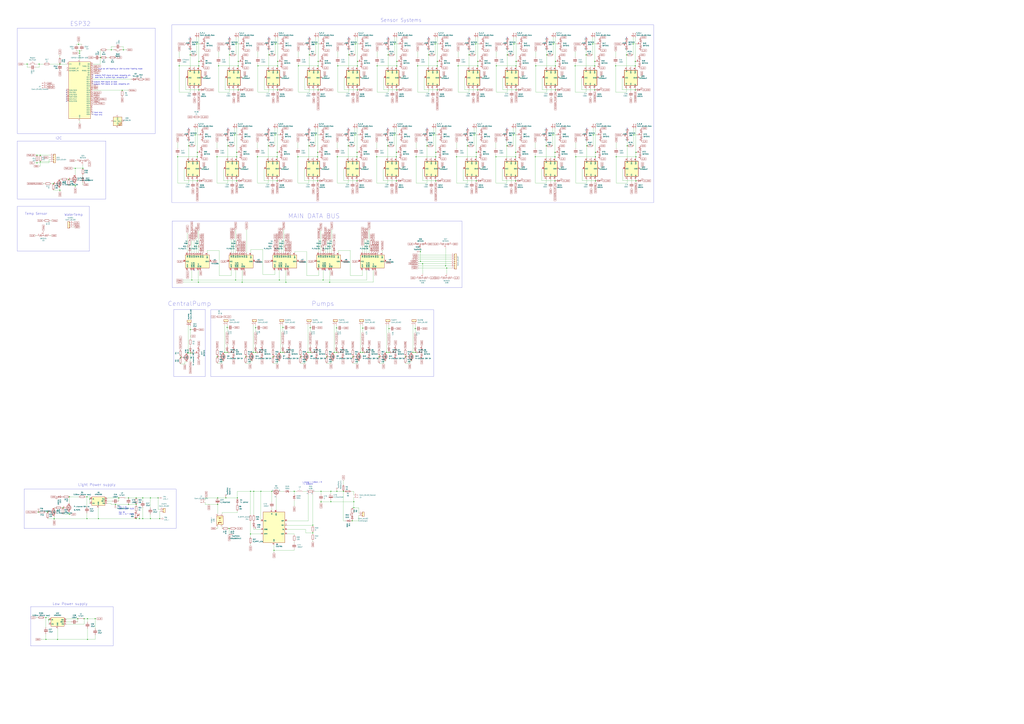
<source format=kicad_sch>
(kicad_sch (version 20230121) (generator eeschema)
  (paper "A0")
  (title_block (title "Plant Controller") (date "2020-12-21") (rev "0.4a") (company "C3MA"))
  (junction (at 460.756 104.394))
  (junction (at 415.036 76.454))
  (junction (at 110.49 718.82))
  (junction (at 738.378 182.118))
  (junction (at 318.135 639.445))
  (junction (at 100.965 577.215))
  (junction (at 228.346 51.054))
  (junction (at 276.606 76.454))
  (junction (at 274.066 51.054))
  (junction (at 261.112 409.448))
  (junction (at 321.818 177.038))
  (junction (at 322.326 76.454))
  (junction (at 390.652 409.448))
  (junction (at 143.256 57.912))
  (junction (at 552.196 51.054))
  (junction (at 437.896 76.454))
  (junction (at 321.818 210.058))
  (junction (at 100.965 602.615))
  (junction (at 230.378 327.914))
  (junction (at 391.16 570.865))
  (junction (at 598.678 210.058))
  (junction (at 667.766 76.454))
  (junction (at 372.745 582.93))
  (junction (at 490.728 306.324))
  (junction (at 384.175 570.865))
  (junction (at 621.538 182.118))
  (junction (at 226.568 156.718))
  (junction (at 507.746 76.454))
  (junction (at 552.958 182.118))
  (junction (at 488.188 292.354))
  (junction (at 104.267 579.755))
  (junction (at 415.036 104.394))
  (junction (at 642.366 51.054))
  (junction (at 368.808 210.058))
  (junction (at 346.456 76.454))
  (junction (at 218.44 410.21))
  (junction (at 360.172 380.746))
  (junction (at 505.206 51.054))
  (junction (at 482.092 409.448))
  (junction (at 599.186 71.374))
  (junction (at 328.422 380.492))
  (junction (at 690.626 71.374))
  (junction (at 264.668 169.418))
  (junction (at 165.735 578.485))
  (junction (at 348.742 414.528))
  (junction (at 421.132 409.448))
  (junction (at 457.708 156.718))
  (junction (at 274.828 177.038))
  (junction (at 598.678 177.038))
  (junction (at 483.108 182.118))
  (junction (at 62.865 602.615))
  (junction (at 45.466 74.422))
  (junction (at 450.596 63.754))
  (junction (at 73.025 589.915))
  (junction (at 141.859 104.902))
  (junction (at 263.652 409.448))
  (junction (at 42.926 180.34))
  (junction (at 114.3 602.615))
  (junction (at 87.376 215.9))
  (junction (at 497.586 63.754))
  (junction (at 92.456 59.182))
  (junction (at 31.496 74.422))
  (junction (at 79.756 208.28))
  (junction (at 449.072 409.448))
  (junction (at 554.736 104.394))
  (junction (at 229.108 210.058))
  (junction (at 158.115 602.615))
  (junction (at 634.238 169.418))
  (junction (at 294.132 409.448))
  (junction (at 530.098 182.118))
  (junction (at 299.466 76.454))
  (junction (at 229.108 177.038))
  (junction (at 404.368 169.418))
  (junction (at 285.242 414.528))
  (junction (at 622.046 76.454))
  (junction (at 319.786 51.054))
  (junction (at 149.225 578.485))
  (junction (at 668.528 182.118))
  (junction (at 360.172 409.448))
  (junction (at 437.388 182.118))
  (junction (at 421.132 381.254))
  (junction (at 341.63 570.865))
  (junction (at 252.73 578.485))
  (junction (at 404.876 63.754))
  (junction (at 331.978 327.914))
  (junction (at 161.925 602.615))
  (junction (at 363.22 610.235))
  (junction (at 272.288 156.718))
  (junction (at 738.378 210.058))
  (junction (at 252.222 414.528))
  (junction (at 369.316 104.394))
  (junction (at 507.746 71.374))
  (junction (at 737.616 71.374))
  (junction (at 460.248 177.038))
  (junction (at 53.34 742.95))
  (junction (at 596.138 156.718))
  (junction (at 575.818 182.118))
  (junction (at 727.456 63.754))
  (junction (at 458.216 51.054))
  (junction (at 273.558 325.374))
  (junction (at 372.745 570.865))
  (junction (at 410.845 589.915))
  (junction (at 507.746 104.394))
  (junction (at 390.652 381))
  (junction (at 252.73 586.105))
  (junction (at 398.78 570.865))
  (junction (at 691.388 182.118))
  (junction (at 137.795 578.485))
  (junction (at 375.158 325.374))
  (junction (at 384.175 582.93))
  (junction (at 388.112 409.448))
  (junction (at 542.798 169.418))
  (junction (at 552.958 177.038))
  (junction (at 266.446 63.754))
  (junction (at 312.166 63.754))
  (junction (at 315.595 570.865))
  (junction (at 96.266 195.58))
  (junction (at 366.776 51.054))
  (junction (at 598.678 182.118))
  (junction (at 116.586 66.802))
  (junction (at 206.248 182.118))
  (junction (at 644.398 177.038))
  (junction (at 410.845 582.93))
  (junction (at 495.808 169.418))
  (junction (at 738.378 177.038))
  (junction (at 66.802 742.95))
  (junction (at 222.758 325.374))
  (junction (at 409.702 414.528))
  (junction (at 517.398 308.864))
  (junction (at 369.316 71.374))
  (junction (at 80.645 577.215))
  (junction (at 644.398 210.058))
  (junction (at 97.79 718.82))
  (junction (at 392.176 76.454))
  (junction (at 298.958 182.118))
  (junction (at 550.418 156.718))
  (junction (at 680.466 63.754))
  (junction (at 230.886 76.454))
  (junction (at 275.59 578.485))
  (junction (at 294.64 570.865))
  (junction (at 69.596 220.98))
  (junction (at 460.248 210.058))
  (junction (at 185.42 602.615))
  (junction (at 735.838 156.718))
  (junction (at 316.992 414.528))
  (junction (at 531.876 76.454))
  (junction (at 46.736 180.34))
  (junction (at 411.988 156.718))
  (junction (at 230.886 104.394))
  (junction (at 56.642 720.09))
  (junction (at 737.616 104.394))
  (junction (at 220.726 63.754))
  (junction (at 415.036 71.374))
  (junction (at 158.115 586.105))
  (junction (at 345.948 182.118))
  (junction (at 688.086 51.054))
  (junction (at 544.576 63.754))
  (junction (at 690.626 104.394))
  (junction (at 599.186 104.394))
  (junction (at 588.518 169.418))
  (junction (at 451.612 381.762))
  (junction (at 737.616 76.454))
  (junction (at 479.552 409.448))
  (junction (at 276.606 104.394))
  (junction (at 129.286 57.912))
  (junction (at 274.828 210.058))
  (junction (at 358.648 169.418))
  (junction (at 276.606 71.374))
  (junction (at 505.968 210.058))
  (junction (at 296.672 409.448))
  (junction (at 174.625 602.615))
  (junction (at 44.704 594.995))
  (junction (at 319.278 156.718))
  (junction (at 363.22 619.125))
  (junction (at 302.895 570.865))
  (junction (at 290.83 570.865))
  (junction (at 460.756 71.374))
  (junction (at 450.088 169.418))
  (junction (at 158.115 578.485))
  (junction (at 505.968 182.118))
  (junction (at 149.225 586.105))
  (junction (at 470.662 414.528))
  (junction (at 251.968 182.118))
  (junction (at 691.388 210.058))
  (junction (at 296.672 380.746))
  (junction (at 208.026 76.454))
  (junction (at 274.828 182.118))
  (junction (at 484.886 76.454))
  (junction (at 644.398 182.118))
  (junction (at 322.326 71.374))
  (junction (at 382.778 327.914))
  (junction (at 391.668 182.118))
  (junction (at 728.218 169.418))
  (junction (at 596.646 51.054))
  (junction (at 253.746 76.454))
  (junction (at 691.388 177.038))
  (junction (at 61.976 213.36))
  (junction (at 322.326 104.394))
  (junction (at 359.156 63.754))
  (junction (at 321.818 182.118))
  (junction (at 80.645 597.535))
  (junction (at 451.612 409.448))
  (junction (at 460.248 182.118))
  (junction (at 505.968 177.038))
  (junction (at 324.358 325.374))
  (junction (at 87.376 195.58))
  (junction (at 366.268 156.718))
  (junction (at 42.926 189.23))
  (junction (at 263.652 380.492))
  (junction (at 634.746 63.754))
  (junction (at 133.985 586.105))
  (junction (at 101.6 742.95))
  (junction (at 290.83 620.395))
  (junction (at 220.98 383.032))
  (junction (at 230.886 71.374))
  (junction (at 53.34 717.55))
  (junction (at 554.736 71.374))
  (junction (at 715.518 182.118))
  (junction (at 440.182 414.528))
  (junction (at 735.076 51.054))
  (junction (at 165.735 602.615))
  (junction (at 554.736 76.454))
  (junction (at 599.186 76.454))
  (junction (at 482.092 381.762))
  (junction (at 311.658 169.418))
  (junction (at 408.94 605.155))
  (junction (at 412.496 51.054))
  (junction (at 379.222 414.528))
  (junction (at 101.6 718.82))
  (junction (at 414.528 210.058))
  (junction (at 460.756 76.454))
  (junction (at 90.17 718.82))
  (junction (at 552.958 210.058))
  (junction (at 589.026 63.754))
  (junction (at 503.428 156.718))
  (junction (at 644.906 76.454))
  (junction (at 229.108 182.118))
  (junction (at 209.55 415.29))
  (junction (at 369.316 76.454))
  (junction (at 281.178 327.914))
  (junction (at 174.625 578.485))
  (junction (at 55.245 594.995))
  (junction (at 328.422 409.448))
  (junction (at 488.188 303.784))
  (junction (at 690.626 76.454))
  (junction (at 644.906 71.374))
  (junction (at 688.848 156.718))
  (junction (at 262.255 578.485))
  (junction (at 220.98 410.21))
  (junction (at 714.756 76.454))
  (junction (at 69.596 74.422))
  (junction (at 46.736 187.96))
  (junction (at 92.456 61.722))
  (junction (at 418.592 409.448))
  (junction (at 518.668 311.404))
  (junction (at 368.808 182.118))
  (junction (at 91.186 51.562))
  (junction (at 325.882 409.448))
  (junction (at 266.065 614.045))
  (junction (at 414.528 182.118))
  (junction (at 576.326 76.454))
  (junction (at 414.528 177.038))
  (junction (at 368.808 177.038))
  (junction (at 644.906 104.394))
  (junction (at 641.858 156.718))
  (junction (at 681.228 169.418))
  (junction (at 218.948 169.418))
  (junction (at 183.515 578.485))
  (junction (at 357.632 409.448))
  (no_connect (at 681.228 149.098))
  (no_connect (at 359.156 43.434))
  (no_connect (at 107.696 132.842))
  (no_connect (at 77.216 107.442))
  (no_connect (at 634.238 149.098))
  (no_connect (at 225.298 313.944))
  (no_connect (at 404.368 149.098))
  (no_connect (at 107.696 97.282))
  (no_connect (at 107.696 87.122))
  (no_connect (at 326.898 313.944))
  (no_connect (at 77.216 112.522))
  (no_connect (at 495.808 149.098))
  (no_connect (at 77.216 117.602))
  (no_connect (at 107.696 89.662))
  (no_connect (at 634.746 43.434))
  (no_connect (at 264.668 149.098))
  (no_connect (at 77.216 104.902))
  (no_connect (at 107.696 94.742))
  (no_connect (at 107.696 130.302))
  (no_connect (at 728.218 149.098))
  (no_connect (at 680.466 43.434))
  (no_connect (at 358.648 149.098))
  (no_connect (at 312.166 43.434))
  (no_connect (at 266.446 43.434))
  (no_connect (at 727.456 43.434))
  (no_connect (at 428.498 313.944))
  (no_connect (at 450.596 43.434))
  (no_connect (at 450.088 149.098))
  (no_connect (at 377.698 313.944))
  (no_connect (at 311.658 149.098))
  (no_connect (at 497.586 43.434))
  (no_connect (at 77.216 115.062))
  (no_connect (at 589.026 43.434))
  (no_connect (at 77.216 109.982))
  (no_connect (at 404.876 43.434))
  (no_connect (at 220.726 43.434))
  (no_connect (at 588.518 149.098))
  (no_connect (at 544.576 43.434))
  (no_connect (at 542.798 149.098))
  (no_connect (at 218.948 149.098))
  (wire (pts (xy 42.926 189.23) (xy 42.926 187.96)))
  (wire (pts (xy 76.962 720.09) (xy 76.962 718.82)))
  (wire (pts (xy 406.908 320.294) (xy 420.878 320.294)))
  (wire (pts (xy 220.726 103.124) (xy 220.726 106.934)))
  (wire (pts (xy 261.366 90.424) (xy 261.366 104.394)))
  (wire (pts (xy 311.658 164.338) (xy 311.658 169.418)))
  (wire (pts (xy 274.828 149.098) (xy 274.828 177.038)))
  (wire (pts (xy 133.096 54.102) (xy 129.286 54.102)))
  (wire (pts (xy 183.515 591.82) (xy 183.515 578.485)))
  (wire (pts (xy 451.612 381.762) (xy 451.612 386.588)))
  (wire (pts (xy 385.318 266.954) (xy 385.318 293.624)))
  (wire (pts (xy 275.59 570.865) (xy 275.59 578.485)))
  (wire (pts (xy 588.518 169.418) (xy 588.518 183.388)))
  (wire (pts (xy 322.326 43.434) (xy 322.326 71.374)))
  (wire (pts (xy 228.346 51.054) (xy 232.156 51.054)))
  (wire (pts (xy 274.828 210.058) (xy 274.828 211.328)))
  (wire (pts (xy 354.076 90.424) (xy 354.076 104.394)))
  (wire (pts (xy 629.158 210.058) (xy 644.398 210.058)))
  (wire (pts (xy 420.878 320.294) (xy 420.878 313.944)))
  (wire (pts (xy 322.072 419.608) (xy 322.072 422.148)))
  (wire (pts (xy 56.896 185.42) (xy 58.166 185.42)))
  (wire (pts (xy 695.706 90.424) (xy 698.246 90.424)))
  (wire (pts (xy 263.652 377.698) (xy 263.652 380.492)))
  (wire (pts (xy 253.746 76.454) (xy 253.746 73.914)))
  (wire (pts (xy 92.456 59.182) (xy 94.996 59.182)))
  (wire (pts (xy 218.948 212.598) (xy 206.248 212.598)))
  (wire (pts (xy 392.176 106.934) (xy 392.176 76.454)))
  (wire (pts (xy 359.156 106.934) (xy 346.456 106.934)))
  (wire (pts (xy 634.746 103.124) (xy 634.746 106.934)))
  (wire (pts (xy 485.648 308.864) (xy 517.398 308.864)))
  (wire (pts (xy 478.282 419.608) (xy 475.742 419.608)))
  (wire (pts (xy 495.808 212.598) (xy 483.108 212.598)))
  (wire (pts (xy 302.895 605.155) (xy 302.895 570.865)))
  (wire (pts (xy 230.886 76.454) (xy 230.886 77.724)))
  (wire (pts (xy 185.42 602.615) (xy 185.42 594.36)))
  (wire (pts (xy 110.49 718.82) (xy 110.49 730.25)))
  (wire (pts (xy 467.868 194.818) (xy 467.868 196.088)))
  (wire (pts (xy 41.656 180.34) (xy 42.926 180.34)))
  (wire (pts (xy 399.796 104.394) (xy 415.036 104.394)))
  (wire (pts (xy 738.378 182.118) (xy 738.378 183.388)))
  (wire (pts (xy 390.652 409.448) (xy 388.112 409.448)))
  (wire (pts (xy 322.326 71.374) (xy 322.326 76.454)))
  (wire (pts (xy 422.148 194.818) (xy 422.148 196.088)))
  (wire (pts (xy 737.616 103.124) (xy 737.616 104.394)))
  (wire (pts (xy 320.675 578.485) (xy 320.675 592.455)))
  (wire (pts (xy 644.398 210.058) (xy 644.398 211.328)))
  (wire (pts (xy 470.662 413.258) (xy 470.662 414.528)))
  (wire (pts (xy 404.876 103.124) (xy 404.876 106.934)))
  (wire (pts (xy 450.088 164.338) (xy 450.088 169.418)))
  (wire (pts (xy 490.728 196.088) (xy 490.728 210.058)))
  (wire (pts (xy 437.896 76.454) (xy 437.896 73.914)))
  (wire (pts (xy 737.616 104.394) (xy 737.616 105.664)))
  (wire (pts (xy 735.838 156.718) (xy 739.648 156.718)))
  (wire (pts (xy 161.925 602.615) (xy 165.735 602.615)))
  (wire (pts (xy 217.678 270.764) (xy 217.678 293.624)))
  (wire (pts (xy 87.376 195.58) (xy 87.376 203.2)))
  (wire (pts (xy 539.496 90.424) (xy 539.496 104.394)))
  (wire (pts (xy 220.98 419.608) (xy 220.98 410.21)))
  (wire (pts (xy 329.438 194.818) (xy 329.438 196.088)))
  (wire (pts (xy 537.718 196.088) (xy 537.718 210.058)))
  (wire (pts (xy 604.266 90.424) (xy 606.806 90.424)))
  (wire (pts (xy 345.948 182.118) (xy 345.948 179.578)))
  (wire (pts (xy 62.865 602.615) (xy 100.965 602.615)))
  (wire (pts (xy 61.976 220.98) (xy 69.596 220.98)))
  (wire (pts (xy 276.606 43.434) (xy 276.606 71.374)))
  (wire (pts (xy 512.826 90.424) (xy 515.366 90.424)))
  (wire (pts (xy 174.625 597.535) (xy 174.625 602.615)))
  (wire (pts (xy 346.456 76.454) (xy 369.316 76.454)))
  (wire (pts (xy 114.3 602.615) (xy 114.3 589.915)))
  (wire (pts (xy 517.398 308.864) (xy 523.748 308.864)))
  (wire (pts (xy 315.595 570.865) (xy 315.595 582.93)))
  (wire (pts (xy 714.756 76.454) (xy 714.756 73.914)))
  (wire (pts (xy 298.958 165.608) (xy 298.958 171.958)))
  (wire (pts (xy 680.466 106.934) (xy 667.766 106.934)))
  (wire (pts (xy 259.588 210.058) (xy 274.828 210.058)))
  (wire (pts (xy 409.702 413.258) (xy 409.702 414.528)))
  (wire (pts (xy 328.422 380.492) (xy 328.422 385.318)))
  (wire (pts (xy 737.616 43.434) (xy 737.616 71.374)))
  (wire (pts (xy 271.526 103.124) (xy 271.526 105.664)))
  (wire (pts (xy 324.358 313.944) (xy 324.358 325.374)))
  (wire (pts (xy 254.508 291.084) (xy 254.508 320.294)))
  (wire (pts (xy 128.905 584.835) (xy 128.905 586.105)))
  (wire (pts (xy 392.938 293.624) (xy 392.938 291.084)))
  (wire (pts (xy 415.036 104.394) (xy 415.036 105.664)))
  (wire (pts (xy 341.63 570.865) (xy 341.63 574.04)))
  (wire (pts (xy 485.648 306.324) (xy 490.728 306.324)))
  (wire (pts (xy 364.236 103.124) (xy 364.236 105.664)))
  (wire (pts (xy 279.908 196.088) (xy 282.448 196.088)))
  (wire (pts (xy 392.938 291.084) (xy 406.908 291.084)))
  (wire (pts (xy 675.386 90.424) (xy 675.386 104.394)))
  (wire (pts (xy 321.818 182.118) (xy 321.818 183.388)))
  (wire (pts (xy 265.43 614.045) (xy 266.065 614.045)))
  (wire (pts (xy 372.745 570.865) (xy 365.76 570.865)))
  (wire (pts (xy 484.886 76.454) (xy 507.746 76.454)))
  (wire (pts (xy 417.322 419.608) (xy 414.782 419.608)))
  (wire (pts (xy 542.798 169.418) (xy 542.798 183.388)))
  (wire (pts (xy 550.418 149.098) (xy 550.418 156.718)))
  (wire (pts (xy 92.456 59.182) (xy 92.456 61.722)))
  (wire (pts (xy 324.612 419.608) (xy 322.072 419.608)))
  (wire (pts (xy 104.14 579.755) (xy 104.267 579.755)))
  (wire (pts (xy 58.166 74.422) (xy 69.596 74.422)))
  (wire (pts (xy 305.308 289.814) (xy 305.308 319.024)))
  (wire (pts (xy 358.648 212.598) (xy 345.948 212.598)))
  (wire (pts (xy 316.992 413.258) (xy 316.992 414.528)))
  (wire (pts (xy 691.388 149.098) (xy 691.388 177.038)))
  (wire (pts (xy 560.578 194.818) (xy 560.578 196.088)))
  (wire (pts (xy 290.83 570.865) (xy 294.64 570.865)))
  (wire (pts (xy 131.826 57.912) (xy 129.286 57.912)))
  (wire (pts (xy 530.098 212.598) (xy 530.098 182.118)))
  (wire (pts (xy 681.228 212.598) (xy 668.528 212.598)))
  (wire (pts (xy 341.63 581.66) (xy 341.63 588.01)))
  (wire (pts (xy 53.34 717.55) (xy 56.642 717.55)))
  (wire (pts (xy 100.965 596.265) (xy 100.965 602.615)))
  (wire (pts (xy 342.138 292.354) (xy 356.108 292.354)))
  (wire (pts (xy 552.196 51.054) (xy 556.006 51.054)))
  (wire (pts (xy 263.652 409.448) (xy 266.192 409.448)))
  (wire (pts (xy 97.79 718.82) (xy 101.6 718.82)))
  (wire (pts (xy 366.776 51.054) (xy 366.776 63.754)))
  (wire (pts (xy 96.266 191.77) (xy 96.266 195.58)))
  (wire (pts (xy 688.086 51.054) (xy 691.896 51.054)))
  (wire (pts (xy 723.138 210.058) (xy 738.378 210.058)))
  (wire (pts (xy 318.135 633.095) (xy 318.135 639.445)))
  (wire (pts (xy 261.366 104.394) (xy 276.606 104.394)))
  (wire (pts (xy 276.606 103.124) (xy 276.606 104.394)))
  (wire (pts (xy 596.138 156.718) (xy 596.138 169.418)))
  (wire (pts (xy 505.206 51.054) (xy 509.016 51.054)))
  (wire (pts (xy 382.778 327.914) (xy 433.578 327.914)))
  (wire (pts (xy 69.596 74.422) (xy 77.216 74.422)))
  (wire (pts (xy 110.49 718.82) (xy 111.76 718.82)))
  (wire (pts (xy 513.588 194.818) (xy 513.588 196.088)))
  (wire (pts (xy 328.422 409.448) (xy 325.882 409.448)))
  (wire (pts (xy 583.438 196.088) (xy 583.438 210.058)))
  (wire (pts (xy 257.81 595.63) (xy 257.81 596.9)))
  (wire (pts (xy 437.388 212.598) (xy 437.388 182.118)))
  (wire (pts (xy 544.576 63.754) (xy 544.576 77.724)))
  (wire (pts (xy 356.108 320.294) (xy 370.078 320.294)))
  (wire (pts (xy 559.816 90.424) (xy 562.356 90.424)))
  (wire (pts (xy 185.42 591.82) (xy 183.515 591.82)))
  (wire (pts (xy 158.115 578.485) (xy 165.735 578.485)))
  (wire (pts (xy 484.886 76.454) (xy 484.886 73.914)))
  (wire (pts (xy 404.876 106.934) (xy 392.176 106.934)))
  (wire (pts (xy 483.108 165.608) (xy 483.108 171.958)))
  (wire (pts (xy 302.895 570.865) (xy 315.595 570.865)))
  (wire (pts (xy 274.066 51.054) (xy 277.876 51.054)))
  (wire (pts (xy 62.865 602.615) (xy 62.865 603.885)))
  (wire (pts (xy 552.196 43.434) (xy 552.196 51.054)))
  (wire (pts (xy 268.478 278.384) (xy 268.478 293.624)))
  (wire (pts (xy 42.926 180.34) (xy 46.736 180.34)))
  (wire (pts (xy 390.652 401.066) (xy 390.652 401.828)))
  (wire (pts (xy 375.158 313.944) (xy 375.158 325.374)))
  (wire (pts (xy 502.666 103.124) (xy 502.666 105.664)))
  (wire (pts (xy 596.646 43.434) (xy 596.646 51.054)))
  (wire (pts (xy 312.166 63.754) (xy 312.166 77.724)))
  (wire (pts (xy 141.859 104.902) (xy 107.696 104.902)))
  (wire (pts (xy 488.188 303.784) (xy 523.748 303.784)))
  (wire (pts (xy 296.672 377.698) (xy 296.672 380.746)))
  (wire (pts (xy 404.368 169.418) (xy 404.368 183.388)))
  (wire (pts (xy 404.876 63.754) (xy 404.876 77.724)))
  (wire (pts (xy 450.596 63.754) (xy 450.596 77.724)))
  (wire (pts (xy 497.586 106.934) (xy 484.886 106.934)))
  (wire (pts (xy 124.206 66.802) (xy 126.746 66.802)))
  (wire (pts (xy 96.266 212.09) (xy 96.266 214.63)))
  (wire (pts (xy 410.845 582.93) (xy 410.845 577.85)))
  (wire (pts (xy 562.356 89.154) (xy 562.356 90.424)))
  (wire (pts (xy 503.428 156.718) (xy 503.428 169.418)))
  (wire (pts (xy 639.318 208.788) (xy 639.318 211.328)))
  (wire (pts (xy 114.3 602.615) (xy 158.115 602.615)))
  (wire (pts (xy 272.288 149.098) (xy 272.288 156.718)))
  (wire (pts (xy 341.63 620.395) (xy 341.63 621.665)))
  (wire (pts (xy 327.406 90.424) (xy 329.946 90.424)))
  (wire (pts (xy 639.826 103.124) (xy 639.826 105.664)))
  (wire (pts (xy 76.962 718.82) (xy 90.17 718.82)))
  (wire (pts (xy 251.968 182.118) (xy 274.828 182.118)))
  (wire (pts (xy 594.106 103.124) (xy 594.106 105.664)))
  (wire (pts (xy 531.876 59.944) (xy 531.876 66.294)))
  (wire (pts (xy 92.456 61.722) (xy 91.186 61.722)))
  (wire (pts (xy 234.188 196.088) (xy 236.728 196.088)))
  (wire (pts (xy 391.668 182.118) (xy 391.668 179.578)))
  (wire (pts (xy 475.742 422.148) (xy 470.662 422.148)))
  (wire (pts (xy 100.965 577.215) (xy 104.267 577.215)))
  (wire (pts (xy 598.678 208.788) (xy 598.678 210.058)))
  (wire (pts (xy 358.14 605.155) (xy 333.375 605.155)))
  (wire (pts (xy 714.756 59.944) (xy 714.756 66.294)))
  (wire (pts (xy 451.612 409.448) (xy 449.072 409.448)))
  (wire (pts (xy 34.036 78.232) (xy 31.496 78.232)))
  (wire (pts (xy 421.132 381.254) (xy 421.132 386.08)))
  (wire (pts (xy 129.286 54.102) (xy 129.286 57.912)))
  (wire (pts (xy 379.222 413.258) (xy 379.222 414.528)))
  (wire (pts (xy 322.326 104.394) (xy 322.326 105.664)))
  (wire (pts (xy 544.576 103.124) (xy 544.576 106.934)))
  (wire (pts (xy 53.34 717.55) (xy 53.34 728.98)))
  (wire (pts (xy 274.066 43.434) (xy 274.066 51.054)))
  (wire (pts (xy 451.612 409.448) (xy 454.152 409.448)))
  (wire (pts (xy 317.246 103.124) (xy 317.246 105.664)))
  (wire (pts (xy 552.958 208.788) (xy 552.958 210.058)))
  (wire (pts (xy 468.376 89.154) (xy 468.376 90.424)))
  (wire (pts (xy 290.83 620.395) (xy 302.895 620.395)))
  (wire (pts (xy 458.216 43.434) (xy 458.216 51.054)))
  (wire (pts (xy 220.98 410.21) (xy 225.806 410.21)))
  (wire (pts (xy 294.64 615.315) (xy 294.64 613.41)))
  (wire (pts (xy 76.962 725.17) (xy 97.79 725.17)))
  (wire (pts (xy 445.516 90.424) (xy 445.516 104.394)))
  (wire (pts (xy 372.745 582.93) (xy 372.745 584.2)))
  (wire (pts (xy 212.598 325.374) (xy 222.758 325.374)))
  (wire (pts (xy 252.73 578.485) (xy 262.255 578.485)))
  (wire (pts (xy 341.63 570.865) (xy 344.17 570.865)))
  (wire (pts (xy 290.322 419.608) (xy 290.322 422.148)))
  (wire (pts (xy 363.22 610.235) (xy 363.22 610.87)))
  (wire (pts (xy 263.652 380.492) (xy 263.652 385.318)))
  (wire (pts (xy 399.796 90.424) (xy 399.796 104.394)))
  (wire (pts (xy 414.782 419.608) (xy 414.782 422.148)))
  (wire (pts (xy 423.418 278.384) (xy 423.418 293.624)))
  (wire (pts (xy 226.568 156.718) (xy 230.378 156.718)))
  (wire (pts (xy 259.588 196.088) (xy 259.588 210.058)))
  (wire (pts (xy 644.906 71.374) (xy 644.906 76.454)))
  (wire (pts (xy 507.746 103.124) (xy 507.746 104.394)))
  (wire (pts (xy 275.59 570.865) (xy 290.83 570.865)))
  (wire (pts (xy 331.978 327.914) (xy 382.778 327.914)))
  (wire (pts (xy 360.172 380.746) (xy 360.172 385.572)))
  (wire (pts (xy 667.766 59.944) (xy 667.766 66.294)))
  (wire (pts (xy 649.986 90.424) (xy 652.526 90.424)))
  (wire (pts (xy 505.968 210.058) (xy 505.968 211.328)))
  (wire (pts (xy 318.135 639.445) (xy 318.135 641.985)))
  (wire (pts (xy 598.678 182.118) (xy 598.678 183.388)))
  (wire (pts (xy 507.746 43.434) (xy 507.746 71.374)))
  (wire (pts (xy 296.672 380.746) (xy 296.672 385.572)))
  (wire (pts (xy 333.375 610.235) (xy 363.22 610.235)))
  (wire (pts (xy 272.288 156.718) (xy 272.288 169.418)))
  (wire (pts (xy 281.178 327.914) (xy 331.978 327.914)))
  (wire (pts (xy 212.598 327.914) (xy 230.378 327.914)))
  (wire (pts (xy 57.912 273.685) (xy 59.182 273.685)))
  (wire (pts (xy 333.375 620.395) (xy 341.63 620.395)))
  (wire (pts (xy 253.746 59.944) (xy 253.746 66.294)))
  (wire (pts (xy 319.786 51.054) (xy 319.786 63.754)))
  (wire (pts (xy 79.756 215.9) (xy 87.376 215.9)))
  (wire (pts (xy 425.958 278.384) (xy 425.958 293.624)))
  (wire (pts (xy 406.908 291.084) (xy 406.908 320.294)))
  (wire (pts (xy 91.186 51.562) (xy 94.996 51.562)))
  (wire (pts (xy 215.646 104.394) (xy 230.886 104.394)))
  (wire (pts (xy 542.798 164.338) (xy 542.798 169.418)))
  (wire (pts (xy 294.64 570.865) (xy 302.895 570.865)))
  (wire (pts (xy 286.258 266.954) (xy 286.258 293.624)))
  (wire (pts (xy 599.186 104.394) (xy 599.186 105.664)))
  (wire (pts (xy 321.818 210.058) (xy 321.818 211.328)))
  (wire (pts (xy 407.67 570.865) (xy 410.845 570.865)))
  (wire (pts (xy 552.958 177.038) (xy 552.958 182.118)))
  (wire (pts (xy 261.112 409.448) (xy 259.842 409.448)))
  (wire (pts (xy 445.008 210.058) (xy 460.248 210.058)))
  (wire (pts (xy 145.415 578.485) (xy 149.225 578.485)))
  (wire (pts (xy 321.818 149.098) (xy 321.818 177.038)))
  (wire (pts (xy 73.025 597.535) (xy 80.645 597.535)))
  (wire (pts (xy 220.98 383.032) (xy 222.504 383.032)))
  (wire (pts (xy 414.528 149.098) (xy 414.528 177.038)))
  (wire (pts (xy 281.178 313.944) (xy 281.178 327.914)))
  (wire (pts (xy 290.83 605.79) (xy 290.83 620.395)))
  (wire (pts (xy 266.065 614.045) (xy 266.065 621.03)))
  (wire (pts (xy 42.672 273.685) (xy 41.402 273.685)))
  (wire (pts (xy 299.466 106.934) (xy 299.466 76.454)))
  (wire (pts (xy 312.166 58.674) (xy 312.166 63.754)))
  (wire (pts (xy 274.828 208.788) (xy 274.828 210.058)))
  (wire (pts (xy 358.14 574.675) (xy 358.14 605.155)))
  (wire (pts (xy 414.782 422.148) (xy 409.702 422.148)))
  (wire (pts (xy 447.802 419.608) (xy 445.262 419.608)))
  (wire (pts (xy 101.6 718.82) (xy 101.6 722.63)))
  (wire (pts (xy 483.108 182.118) (xy 505.968 182.118)))
  (wire (pts (xy 451.612 377.698) (xy 451.612 381.762)))
  (wire (pts (xy 128.905 586.105) (xy 133.985 586.105)))
  (wire (pts (xy 443.738 291.084) (xy 443.738 293.624)))
  (wire (pts (xy 84.836 195.58) (xy 87.376 195.58)))
  (wire (pts (xy 325.882 409.448) (xy 324.612 409.448)))
  (wire (pts (xy 225.806 103.124) (xy 225.806 105.664)))
  (wire (pts (xy 263.652 401.828) (xy 263.652 400.558)))
  (wire (pts (xy 263.652 409.448) (xy 261.112 409.448)))
  (wire (pts (xy 460.248 149.098) (xy 460.248 177.038)))
  (wire (pts (xy 230.886 103.124) (xy 230.886 104.394)))
  (wire (pts (xy 124.46 578.485) (xy 137.795 578.485)))
  (wire (pts (xy 542.798 212.598) (xy 530.098 212.598)))
  (wire (pts (xy 554.736 76.454) (xy 554.736 77.724)))
  (wire (pts (xy 500.888 208.788) (xy 500.888 211.328)))
  (wire (pts (xy 41.91 717.55) (xy 43.942 717.55)))
  (wire (pts (xy 80.645 597.535) (xy 80.645 594.995)))
  (wire (pts (xy 208.026 76.454) (xy 230.886 76.454)))
  (wire (pts (xy 552.958 182.118) (xy 552.958 183.388)))
  (wire (pts (xy 688.086 43.434) (xy 688.086 51.054)))
  (wire (pts (xy 230.378 268.224) (xy 230.378 293.624)))
  (wire (pts (xy 143.256 57.912) (xy 141.986 57.912)))
  (wire (pts (xy 360.172 400.812) (xy 360.172 401.828)))
  (wire (pts (xy 229.108 177.038) (xy 229.108 182.118)))
  (wire (pts (xy 225.298 279.654) (xy 225.298 293.624)))
  (wire (pts (xy 56.896 182.88) (xy 58.166 182.88)))
  (wire (pts (xy 322.326 76.454) (xy 322.326 77.724)))
  (wire (pts (xy 174.625 578.485) (xy 183.515 578.485)))
  (wire (pts (xy 691.388 208.788) (xy 691.388 210.058)))
  (wire (pts (xy 274.828 182.118) (xy 274.828 183.388)))
  (wire (pts (xy 421.132 377.698) (xy 421.132 381.254)))
  (wire (pts (xy 80.645 577.215) (xy 80.645 584.835)))
  (wire (pts (xy 485.648 303.784) (xy 488.188 303.784)))
  (wire (pts (xy 218.44 410.21) (xy 217.17 410.21)))
  (wire (pts (xy 69.596 66.802) (xy 69.596 64.262)))
  (wire (pts (xy 598.678 210.058) (xy 598.678 211.328)))
  (wire (pts (xy 505.206 51.054) (xy 505.206 63.754)))
  (wire (pts (xy 46.736 193.04) (xy 46.736 187.96)))
  (wire (pts (xy 218.948 169.418) (xy 218.948 183.388)))
  (wire (pts (xy 124.46 582.295) (xy 130.175 582.295)))
  (wire (pts (xy 238.125 583.565) (xy 238.125 586.105)))
  (wire (pts (xy 261.112 377.698) (xy 261.112 409.448)))
  (wire (pts (xy 333.375 615.315) (xy 354.965 615.315)))
  (wire (pts (xy 104.267 579.755) (xy 104.267 577.215)))
  (wire (pts (xy 596.138 156.718) (xy 599.948 156.718)))
  (wire (pts (xy 266.446 58.674) (xy 266.446 63.754)))
  (wire (pts (xy 80.645 597.535) (xy 81.915 597.535)))
  (wire (pts (xy 696.468 196.088) (xy 699.008 196.088)))
  (wire (pts (xy 252.73 614.045) (xy 252.73 612.14)))
  (wire (pts (xy 583.946 90.424) (xy 583.946 104.394)))
  (wire (pts (xy 644.906 43.434) (xy 644.906 71.374)))
  (wire (pts (xy 606.806 89.154) (xy 606.806 90.424)))
  (wire (pts (xy 437.896 106.934) (xy 437.896 76.454)))
  (wire (pts (xy 240.538 291.084) (xy 240.538 293.624)))
  (wire (pts (xy 369.316 71.374) (xy 369.316 76.454)))
  (wire (pts (xy 675.386 104.394) (xy 690.626 104.394)))
  (wire (pts (xy 460.248 208.788) (xy 460.248 210.058)))
  (wire (pts (xy 621.538 165.608) (xy 621.538 171.958)))
  (wire (pts (xy 634.746 58.674) (xy 634.746 63.754)))
  (wire (pts (xy 485.648 296.164) (xy 523.748 296.164)))
  (wire (pts (xy 598.678 177.038) (xy 598.678 182.118)))
  (wire (pts (xy 47.752 742.95) (xy 53.34 742.95)))
  (wire (pts (xy 372.745 574.04) (xy 372.745 570.865)))
  (wire (pts (xy 129.286 57.912) (xy 124.206 57.912)))
  (wire (pts (xy 445.008 196.088) (xy 445.008 210.058)))
  (wire (pts (xy 723.138 196.088) (xy 723.138 210.058)))
  (wire (pts (xy 228.346 51.054) (xy 228.346 63.754)))
  (wire (pts (xy 319.278 149.098) (xy 319.278 156.718)))
  (wire (pts (xy 359.156 103.124) (xy 359.156 106.934)))
  (wire (pts (xy 576.326 76.454) (xy 599.186 76.454)))
  (wire (pts (xy 644.398 182.118) (xy 644.398 183.388)))
  (wire (pts (xy 326.898 196.088) (xy 329.438 196.088)))
  (wire (pts (xy 737.616 76.454) (xy 737.616 77.724)))
  (wire (pts (xy 228.346 43.434) (xy 228.346 51.054)))
  (wire (pts (xy 409.448 208.788) (xy 409.448 211.328)))
  (wire (pts (xy 415.036 43.434) (xy 415.036 71.374)))
  (wire (pts (xy 31.496 78.232) (xy 31.496 74.422)))
  (wire (pts (xy 485.648 298.704) (xy 523.748 298.704)))
  (wire (pts (xy 229.108 210.058) (xy 229.108 211.328)))
  (wire (pts (xy 370.078 278.384) (xy 370.078 293.624)))
  (wire (pts (xy 133.985 586.105) (xy 149.225 586.105)))
  (wire (pts (xy 299.466 76.454) (xy 299.466 73.914)))
  (wire (pts (xy 492.506 104.394) (xy 507.746 104.394)))
  (wire (pts (xy 357.632 409.448) (xy 356.362 409.448)))
  (wire (pts (xy 305.308 319.024) (xy 319.278 319.024)))
  (wire (pts (xy 262.255 578.485) (xy 275.59 578.485)))
  (wire (pts (xy 306.578 210.058) (xy 321.818 210.058)))
  (wire (pts (xy 537.718 210.058) (xy 552.958 210.058)))
  (wire (pts (xy 691.388 182.118) (xy 691.388 183.388)))
  (wire (pts (xy 251.968 182.118) (xy 251.968 179.578)))
  (wire (pts (xy 698.246 89.154) (xy 698.246 90.424)))
  (wire (pts (xy 218.44 410.21) (xy 220.98 410.21)))
  (wire (pts (xy 681.228 164.338) (xy 681.228 169.418)))
  (wire (pts (xy 681.228 208.788) (xy 681.228 212.598)))
  (wire (pts (xy 412.496 51.054) (xy 416.306 51.054)))
  (wire (pts (xy 101.6 730.25) (xy 101.6 742.95)))
  (wire (pts (xy 116.586 66.802) (xy 116.586 74.422)))
  (wire (pts (xy 411.988 156.718) (xy 411.988 169.418)))
  (wire (pts (xy 416.56 605.155) (xy 408.94 605.155)))
  (wire (pts (xy 87.376 215.9) (xy 87.376 213.36)))
  (wire (pts (xy 358.648 164.338) (xy 358.648 169.418)))
  (wire (pts (xy 273.558 266.954) (xy 273.558 293.624)))
  (wire (pts (xy 505.968 208.788) (xy 505.968 210.058)))
  (wire (pts (xy 450.596 103.124) (xy 450.596 106.934)))
  (wire (pts (xy 124.46 584.835) (xy 128.905 584.835)))
  (wire (pts (xy 475.742 419.608) (xy 475.742 422.148)))
  (wire (pts (xy 230.886 104.394) (xy 230.886 105.664)))
  (wire (pts (xy 621.538 212.598) (xy 621.538 182.118)))
  (wire (pts (xy 158.115 586.105) (xy 158.115 587.375)))
  (wire (pts (xy 437.388 182.118) (xy 437.388 179.578)))
  (wire (pts (xy 652.018 194.818) (xy 652.018 196.088)))
  (wire (pts (xy 96.266 204.47) (xy 96.266 203.2)))
  (wire (pts (xy 455.168 208.788) (xy 455.168 211.328)))
  (wire (pts (xy 236.728 194.818) (xy 236.728 196.088)))
  (wire (pts (xy 681.228 169.418) (xy 681.228 183.388)))
  (wire (pts (xy 589.026 103.124) (xy 589.026 106.934)))
  (wire (pts (xy 107.696 74.422) (xy 116.586 74.422)))
  (wire (pts (xy 341.63 639.445) (xy 318.135 639.445)))
  (wire (pts (xy 460.248 210.058) (xy 460.248 211.328)))
  (wire (pts (xy 324.358 278.384) (xy 324.358 293.624)))
  (wire (pts (xy 27.686 74.422) (xy 31.496 74.422)))
  (wire (pts (xy 685.546 103.124) (xy 685.546 105.664)))
  (wire (pts (xy 589.026 63.754) (xy 589.026 77.724)))
  (wire (pts (xy 266.446 103.124) (xy 266.446 106.934)))
  (wire (pts (xy 621.538 182.118) (xy 644.398 182.118)))
  (wire (pts (xy 390.652 377.698) (xy 390.652 381)))
  (wire (pts (xy 240.538 291.084) (xy 254.508 291.084)))
  (wire (pts (xy 460.756 71.374) (xy 460.756 76.454)))
  (wire (pts (xy 715.518 182.118) (xy 738.378 182.118)))
  (wire (pts (xy 341.63 629.285) (xy 341.63 630.555)))
  (wire (pts (xy 599.186 103.124) (xy 599.186 104.394)))
  (wire (pts (xy 733.298 208.788) (xy 733.298 211.328)))
  (wire (pts (xy 644.906 104.394) (xy 644.906 105.664)))
  (wire (pts (xy 251.968 212.598) (xy 251.968 182.118)))
  (wire (pts (xy 213.868 210.058) (xy 229.108 210.058)))
  (wire (pts (xy 629.666 104.394) (xy 644.906 104.394)))
  (wire (pts (xy 252.222 413.258) (xy 252.222 414.528)))
  (wire (pts (xy 299.466 59.944) (xy 299.466 66.294)))
  (wire (pts (xy 668.528 212.598) (xy 668.528 182.118)))
  (wire (pts (xy 691.388 177.038) (xy 691.388 182.118)))
  (wire (pts (xy 42.926 189.23) (xy 56.896 189.23)))
  (wire (pts (xy 503.428 149.098) (xy 503.428 156.718)))
  (wire (pts (xy 238.125 578.485) (xy 252.73 578.485)))
  (wire (pts (xy 732.536 103.124) (xy 732.536 105.664)))
  (wire (pts (xy 518.668 311.404) (xy 523.748 311.404)))
  (wire (pts (xy 458.216 51.054) (xy 458.216 63.754)))
  (wire (pts (xy 479.552 409.448) (xy 478.282 409.448)))
  (wire (pts (xy 56.642 720.09) (xy 56.642 725.17)))
  (wire (pts (xy 331.978 313.944) (xy 331.978 327.914)))
  (wire (pts (xy 550.418 156.718) (xy 554.228 156.718)))
  (wire (pts (xy 544.576 106.934) (xy 531.876 106.934)))
  (wire (pts (xy 410.845 570.865) (xy 410.845 575.31)))
  (wire (pts (xy 642.366 51.054) (xy 646.176 51.054)))
  (wire (pts (xy 91.186 49.022) (xy 91.186 51.562)))
  (wire (pts (xy 375.158 325.374) (xy 425.958 325.374)))
  (wire (pts (xy 266.065 614.045) (xy 266.7 614.045)))
  (wire (pts (xy 319.278 319.024) (xy 319.278 313.944)))
  (wire (pts (xy 641.858 149.098) (xy 641.858 156.718)))
  (wire (pts (xy 583.946 104.394) (xy 599.186 104.394)))
  (wire (pts (xy 368.808 210.058) (xy 368.808 211.328)))
  (wire (pts (xy 328.422 409.448) (xy 330.962 409.448)))
  (wire (pts (xy 208.026 106.934) (xy 208.026 76.454)))
  (wire (pts (xy 404.368 164.338) (xy 404.368 169.418)))
  (wire (pts (xy 345.948 165.608) (xy 345.948 171.958)))
  (wire (pts (xy 360.172 377.698) (xy 360.172 380.746)))
  (wire (pts (xy 603.758 196.088) (xy 606.298 196.088)))
  (wire (pts (xy 346.456 59.944) (xy 346.456 66.294)))
  (wire (pts (xy 88.646 51.562) (xy 91.186 51.562)))
  (wire (pts (xy 319.278 156.718) (xy 323.088 156.718)))
  (wire (pts (xy 363.728 208.788) (xy 363.728 211.328)))
  (wire (pts (xy 291.338 289.814) (xy 305.308 289.814)))
  (wire (pts (xy 404.368 208.788) (xy 404.368 212.598)))
  (wire (pts (xy 576.326 106.934) (xy 576.326 76.454)))
  (wire (pts (xy 398.78 605.155) (xy 398.78 570.865)))
  (wire (pts (xy 45.466 78.232) (xy 45.466 74.422)))
  (wire (pts (xy 450.088 212.598) (xy 437.388 212.598)))
  (wire (pts (xy 368.808 149.098) (xy 368.808 177.038)))
  (wire (pts (xy 728.218 169.418) (xy 728.218 183.388)))
  (wire (pts (xy 479.552 377.698) (xy 479.552 409.448)))
  (wire (pts (xy 588.518 212.598) (xy 575.818 212.598)))
  (wire (pts (xy 691.388 210.058) (xy 691.388 211.328)))
  (wire (pts (xy 644.398 177.038) (xy 644.398 182.118)))
  (wire (pts (xy 589.026 58.674) (xy 589.026 63.754)))
  (wire (pts (xy 688.848 149.098) (xy 688.848 156.718)))
  (wire (pts (xy 165.735 589.915) (xy 165.735 602.615)))
  (wire (pts (xy 46.736 180.34) (xy 58.166 180.34)))
  (wire (pts (xy 420.116 90.424) (xy 422.656 90.424)))
  (wire (pts (xy 58.166 256.286) (xy 59.436 256.286)))
  (wire (pts (xy 226.568 149.098) (xy 226.568 156.718)))
  (wire (pts (xy 488.188 292.354) (xy 488.188 303.784)))
  (wire (pts (xy 416.56 596.265) (xy 416.56 589.915)))
  (wire (pts (xy 390.652 381) (xy 390.652 385.826)))
  (wire (pts (xy 668.528 165.608) (xy 668.528 171.958)))
  (wire (pts (xy 517.398 288.544) (xy 517.398 308.864)))
  (wire (pts (xy 412.496 43.434) (xy 412.496 51.054)))
  (wire (pts (xy 576.326 59.944) (xy 576.326 66.294)))
  (wire (pts (xy 251.968 165.608) (xy 251.968 171.958)))
  (wire (pts (xy 742.696 90.424) (xy 745.236 90.424)))
  (wire (pts (xy 495.808 208.788) (xy 495.808 212.598)))
  (wire (pts (xy 227.838 277.114) (xy 227.838 293.624)))
  (wire (pts (xy 690.626 71.374) (xy 690.626 76.454)))
  (wire (pts (xy 140.716 54.102) (xy 143.256 54.102)))
  (wire (pts (xy 460.756 104.394) (xy 460.756 105.664)))
  (wire (pts (xy 699.008 194.818) (xy 699.008 196.088)))
  (wire (pts (xy 31.496 74.422) (xy 32.766 74.422)))
  (wire (pts (xy 40.386 189.23) (xy 42.926 189.23)))
  (wire (pts (xy 518.668 311.404) (xy 518.668 317.754)))
  (wire (pts (xy 319.786 51.054) (xy 323.596 51.054)))
  (wire (pts (xy 376.428 194.818) (xy 376.428 196.088)))
  (wire (pts (xy 450.088 169.418) (xy 450.088 183.388)))
  (wire (pts (xy 634.746 106.934) (xy 622.046 106.934)))
  (wire (pts (xy 634.238 164.338) (xy 634.238 169.418)))
  (wire (pts (xy 214.63 420.37) (xy 214.63 422.91)))
  (wire (pts (xy 422.656 89.154) (xy 422.656 90.424)))
  (wire (pts (xy 414.528 208.788) (xy 414.528 210.058)))
  (wire (pts (xy 52.705 594.995) (xy 55.245 594.995)))
  (wire (pts (xy 337.185 570.865) (xy 341.63 570.865)))
  (wire (pts (xy 96.266 195.58) (xy 87.376 195.58)))
  (wire (pts (xy 531.876 106.934) (xy 531.876 76.454)))
  (wire (pts (xy 104.14 584.2) (xy 104.267 584.2)))
  (wire (pts (xy 544.576 58.674) (xy 544.576 63.754)))
  (wire (pts (xy 346.456 76.454) (xy 346.456 73.914)))
  (wire (pts (xy 88.646 59.182) (xy 92.456 59.182)))
  (wire (pts (xy 366.268 156.718) (xy 370.078 156.718)))
  (wire (pts (xy 50.546 213.36) (xy 51.816 213.36)))
  (wire (pts (xy 391.16 570.865) (xy 398.78 570.865)))
  (wire (pts (xy 307.086 104.394) (xy 322.326 104.394)))
  (wire (pts (xy 622.046 76.454) (xy 644.906 76.454)))
  (wire (pts (xy 531.876 76.454) (xy 531.876 73.914)))
  (wire (pts (xy 369.316 103.124) (xy 369.316 104.394)))
  (wire (pts (xy 644.906 76.454) (xy 644.906 77.724)))
  (wire (pts (xy 366.268 156.718) (xy 366.268 169.418)))
  (wire (pts (xy 353.822 422.148) (xy 348.742 422.148)))
  (wire (pts (xy 311.658 212.598) (xy 298.958 212.598)))
  (wire (pts (xy 360.172 409.448) (xy 362.712 409.448)))
  (wire (pts (xy 727.456 58.674) (xy 727.456 63.754)))
  (wire (pts (xy 56.896 189.23) (xy 56.896 185.42)))
  (wire (pts (xy 100.965 577.215) (xy 100.965 588.645)))
  (wire (pts (xy 388.112 377.698) (xy 388.112 409.448)))
  (wire (pts (xy 415.036 76.454) (xy 415.036 77.724)))
  (wire (pts (xy 299.466 76.454) (xy 322.326 76.454)))
  (wire (pts (xy 460.248 177.038) (xy 460.248 182.118)))
  (wire (pts (xy 667.766 106.934) (xy 667.766 76.454)))
  (wire (pts (xy 238.506 89.154) (xy 238.506 90.424)))
  (wire (pts (xy 359.156 63.754) (xy 359.156 77.724)))
  (wire (pts (xy 215.646 90.424) (xy 215.646 104.394)))
  (wire (pts (xy 377.698 286.004) (xy 377.698 293.624)))
  (wire (pts (xy 44.704 594.995) (xy 45.085 594.995)))
  (wire (pts (xy 353.568 210.058) (xy 368.808 210.058)))
  (wire (pts (xy 341.63 638.175) (xy 341.63 639.445)))
  (wire (pts (xy 218.948 164.338) (xy 218.948 169.418)))
  (wire (pts (xy 148.971 104.902) (xy 141.859 104.902)))
  (wire (pts (xy 329.438 266.954) (xy 329.438 293.624)))
  (wire (pts (xy 104.267 584.2) (xy 104.267 579.755)))
  (wire (pts (xy 507.746 76.454) (xy 507.746 77.724)))
  (wire (pts (xy 391.668 165.608) (xy 391.668 171.958)))
  (wire (pts (xy 629.666 90.424) (xy 629.666 104.394)))
  (wire (pts (xy 366.776 51.054) (xy 370.586 51.054)))
  (wire (pts (xy 642.366 51.054) (xy 642.366 63.754)))
  (wire (pts (xy 649.478 196.088) (xy 652.018 196.088)))
  (wire (pts (xy 208.026 59.944) (xy 208.026 66.294)))
  (wire (pts (xy 575.818 182.118) (xy 598.678 182.118)))
  (wire (pts (xy 735.076 51.054) (xy 735.076 63.754)))
  (wire (pts (xy 384.302 419.608) (xy 384.302 422.148)))
  (wire (pts (xy 421.132 401.32) (xy 421.132 401.828)))
  (wire (pts (xy 251.46 614.045) (xy 252.73 614.045)))
  (wire (pts (xy 354.076 104.394) (xy 369.316 104.394)))
  (wire (pts (xy 229.108 149.098) (xy 229.108 177.038)))
  (wire (pts (xy 87.376 217.678) (xy 87.376 215.9)))
  (wire (pts (xy 253.746 106.934) (xy 253.746 76.454)))
  (wire (pts (xy 401.32 605.155) (xy 398.78 605.155)))
  (wire (pts (xy 312.166 106.934) (xy 299.466 106.934)))
  (wire (pts (xy 382.778 313.944) (xy 382.778 327.914)))
  (wire (pts (xy 419.608 196.088) (xy 422.148 196.088)))
  (wire (pts (xy 165.735 578.485) (xy 174.625 578.485)))
  (wire (pts (xy 257.81 595.63) (xy 275.59 595.63)))
  (wire (pts (xy 124.46 579.755) (xy 124.46 578.485)))
  (wire (pts (xy 290.83 570.865) (xy 290.83 598.17)))
  (wire (pts (xy 727.456 63.754) (xy 727.456 77.724)))
  (wire (pts (xy 728.218 212.598) (xy 715.518 212.598)))
  (wire (pts (xy 373.888 196.088) (xy 376.428 196.088)))
  (wire (pts (xy 294.132 409.448) (xy 292.862 409.448)))
  (wire (pts (xy 230.886 71.374) (xy 230.886 76.454)))
  (wire (pts (xy 714.756 106.934) (xy 714.756 76.454)))
  (wire (pts (xy 589.026 106.934) (xy 576.326 106.934)))
  (wire (pts (xy 411.988 156.718) (xy 415.798 156.718)))
  (wire (pts (xy 218.44 378.46) (xy 218.44 410.21)))
  (wire (pts (xy 321.818 208.788) (xy 321.818 210.058)))
  (wire (pts (xy 634.238 212.598) (xy 621.538 212.598)))
  (wire (pts (xy 56.642 720.09) (xy 56.642 717.55)))
  (wire (pts (xy 722.376 90.424) (xy 722.376 104.394)))
  (wire (pts (xy 99.187 577.215) (xy 100.965 577.215)))
  (wire (pts (xy 680.466 58.674) (xy 680.466 63.754)))
  (wire (pts (xy 552.958 149.098) (xy 552.958 177.038)))
  (wire (pts (xy 325.882 377.698) (xy 325.882 409.448)))
  (wire (pts (xy 482.092 409.448) (xy 484.632 409.448)))
  (wire (pts (xy 354.965 619.125) (xy 363.22 619.125)))
  (wire (pts (xy 686.308 208.788) (xy 686.308 211.328)))
  (wire (pts (xy 549.656 103.124) (xy 549.656 105.664)))
  (wire (pts (xy 174.625 602.615) (xy 185.42 602.615)))
  (wire (pts (xy 558.038 196.088) (xy 560.578 196.088)))
  (wire (pts (xy 391.668 212.598) (xy 391.668 182.118)))
  (wire (pts (xy 374.396 90.424) (xy 376.936 90.424)))
  (wire (pts (xy 414.528 210.058) (xy 414.528 211.328)))
  (wire (pts (xy 437.388 165.608) (xy 437.388 171.958)))
  (wire (pts (xy 690.626 104.394) (xy 690.626 105.664)))
  (wire (pts (xy 676.148 210.058) (xy 691.388 210.058)))
  (wire (pts (xy 230.886 43.434) (xy 230.886 71.374)))
  (wire (pts (xy 51.562 717.55) (xy 53.34 717.55)))
  (wire (pts (xy 368.808 182.118) (xy 368.808 183.388)))
  (wire (pts (xy 599.186 43.434) (xy 599.186 71.374)))
  (wire (pts (xy 325.755 570.865) (xy 329.565 570.865)))
  (wire (pts (xy 410.845 582.93) (xy 410.845 589.915)))
  (wire (pts (xy 353.568 196.088) (xy 353.568 210.058)))
  (wire (pts (xy 641.858 156.718) (xy 645.668 156.718)))
  (wire (pts (xy 273.558 313.944) (xy 273.558 325.374)))
  (wire (pts (xy 552.196 51.054) (xy 552.196 63.754)))
  (wire (pts (xy 366.776 43.434) (xy 366.776 51.054)))
  (wire (pts (xy 483.108 182.118) (xy 483.108 179.578)))
  (wire (pts (xy 354.965 615.315) (xy 354.965 619.125)))
  (wire (pts (xy 158.115 602.615) (xy 161.925 602.615)))
  (wire (pts (xy 690.626 43.434) (xy 690.626 71.374)))
  (wire (pts (xy 70.866 208.28) (xy 69.596 208.28)))
  (wire (pts (xy 416.56 598.805) (xy 416.56 605.155)))
  (wire (pts (xy 329.946 89.154) (xy 329.946 90.424)))
  (wire (pts (xy 688.848 156.718) (xy 688.848 169.418)))
  (wire (pts (xy 358.648 169.418) (xy 358.648 183.388)))
  (wire (pts (xy 384.175 582.93) (xy 410.845 582.93)))
  (wire (pts (xy 445.262 422.148) (xy 440.182 422.148)))
  (wire (pts (xy 104.14 584.2) (xy 104.14 584.835)))
  (wire (pts (xy 599.186 76.454) (xy 599.186 77.724)))
  (wire (pts (xy 409.956 103.124) (xy 409.956 105.664)))
  (wire (pts (xy 575.818 182.118) (xy 575.818 179.578)))
  (wire (pts (xy 311.658 169.418) (xy 311.658 183.388)))
  (wire (pts (xy 596.646 51.054) (xy 600.456 51.054)))
  (wire (pts (xy 285.242 413.258) (xy 285.242 414.528)))
  (wire (pts (xy 372.618 268.224) (xy 372.618 293.624)))
  (wire (pts (xy 715.518 212.598) (xy 715.518 182.118)))
  (wire (pts (xy 78.486 208.28) (xy 79.756 208.28)))
  (wire (pts (xy 348.742 413.258) (xy 348.742 414.528)))
  (wire (pts (xy 346.456 106.934) (xy 346.456 76.454)))
  (wire (pts (xy 324.358 325.374) (xy 375.158 325.374)))
  (wire (pts (xy 226.568 156.718) (xy 226.568 169.418)))
  (wire (pts (xy 428.498 266.954) (xy 428.498 293.624)))
  (wire (pts (xy 738.378 210.058) (xy 738.378 211.328)))
  (wire (pts (xy 644.398 208.788) (xy 644.398 210.058)))
  (wire (pts (xy 450.596 106.934) (xy 437.896 106.934)))
  (wire (pts (xy 411.988 149.098) (xy 411.988 156.718)))
  (wire (pts (xy 294.132 377.698) (xy 294.132 409.448)))
  (wire (pts (xy 598.678 149.098) (xy 598.678 177.038)))
  (wire (pts (xy 45.466 74.422) (xy 50.546 74.422)))
  (wire (pts (xy 296.672 409.448) (xy 299.212 409.448)))
  (wire (pts (xy 315.595 590.55) (xy 315.595 592.455)))
  (wire (pts (xy 69.596 220.98) (xy 69.596 222.25)))
  (wire (pts (xy 275.59 595.63) (xy 275.59 593.725)))
  (wire (pts (xy 342.138 292.354) (xy 342.138 293.624)))
  (wire (pts (xy 220.98 383.032) (xy 220.98 378.46)))
  (wire (pts (xy 372.745 581.66) (xy 372.745 582.93)))
  (wire (pts (xy 80.645 577.215) (xy 91.567 577.215)))
  (wire (pts (xy 421.132 409.448) (xy 423.672 409.448)))
  (wire (pts (xy 497.586 58.674) (xy 497.586 63.754)))
  (wire (pts (xy 599.186 71.374) (xy 599.186 76.454)))
  (wire (pts (xy 316.738 208.788) (xy 316.738 211.328)))
  (wire (pts (xy 634.238 169.418) (xy 634.238 183.388)))
  (wire (pts (xy 738.378 177.038) (xy 738.378 182.118)))
  (wire (pts (xy 358.648 208.788) (xy 358.648 212.598)))
  (wire (pts (xy 497.586 63.754) (xy 497.586 77.724)))
  (wire (pts (xy 490.728 306.324) (xy 490.728 317.754)))
  (wire (pts (xy 45.466 193.04) (xy 46.736 193.04)))
  (wire (pts (xy 575.818 165.608) (xy 575.818 171.958)))
  (wire (pts (xy 322.326 103.124) (xy 322.326 104.394)))
  (wire (pts (xy 257.81 612.14) (xy 257.81 614.045)))
  (wire (pts (xy 505.206 43.434) (xy 505.206 51.054)))
  (wire (pts (xy 460.756 76.454) (xy 460.756 77.724)))
  (wire (pts (xy 458.216 51.054) (xy 462.026 51.054)))
  (wire (pts (xy 264.668 164.338) (xy 264.668 169.418)))
  (wire (pts (xy 384.175 581.025) (xy 384.175 582.93)))
  (wire (pts (xy 298.958 182.118) (xy 321.818 182.118)))
  (wire (pts (xy 460.756 43.434) (xy 460.756 71.374)))
  (wire (pts (xy 64.135 589.915) (xy 62.865 589.915)))
  (wire (pts (xy 174.625 578.485) (xy 174.625 589.915)))
  (wire (pts (xy 345.948 182.118) (xy 368.808 182.118)))
  (wire (pts (xy 41.656 78.232) (xy 45.466 78.232)))
  (wire (pts (xy 629.158 196.088) (xy 629.158 210.058)))
  (wire (pts (xy 457.708 156.718) (xy 461.518 156.718)))
  (wire (pts (xy 322.072 422.148) (xy 316.992 422.148)))
  (wire (pts (xy 622.046 59.944) (xy 622.046 66.294)))
  (wire (pts (xy 213.868 196.088) (xy 213.868 210.058)))
  (wire (pts (xy 495.808 169.418) (xy 495.808 183.388)))
  (wire (pts (xy 530.098 165.608) (xy 530.098 171.958)))
  (wire (pts (xy 42.926 74.422) (xy 45.466 74.422)))
  (wire (pts (xy 622.046 76.454) (xy 622.046 73.914)))
  (wire (pts (xy 668.528 182.118) (xy 691.388 182.118)))
  (wire (pts (xy 688.086 51.054) (xy 688.086 63.754)))
  (wire (pts (xy 425.958 325.374) (xy 425.958 313.944)))
  (wire (pts (xy 281.686 90.424) (xy 284.226 90.424)))
  (wire (pts (xy 550.418 156.718) (xy 550.418 169.418)))
  (wire (pts (xy 676.148 196.088) (xy 676.148 210.058)))
  (wire (pts (xy 264.668 208.788) (xy 264.668 212.598)))
  (wire (pts (xy 161.925 598.805) (xy 161.925 602.615)))
  (wire (pts (xy 257.302 419.608) (xy 257.302 422.148)))
  (wire (pts (xy 690.626 103.124) (xy 690.626 104.394)))
  (wire (pts (xy 715.518 165.608) (xy 715.518 171.958)))
  (wire (pts (xy 149.225 578.485) (xy 158.115 578.485)))
  (wire (pts (xy 66.802 742.95) (xy 66.802 730.25)))
  (wire (pts (xy 596.138 149.098) (xy 596.138 156.718)))
  (wire (pts (xy 437.388 182.118) (xy 460.248 182.118)))
  (wire (pts (xy 644.906 103.124) (xy 644.906 104.394)))
  (wire (pts (xy 399.288 196.088) (xy 399.288 210.058)))
  (wire (pts (xy 484.886 106.934) (xy 484.886 76.454)))
  (wire (pts (xy 259.842 419.608) (xy 257.302 419.608)))
  (wire (pts (xy 345.948 212.598) (xy 345.948 182.118)))
  (wire (pts (xy 306.578 196.088) (xy 306.578 210.058)))
  (wire (pts (xy 634.746 63.754) (xy 634.746 77.724)))
  (wire (pts (xy 384.175 570.865) (xy 391.16 570.865)))
  (wire (pts (xy 488.188 288.544) (xy 488.188 292.354)))
  (wire (pts (xy 363.22 619.125) (xy 363.22 620.395)))
  (wire (pts (xy 359.156 58.674) (xy 359.156 63.754)))
  (wire (pts (xy 460.248 182.118) (xy 460.248 183.388)))
  (wire (pts (xy 433.578 327.914) (xy 433.578 313.944)))
  (wire (pts (xy 621.538 182.118) (xy 621.538 179.578)))
  (wire (pts (xy 490.728 306.324) (xy 523.748 306.324)))
  (wire (pts (xy 588.518 208.788) (xy 588.518 212.598)))
  (wire (pts (xy 735.076 51.054) (xy 738.886 51.054)))
  (wire (pts (xy 268.478 320.294) (xy 268.478 313.944)))
  (wire (pts (xy 531.876 76.454) (xy 554.736 76.454)))
  (wire (pts (xy 220.98 402.59) (xy 220.98 401.32)))
  (wire (pts (xy 575.818 212.598) (xy 575.818 182.118)))
  (wire (pts (xy 398.78 570.865) (xy 400.05 570.865)))
  (wire (pts (xy 735.838 156.718) (xy 735.838 169.418)))
  (wire (pts (xy 224.028 208.788) (xy 224.028 211.328)))
  (wire (pts (xy 737.616 71.374) (xy 737.616 76.454)))
  (wire (pts (xy 71.755 589.915) (xy 73.025 589.915)))
  (wire (pts (xy 230.378 313.944) (xy 230.378 327.914)))
  (wire (pts (xy 450.596 58.674) (xy 450.596 63.754)))
  (wire (pts (xy 606.298 194.818) (xy 606.298 196.088)))
  (wire (pts (xy 69.596 220.98) (xy 69.596 218.44)))
  (wire (pts (xy 735.838 149.098) (xy 735.838 156.718)))
  (wire (pts (xy 220.98 383.032) (xy 220.98 393.7)))
  (wire (pts (xy 110.49 737.87) (xy 110.49 742.95)))
  (wire (pts (xy 690.626 76.454) (xy 690.626 77.724)))
  (wire (pts (xy 465.836 90.424) (xy 468.376 90.424)))
  (wire (pts (xy 380.238 279.654) (xy 380.238 293.624)))
  (wire (pts (xy 715.518 182.118) (xy 715.518 179.578)))
  (wire (pts (xy 271.018 278.384) (xy 271.018 293.624)))
  (wire (pts (xy 421.132 409.448) (xy 418.592 409.448)))
  (wire (pts (xy 206.248 182.118) (xy 229.108 182.118)))
  (wire (pts (xy 511.048 196.088) (xy 513.588 196.088)))
  (wire (pts (xy 450.088 208.788) (xy 450.088 212.598)))
  (wire (pts (xy 235.966 90.424) (xy 238.506 90.424)))
  (wire (pts (xy 539.496 104.394) (xy 554.736 104.394)))
  (wire (pts (xy 165.735 578.485) (xy 165.735 582.295)))
  (wire (pts (xy 92.456 143.002) (xy 92.456 140.462)))
  (wire (pts (xy 728.218 164.338) (xy 728.218 169.418)))
  (wire (pts (xy 485.648 311.404) (xy 518.668 311.404)))
  (wire (pts (xy 414.528 177.038) (xy 414.528 182.118)))
  (wire (pts (xy 294.64 570.865) (xy 294.64 598.17)))
  (wire (pts (xy 292.862 419.608) (xy 290.322 419.608)))
  (wire (pts (xy 90.17 718.82) (xy 90.17 722.63)))
  (wire (pts (xy 143.256 54.102) (xy 143.256 57.912)))
  (wire (pts (xy 298.958 182.118) (xy 298.958 179.578)))
  (wire (pts (xy 497.586 103.124) (xy 497.586 106.934)))
  (wire (pts (xy 507.746 71.374) (xy 507.746 76.454)))
  (wire (pts (xy 222.758 279.654) (xy 222.758 293.624)))
  (wire (pts (xy 372.745 582.93) (xy 384.175 582.93)))
  (wire (pts (xy 368.808 177.038) (xy 368.808 182.118)))
  (wire (pts (xy 437.896 76.454) (xy 460.756 76.454)))
  (wire (pts (xy 238.125 586.105) (xy 252.73 586.105)))
  (wire (pts (xy 274.066 51.054) (xy 274.066 63.754)))
  (wire (pts (xy 147.066 57.912) (xy 143.256 57.912)))
  (wire (pts (xy 217.17 420.37) (xy 214.63 420.37)))
  (wire (pts (xy 583.438 210.058) (xy 598.678 210.058)))
  (wire (pts (xy 321.818 177.038) (xy 321.818 182.118)))
  (wire (pts (xy 449.072 409.448) (xy 447.802 409.448)))
  (wire (pts (xy 282.448 194.818) (xy 282.448 196.088)))
  (wire (pts (xy 76.962 722.63) (xy 82.55 722.63)))
  (wire (pts (xy 554.736 103.124) (xy 554.736 104.394)))
  (wire (pts (xy 415.036 103.124) (xy 415.036 104.394)))
  (wire (pts (xy 291.338 293.624) (xy 291.338 289.814)))
  (wire (pts (xy 319.786 43.434) (xy 319.786 51.054)))
  (wire (pts (xy 457.708 149.098) (xy 457.708 156.718)))
  (wire (pts (xy 353.822 419.608) (xy 353.822 422.148)))
  (wire (pts (xy 328.422 401.828) (xy 328.422 400.558)))
  (wire (pts (xy 515.366 89.154) (xy 515.366 90.424)))
  (wire (pts (xy 552.958 210.058) (xy 552.958 211.328)))
  (wire (pts (xy 298.958 212.598) (xy 298.958 182.118)))
  (wire (pts (xy 596.646 51.054) (xy 596.646 63.754)))
  (wire (pts (xy 547.878 208.788) (xy 547.878 211.328)))
  (wire (pts (xy 372.745 570.865) (xy 384.175 570.865)))
  (wire (pts (xy 53.34 742.95) (xy 66.802 742.95)))
  (wire (pts (xy 414.528 182.118) (xy 414.528 183.388)))
  (wire (pts (xy 152.146 92.202) (xy 107.696 92.202)))
  (wire (pts (xy 445.262 419.608) (xy 445.262 422.148)))
  (wire (pts (xy 66.802 742.95) (xy 101.6 742.95)))
  (wire (pts (xy 370.078 320.294) (xy 370.078 313.944)))
  (wire (pts (xy 667.766 76.454) (xy 690.626 76.454)))
  (wire (pts (xy 92.456 61.722) (xy 92.456 69.342)))
  (wire (pts (xy 357.632 377.698) (xy 357.632 409.448)))
  (wire (pts (xy 554.736 71.374) (xy 554.736 76.454)))
  (wire (pts (xy 652.526 89.154) (xy 652.526 90.424)))
  (wire (pts (xy 398.78 558.165) (xy 398.78 563.245)))
  (wire (pts (xy 257.302 422.148) (xy 252.222 422.148)))
  (wire (pts (xy 492.506 90.424) (xy 492.506 104.394)))
  (wire (pts (xy 728.218 208.788) (xy 728.218 212.598)))
  (wire (pts (xy 688.848 156.718) (xy 692.658 156.718)))
  (wire (pts (xy 738.378 149.098) (xy 738.378 177.038)))
  (wire (pts (xy 448.818 305.054) (xy 447.548 305.054)))
  (wire (pts (xy 363.22 618.49) (xy 363.22 619.125)))
  (wire (pts (xy 390.652 409.448) (xy 393.192 409.448)))
  (wire (pts (xy 59.436 213.36) (xy 61.976 213.36)))
  (wire (pts (xy 465.328 196.088) (xy 467.868 196.088)))
  (wire (pts (xy 276.606 104.394) (xy 276.606 105.664)))
  (wire (pts (xy 276.606 76.454) (xy 276.606 77.724)))
  (wire (pts (xy 412.496 51.054) (xy 412.496 63.754)))
  (wire (pts (xy 680.466 103.124) (xy 680.466 106.934)))
  (wire (pts (xy 484.886 59.944) (xy 484.886 66.294)))
  (wire (pts (xy 46.736 187.96) (xy 58.166 187.96)))
  (wire (pts (xy 307.086 90.424) (xy 307.086 104.394)))
  (wire (pts (xy 252.73 586.105) (xy 252.73 596.9)))
  (wire (pts (xy 722.376 104.394) (xy 737.616 104.394)))
  (wire (pts (xy 392.176 59.944) (xy 392.176 66.294)))
  (wire (pts (xy 457.708 156.718) (xy 457.708 169.418)))
  (wire (pts (xy 294.132 409.448) (xy 296.672 409.448)))
  (wire (pts (xy 530.098 182.118) (xy 552.958 182.118)))
  (wire (pts (xy 622.046 106.934) (xy 622.046 76.454)))
  (wire (pts (xy 530.098 182.118) (xy 530.098 179.578)))
  (wire (pts (xy 149.225 586.105) (xy 158.115 586.105)))
  (wire (pts (xy 269.748 208.788) (xy 269.748 211.328)))
  (wire (pts (xy 482.092 409.448) (xy 479.552 409.448)))
  (wire (pts (xy 391.668 182.118) (xy 414.528 182.118)))
  (wire (pts (xy 100.965 602.615) (xy 114.3 602.615)))
  (wire (pts (xy 727.456 103.124) (xy 727.456 106.934)))
  (wire (pts (xy 384.302 422.148) (xy 379.222 422.148)))
  (wire (pts (xy 743.458 196.088) (xy 745.998 196.088)))
  (wire (pts (xy 351.79 570.865) (xy 355.6 570.865)))
  (wire (pts (xy 206.248 165.608) (xy 206.248 171.958)))
  (wire (pts (xy 206.248 212.598) (xy 206.248 182.118)))
  (wire (pts (xy 490.728 210.058) (xy 505.968 210.058)))
  (wire (pts (xy 410.845 589.915) (xy 408.94 589.915)))
  (wire (pts (xy 505.968 149.098) (xy 505.968 177.038)))
  (wire (pts (xy 229.108 182.118) (xy 229.108 183.388)))
  (wire (pts (xy 554.736 43.434) (xy 554.736 71.374)))
  (wire (pts (xy 416.56 589.915) (xy 410.845 589.915)))
  (wire (pts (xy 415.036 71.374) (xy 415.036 76.454)))
  (wire (pts (xy 208.026 76.454) (xy 208.026 73.914)))
  (wire (pts (xy 369.316 76.454) (xy 369.316 77.724)))
  (wire (pts (xy 483.108 212.598) (xy 483.108 182.118)))
  (wire (pts (xy 745.998 194.818) (xy 745.998 196.088)))
  (wire (pts (xy 222.758 325.374) (xy 273.558 325.374)))
  (wire (pts (xy 101.6 742.95) (xy 110.49 742.95)))
  (wire (pts (xy 296.672 400.812) (xy 296.672 401.828)))
  (wire (pts (xy 593.598 208.788) (xy 593.598 211.328)))
  (wire (pts (xy 588.518 164.338) (xy 588.518 169.418)))
  (wire (pts (xy 437.896 59.944) (xy 437.896 66.294)))
  (wire (pts (xy 505.968 177.038) (xy 505.968 182.118)))
  (wire (pts (xy 264.668 169.418) (xy 264.668 183.388)))
  (wire (pts (xy 266.446 63.754) (xy 266.446 77.724)))
  (wire (pts (xy 735.076 43.434) (xy 735.076 51.054)))
  (wire (pts (xy 101.6 718.82) (xy 110.49 718.82)))
  (wire (pts (xy 274.828 177.038) (xy 274.828 182.118)))
  (wire (pts (xy 642.366 43.434) (xy 642.366 51.054)))
  (wire (pts (xy 276.606 71.374) (xy 276.606 76.454)))
  (wire (pts (xy 326.898 278.384) (xy 326.898 293.624)))
  (wire (pts (xy 230.378 327.914) (xy 281.178 327.914)))
  (wire (pts (xy 392.176 76.454) (xy 415.036 76.454)))
  (wire (pts (xy 680.466 63.754) (xy 680.466 77.724)))
  (wire (pts (xy 386.842 419.608) (xy 384.302 419.608)))
  (wire (pts (xy 576.326 76.454) (xy 576.326 73.914)))
  (wire (pts (xy 328.422 377.698) (xy 328.422 380.492)))
  (wire (pts (xy 485.648 301.244) (xy 523.748 301.244)))
  (wire (pts (xy 745.236 89.154) (xy 745.236 90.424)))
  (wire (pts (xy 302.895 615.315) (xy 294.64 615.315)))
  (wire (pts (xy 727.456 106.934) (xy 714.756 106.934)))
  (wire (pts (xy 218.948 208.788) (xy 218.948 212.598)))
  (wire (pts (xy 319.278 156.718) (xy 319.278 169.418)))
  (wire (pts (xy 209.55 414.02) (xy 209.55 415.29)))
  (wire (pts (xy 404.876 58.674) (xy 404.876 63.754)))
  (wire (pts (xy 445.516 104.394) (xy 460.756 104.394)))
  (wire (pts (xy 668.528 182.118) (xy 668.528 179.578)))
  (wire (pts (xy 714.756 76.454) (xy 737.616 76.454)))
  (wire (pts (xy 206.248 182.118) (xy 206.248 179.578)))
  (wire (pts (xy 311.658 208.788) (xy 311.658 212.598)))
  (wire (pts (xy 399.288 210.058) (xy 414.528 210.058)))
  (wire (pts (xy 290.322 422.148) (xy 285.242 422.148)))
  (wire (pts (xy 43.815 594.995) (xy 44.704 594.995)))
  (wire (pts (xy 369.316 104.394) (xy 369.316 105.664)))
  (wire (pts (xy 363.22 610.235) (xy 363.22 574.675)))
  (wire (pts (xy 460.756 103.124) (xy 460.756 104.394)))
  (wire (pts (xy 222.758 313.944) (xy 222.758 325.374)))
  (wire (pts (xy 449.072 377.698) (xy 449.072 409.448)))
  (wire (pts (xy 363.22 628.015) (xy 363.22 629.285)))
  (wire (pts (xy 273.558 325.374) (xy 324.358 325.374)))
  (wire (pts (xy 667.766 76.454) (xy 667.766 73.914)))
  (wire (pts (xy 369.316 43.434) (xy 369.316 71.374)))
  (wire (pts (xy 229.108 208.788) (xy 229.108 210.058)))
  (wire (pts (xy 165.735 602.615) (xy 174.625 602.615)))
  (wire (pts (xy 360.172 409.448) (xy 357.632 409.448)))
  (wire (pts (xy 644.398 149.098) (xy 644.398 177.038)))
  (wire (pts (xy 505.968 182.118) (xy 505.968 183.388)))
  (wire (pts (xy 290.83 631.825) (xy 290.83 633.73)))
  (wire (pts (xy 264.668 212.598) (xy 251.968 212.598)))
  (wire (pts (xy 220.726 58.674) (xy 220.726 63.754)))
  (wire (pts (xy 418.592 377.698) (xy 418.592 409.448)))
  (wire (pts (xy 97.79 718.82) (xy 97.79 725.17)))
  (wire (pts (xy 503.428 156.718) (xy 507.238 156.718)))
  (wire (pts (xy 284.226 89.154) (xy 284.226 90.424)))
  (wire (pts (xy 384.175 570.865) (xy 384.175 573.405)))
  (wire (pts (xy 87.376 186.69) (xy 88.646 186.69)))
  (wire (pts (xy 356.108 292.354) (xy 356.108 320.294)))
  (wire (pts (xy 290.83 620.395) (xy 290.83 624.205)))
  (wire (pts (xy 116.586 57.912) (xy 116.586 66.802)))
  (wire (pts (xy 420.878 286.004) (xy 420.878 293.624)))
  (wire (pts (xy 238.125 581.025) (xy 238.125 578.485)))
  (wire (pts (xy 312.166 103.124) (xy 312.166 106.934)))
  (wire (pts (xy 388.112 409.448) (xy 386.842 409.448)))
  (wire (pts (xy 440.182 413.258) (xy 440.182 414.528)))
  (wire (pts (xy 356.362 419.608) (xy 353.822 419.608)))
  (wire (pts (xy 554.736 104.394) (xy 554.736 105.664)))
  (wire (pts (xy 418.592 409.448) (xy 417.322 409.448)))
  (wire (pts (xy 368.808 208.788) (xy 368.808 210.058)))
  (wire (pts (xy 376.936 89.154) (xy 376.936 90.424)))
  (wire (pts (xy 55.245 602.615) (xy 62.865 602.615)))
  (wire (pts (xy 220.726 106.934) (xy 208.026 106.934)))
  (wire (pts (xy 455.676 103.124) (xy 455.676 105.664)))
  (wire (pts (xy 448.818 303.784) (xy 448.818 305.054)))
  (wire (pts (xy 62.865 602.615) (xy 62.865 600.075)))
  (wire (pts (xy 253.746 76.454) (xy 276.606 76.454)))
  (wire (pts (xy 220.726 63.754) (xy 220.726 77.724)))
  (wire (pts (xy 404.368 212.598) (xy 391.668 212.598)))
  (wire (pts (xy 495.808 164.338) (xy 495.808 169.418)))
  (wire (pts (xy 641.858 156.718) (xy 641.858 169.418)))
  (wire (pts (xy 507.746 104.394) (xy 507.746 105.664)))
  (wire (pts (xy 482.092 377.698) (xy 482.092 381.762)))
  (wire (pts (xy 634.238 208.788) (xy 634.238 212.598)))
  (wire (pts (xy 382.778 279.654) (xy 382.778 293.624)))
  (wire (pts (xy 137.795 578.485) (xy 137.795 582.295)))
  (wire (pts (xy 542.798 208.788) (xy 542.798 212.598)))
  (wire (pts (xy 366.268 149.098) (xy 366.268 156.718)))
  (wire (pts (xy 53.34 736.6) (xy 53.34 742.95)))
  (wire (pts (xy 266.446 106.934) (xy 253.746 106.934)))
  (wire (pts (xy 738.378 208.788) (xy 738.378 210.058)))
  (wire (pts (xy 214.63 422.91) (xy 209.55 422.91)))
  (wire (pts (xy 254.508 320.294) (xy 268.478 320.294)))
  (wire (pts (xy 392.176 76.454) (xy 392.176 73.914)))
  (wire (pts (xy 86.106 263.906) (xy 84.836 263.906)))
  (wire (pts (xy 482.092 381.762) (xy 482.092 386.588)))
  (wire (pts (xy 272.288 156.718) (xy 276.098 156.718)))
  (rectangle (start 20.066 32.766) (end 180.34 155.194))
  (rectangle (start 244.602 359.918) (end 503.682 437.388))
  (rectangle (start 20.066 239.776) (end 103.886 291.846))
  (rectangle (start 20.066 163.83) (end 122.936 231.14))
  (rectangle (start 27.94 568.325) (end 204.47 614.045))
  (rectangle (start 199.644 28.702) (end 758.952 235.458))
  (rectangle (start 35.56 704.85) (end 131.318 750.57))
  (rectangle (start 199.898 256.794) (end 536.448 334.264))
  (rectangle (start 201.676 359.664) (end 238.506 437.388))
  (text "Pumps" (at 388.112 356.108 0) (effects (font (size 5.2578 5.2578)) (justify right bottom)))
  (text "outputs PWM signal at boot" (at 108.966 96.012 0) (effects (font (size 1.27 1.27)) (justify left bottom)))
  (text "ESP32" (at 81.28 30.734 0) (effects (font (size 5 5)) (justify left bottom)))
  (text "WaterTemp" (at 74.676 251.206 0) (effects (font (size 2.667 2.667)) (justify left bottom)))
  (text "boot fails if pulled high, strapping pin" (at 110.236 90.932 0) (effects (font (size 1.27 1.27)) (justify left bottom)))
  (text "Low Power supply" (at 60.96 703.58 0) (effects (font (size 3 3)) (justify left bottom)))
  (text "CentralPump" (at 194.818 356.108 0) (effects (font (size 5.2578 5.2578)) (justify left bottom)))
  (text "must be left floating or LOW to enter flashing mode" (at 114.046 80.772 0) (effects (font (size 1.27 1.27)) (justify left bottom)))
  (text "Input only" (at 108.966 134.112 0) (effects (font (size 1.27 1.27)) (justify left bottom)))
  (text "MAIN DATA BUS" (at 334.518 254.254 0) (effects (font (size 5.2 5.2)) (justify left bottom)))
  (text "Light Power supply" (at 90.805 565.15 0) (effects (font (size 3 3)) (justify left bottom)))
  (text "min = 1V\n10k = 50k * 0.25\n\nmax 9V\n10k = 1k * 10.25" (at 137.795 598.17 0) (effects (font (size 1.27 1.27)) (justify left bottom)))
  (text "Input only" (at 108.966 131.572 0) (effects (font (size 1.27 1.27)) (justify left bottom)))
  (text "Temp Sensor" (at 28.956 249.936 0) (effects (font (size 2.667 2.667)) (justify left bottom)))
  (text "outputs PWM signal at boot, strapping pin" (at 110.236 88.392 0) (effects (font (size 1.27 1.27)) (justify left bottom)))
  (text "Sensor Systems" (at 441.706 25.908 0) (effects (font (size 4 4)) (justify left bottom)))
  (text "I_charge = 120mV / R\n-> 0.06ohm" (at 351.155 563.245 0) (effects (font (size 1.27 1.27)) (justify left bottom)))
  (text "outputs PWM signal at boot, strapping pin" (at 108.966 98.552 0) (effects (font (size 1.27 1.27)) (justify left bottom)))
  (text "I2C\n" (at 64.516 162.56 0) (effects (font (size 3 3)) (justify left bottom)))
  (global_label "GND" (shape input) (at 605.028 149.098 0) (property "Intersheetrefs" "${INTERSHEET_REFS}" (effects hide)))
  (global_label "GND" (shape input) (at 232.918 278.384 90) (property "Intersheetrefs" "${INTERSHEET_REFS}" (effects hide)))
  (global_label "GND" (shape input) (at 414.782 422.148 270) (property "Intersheetrefs" "${INTERSHEET_REFS}" (effects hide)))
  (global_label "SENSOR6_B" (shape input) (at 460.248 211.328 270) (property "Intersheetrefs" "${INTERSHEET_REFS}" (effects hide)))
  (global_label "12V" (shape input) (at 304.292 417.068 270) (property "Intersheetrefs" "${INTERSHEET_REFS}" (effects hide)))
  (global_label "GND" (shape input) (at 47.752 742.95 180) (property "Intersheetrefs" "${INTERSHEET_REFS}" (effects hide)))
  (global_label "Latch" (shape input) (at 107.696 112.522 0) (property "Intersheetrefs" "${INTERSHEET_REFS}" (effects hide)))
  (global_label "SIGNAL" (shape input) (at 445.008 156.718 180) (property "Intersheetrefs" "${INTERSHEET_REFS}" (effects hide)))
  (global_label "GND" (shape input) (at 455.168 218.948 270) (property "Intersheetrefs" "${INTERSHEET_REFS}" (effects hide)))
  (global_label "GND" (shape input) (at 685.546 113.284 270) (property "Intersheetrefs" "${INTERSHEET_REFS}" (effects hide)))
  (global_label "GND" (shape input) (at 483.108 165.608 90) (property "Intersheetrefs" "${INTERSHEET_REFS}" (effects hide)))
  (global_label "Temp" (shape input) (at 50.292 268.605 90) (property "Intersheetrefs" "${INTERSHEET_REFS}" (effects hide)))
  (global_label "GND" (shape input) (at 511.048 169.418 0) (property "Intersheetrefs" "${INTERSHEET_REFS}" (effects hide)))
  (global_label "GND" (shape input) (at 698.246 89.154 90) (property "Intersheetrefs" "${INTERSHEET_REFS}" (effects hide)))
  (global_label "GND" (shape input) (at 91.186 49.022 90) (property "Intersheetrefs" "${INTERSHEET_REFS}" (effects hide)))
  (global_label "12V" (shape input) (at 271.272 417.068 270) (property "Intersheetrefs" "${INTERSHEET_REFS}" (effects hide)))
  (global_label "SIGNAL" (shape input) (at 629.158 156.718 180) (property "Intersheetrefs" "${INTERSHEET_REFS}" (effects hide)))
  (global_label "GND" (shape input) (at 604.266 63.754 0) (property "Intersheetrefs" "${INTERSHEET_REFS}" (effects hide)))
  (global_label "GND" (shape input) (at 668.528 165.608 90) (property "Intersheetrefs" "${INTERSHEET_REFS}" (effects hide)))
  (global_label "3_3V" (shape input) (at 212.598 303.784 180) (property "Intersheetrefs" "${INTERSHEET_REFS}" (effects hide)))
  (global_label "GND" (shape input) (at 281.178 149.098 0) (property "Intersheetrefs" "${INTERSHEET_REFS}" (effects hide)))
  (global_label "GND" (shape input) (at 299.466 59.944 90) (property "Intersheetrefs" "${INTERSHEET_REFS}" (effects hide)))
  (global_label "3_3V" (shape input) (at 603.758 184.658 0) (property "Intersheetrefs" "${INTERSHEET_REFS}" (effects hide)))
  (global_label "GND" (shape input) (at 367.792 401.828 90) (property "Intersheetrefs" "${INTERSHEET_REFS}" (effects hide)))
  (global_label "GND" (shape input) (at 603.758 169.418 0) (property "Intersheetrefs" "${INTERSHEET_REFS}" (effects hide)))
  (global_label "GND" (shape input) (at 87.376 186.69 180) (property "Intersheetrefs" "${INTERSHEET_REFS}" (effects hide)))
  (global_label "GND" (shape input) (at 296.418 303.784 0) (property "Intersheetrefs" "${INTERSHEET_REFS}" (effects hide)))
  (global_label "SENSOR6_B" (shape input) (at 382.778 279.654 90) (property "Intersheetrefs" "${INTERSHEET_REFS}" (effects hide)))
  (global_label "3_3V" (shape input) (at 279.908 184.658 0) (property "Intersheetrefs" "${INTERSHEET_REFS}" (effects hide)))
  (global_label "SENSOR6_A" (shape input) (at 414.528 211.328 270) (property "Intersheetrefs" "${INTERSHEET_REFS}" (effects hide)))
  (global_label "GND" (shape input) (at 621.538 165.608 90) (property "Intersheetrefs" "${INTERSHEET_REFS}" (effects hide)))
  (global_label "SerialOut" (shape input) (at 443.738 291.084 90) (property "Intersheetrefs" "${INTERSHEET_REFS}" (effects hide)))
  (global_label "SENSOR5_A" (shape input) (at 274.828 211.328 270) (property "Intersheetrefs" "${INTERSHEET_REFS}" (effects hide)))
  (global_label "1K_GND" (shape input) (at 467.868 210.058 0) (property "Intersheetrefs" "${INTERSHEET_REFS}" (effects hide)))
  (global_label "3_3V" (shape input) (at 328.676 58.674 0) (property "Intersheetrefs" "${INTERSHEET_REFS}" (effects hide)))
  (global_label "GND" (shape input) (at 699.008 194.818 90) (property "Intersheetrefs" "${INTERSHEET_REFS}" (effects hide)))
  (global_label "12V" (shape input) (at 489.712 417.068 270) (property "Intersheetrefs" "${INTERSHEET_REFS}" (effects hide)))
  (global_label "3_3V" (shape input) (at 696.976 58.674 0) (property "Intersheetrefs" "${INTERSHEET_REFS}" (effects hide)))
  (global_label "SENSOR1_A" (shape input) (at 225.298 279.654 90) (property "Intersheetrefs" "${INTERSHEET_REFS}" (effects hide)))
  (global_label "GND" (shape input) (at 558.038 169.418 0) (property "Intersheetrefs" "${INTERSHEET_REFS}" (effects hide)))
  (global_label "SIGNAL" (shape input) (at 537.718 156.718 180) (property "Intersheetrefs" "${INTERSHEET_REFS}" (effects hide)))
  (global_label "12V" (shape input) (at 390.652 385.826 270) (property "Intersheetrefs" "${INTERSHEET_REFS}" (effects hide)))
  (global_label "SENSOR4_B" (shape input) (at 737.616 105.664 270) (property "Intersheetrefs" "${INTERSHEET_REFS}" (effects hide)))
  (global_label "LED_ENABLE" (shape input) (at 43.815 594.995 180) (property "Intersheetrefs" "${INTERSHEET_REFS}" (effects hide)))
  (global_label "SENSOR3_PUMP_END" (shape input) (at 278.638 293.624 90) (property "Intersheetrefs" "${INTERSHEET_REFS}" (effects hide)))
  (global_label "1K_GND" (shape input) (at 560.578 210.058 0) (property "Intersheetrefs" "${INTERSHEET_REFS}" (effects hide)))
  (global_label "3_3V" (shape input) (at 485.648 301.244 180) (property "Intersheetrefs" "${INTERSHEET_REFS}" (effects hide)))
  (global_label "GND" (shape input) (at 341.63 588.01 270) (property "Intersheetrefs" "${INTERSHEET_REFS}" (effects hide)))
  (global_label "12V" (shape input) (at 367.792 417.068 270) (property "Intersheetrefs" "${INTERSHEET_REFS}" (effects hide)))
  (global_label "3_3V" (shape input) (at 327.406 78.994 0) (property "Intersheetrefs" "${INTERSHEET_REFS}" (effects hide)))
  (global_label "1K_GND" (shape input) (at 238.506 104.394 0) (property "Intersheetrefs" "${INTERSHEET_REFS}" (effects hide)))
  (global_label "GND" (shape input) (at 437.388 165.608 90) (property "Intersheetrefs" "${INTERSHEET_REFS}" (effects hide)))
  (global_label "GND" (shape input) (at 639.826 113.284 270) (property "Intersheetrefs" "${INTERSHEET_REFS}" (effects hide)))
  (global_label "SIGNAL" (shape input) (at 213.868 156.718 180) (property "Intersheetrefs" "${INTERSHEET_REFS}" (effects hide)))
  (global_label "GND" (shape input) (at 686.308 218.948 270) (property "Intersheetrefs" "${INTERSHEET_REFS}" (effects hide)))
  (global_label "1K_GND" (shape input) (at 606.806 104.394 0) (property "Intersheetrefs" "${INTERSHEET_REFS}" (effects hide)))
  (global_label "3_3V" (shape input) (at 695.706 78.994 0) (property "Intersheetrefs" "${INTERSHEET_REFS}" (effects hide)))
  (global_label "3_3V" (shape input) (at 558.038 184.658 0) (property "Intersheetrefs" "${INTERSHEET_REFS}" (effects hide)))
  (global_label "GND" (shape input) (at 319.278 278.384 90) (property "Intersheetrefs" "${INTERSHEET_REFS}" (effects hide)))
  (global_label "GND" (shape input) (at 445.262 422.148 270) (property "Intersheetrefs" "${INTERSHEET_REFS}" (effects hide)))
  (global_label "GND" (shape input) (at 318.135 641.985 270) (property "Intersheetrefs" "${INTERSHEET_REFS}" (effects hide)))
  (global_label "3_3V" (shape input) (at 465.836 78.994 0) (property "Intersheetrefs" "${INTERSHEET_REFS}" (effects hide)))
  (global_label "GND" (shape input) (at 515.366 89.154 90) (property "Intersheetrefs" "${INTERSHEET_REFS}" (effects hide)))
  (global_label "3_3V" (shape input) (at 420.116 78.994 0) (property "Intersheetrefs" "${INTERSHEET_REFS}" (effects hide)))
  (global_label "SCL" (shape input) (at 40.386 189.23 180) (property "Intersheetrefs" "${INTERSHEET_REFS}" (effects hide)))
  (global_label "PUMP5" (shape input) (at 329.438 266.954 90) (property "Intersheetrefs" "${INTERSHEET_REFS}" (effects hide)))
  (global_label "SCL" (shape input) (at 107.696 99.822 0) (property "Intersheetrefs" "${INTERSHEET_REFS}" (effects hide)))
  (global_label "1K_GND" (shape input) (at 515.366 104.394 0) (property "Intersheetrefs" "${INTERSHEET_REFS}" (effects hide)))
  (global_label "PWR_I2C" (shape input) (at 41.656 180.34 180) (property "Intersheetrefs" "${INTERSHEET_REFS}" (effects hide)))
  (global_label "GND" (shape input) (at 392.176 59.944 90) (property "Intersheetrefs" "${INTERSHEET_REFS}" (effects hide)))
  (global_label "GND" (shape input) (at 398.018 303.784 0) (property "Intersheetrefs" "${INTERSHEET_REFS}" (effects hide)))
  (global_label "3_3V" (shape input) (at 281.686 78.994 0) (property "Intersheetrefs" "${INTERSHEET_REFS}" (effects hide)))
  (global_label "GND" (shape input) (at 606.298 194.818 90) (property "Intersheetrefs" "${INTERSHEET_REFS}" (effects hide)))
  (global_label "ESP_RX" (shape input) (at 107.696 82.042 0) (property "Intersheetrefs" "${INTERSHEET_REFS}" (effects hide)))
  (global_label "GND" (shape input) (at 230.886 402.59 90) (property "Intersheetrefs" "${INTERSHEET_REFS}" (effects hide)))
  (global_label "GND" (shape input) (at 245.618 303.784 0) (property "Intersheetrefs" "${INTERSHEET_REFS}" (effects hide)))
  (global_label "GND" (shape input) (at 281.686 63.754 0) (property "Intersheetrefs" "${INTERSHEET_REFS}" (effects hide)))
  (global_label "ESP_TX" (shape input) (at 107.696 76.962 0) (property "Intersheetrefs" "${INTERSHEET_REFS}" (effects hide)))
  (global_label "GND" (shape input) (at 284.226 89.154 90) (property "Intersheetrefs" "${INTERSHEET_REFS}" (effects hide)))
  (global_label "GND" (shape input) (at 65.405 577.215 180) (property "Intersheetrefs" "${INTERSHEET_REFS}" (effects hide)))
  (global_label "SENSORS_ENABLE" (shape input) (at 50.546 213.36 180) (property "Intersheetrefs" "${INTERSHEET_REFS}" (effects hide)))
  (global_label "1K_GND" (shape input) (at 652.018 210.058 0) (property "Intersheetrefs" "${INTERSHEET_REFS}" (effects hide)))
  (global_label "GND" (shape input) (at 251.46 614.045 180) (property "Intersheetrefs" "${INTERSHEET_REFS}" (effects hide)))
  (global_label "GND" (shape input) (at 502.666 113.284 270) (property "Intersheetrefs" "${INTERSHEET_REFS}" (effects hide)))
  (global_label "GND" (shape input) (at 237.236 43.434 0) (property "Intersheetrefs" "${INTERSHEET_REFS}" (effects hide)))
  (global_label "Temp" (shape input) (at 107.696 84.582 0) (property "Intersheetrefs" "${INTERSHEET_REFS}" (effects hide)))
  (global_label "SENSOR2_B" (shape input) (at 271.018 278.384 90) (property "Intersheetrefs" "${INTERSHEET_REFS}" (effects hide)))
  (global_label "3_3V" (shape input) (at 50.546 256.286 180) (property "Intersheetrefs" "${INTERSHEET_REFS}" (effects hide)))
  (global_label "GND" (shape input) (at 530.098 165.608 90) (property "Intersheetrefs" "${INTERSHEET_REFS}" (effects hide)))
  (global_label "SIGNAL" (shape input) (at 215.646 51.054 180) (property "Intersheetrefs" "${INTERSHEET_REFS}" (effects hide)))
  (global_label "GND" (shape input) (at 652.018 194.818 90) (property "Intersheetrefs" "${INTERSHEET_REFS}" (effects hide)))
  (global_label "5K_12V" (shape input) (at 328.422 400.558 90) (property "Intersheetrefs" "${INTERSHEET_REFS}" (effects hide)))
  (global_label "12V" (shape input) (at 398.78 558.165 90) (property "Intersheetrefs" "${INTERSHEET_REFS}" (effects hide)))
  (global_label "GND" (shape input) (at 489.712 381.762 0) (property "Intersheetrefs" "${INTERSHEET_REFS}" (effects hide)))
  (global_label "GND" (shape input) (at 398.272 401.828 90) (property "Intersheetrefs" "${INTERSHEET_REFS}" (effects hide)))
  (global_label "12V" (shape input) (at 421.132 386.08 270) (property "Intersheetrefs" "${INTERSHEET_REFS}" (effects hide)))
  (global_label "GND" (shape input) (at 560.578 194.818 90) (property "Intersheetrefs" "${INTERSHEET_REFS}" (effects hide)))
  (global_label "GND" (shape input) (at 562.356 89.154 90) (property "Intersheetrefs" "${INTERSHEET_REFS}" (effects hide)))
  (global_label "3_3V" (shape input) (at 559.308 164.338 0) (property "Intersheetrefs" "${INTERSHEET_REFS}" (effects hide)))
  (global_label "GND" (shape input) (at 428.752 381.254 0) (property "Intersheetrefs" "${INTERSHEET_REFS}" (effects hide)))
  (global_label "3_3V" (shape input) (at 235.458 164.338 0) (property "Intersheetrefs" "${INTERSHEET_REFS}" (effects hide)))
  (global_label "GND" (shape input) (at 385.318 313.944 270) (property "Intersheetrefs" "${INTERSHEET_REFS}" (effects hide)))
  (global_label "GND" (shape input) (at 622.046 59.944 90) (property "Intersheetrefs" "${INTERSHEET_REFS}" (effects hide)))
  (global_label "GND" (shape input) (at 696.976 43.434 0) (property "Intersheetrefs" "${INTERSHEET_REFS}" (effects hide)))
  (global_label "GND" (shape input) (at 422.656 89.154 90) (property "Intersheetrefs" "${INTERSHEET_REFS}" (effects hide)))
  (global_label "3_3V" (shape input) (at 235.966 78.994 0) (property "Intersheetrefs" "${INTERSHEET_REFS}" (effects hide)))
  (global_label "12V" (shape input) (at 482.092 386.588 270) (property "Intersheetrefs" "${INTERSHEET_REFS}" (effects hide)))
  (global_label "GND" (shape input) (at 514.096 43.434 0) (property "Intersheetrefs" "${INTERSHEET_REFS}" (effects hide)))
  (global_label "12V" (shape input) (at 263.652 385.318 270) (property "Intersheetrefs" "${INTERSHEET_REFS}" (effects hide)))
  (global_label "3_3V" (shape input) (at 263.398 303.784 180) (property "Intersheetrefs" "${INTERSHEET_REFS}" (effects hide)))
  (global_label "SENSOR4_B" (shape input) (at 326.898 278.384 90) (property "Intersheetrefs" "${INTERSHEET_REFS}" (effects hide)))
  (global_label "SENSOR2_A" (shape input) (at 268.478 278.384 90) (property "Intersheetrefs" "${INTERSHEET_REFS}" (effects hide)))
  (global_label "SENSOR1_A" (shape input) (at 276.606 105.664 270) (property "Intersheetrefs" "${INTERSHEET_REFS}" (effects hide)))
  (global_label "GND" (shape input) (at 697.738 149.098 0) (property "Intersheetrefs" "${INTERSHEET_REFS}" (effects hide)))
  (global_label "GND" (shape input) (at 236.728 194.818 90) (property "Intersheetrefs" "${INTERSHEET_REFS}" (effects hide)))
  (global_label "GND" (shape input) (at 322.072 422.148 270) (property "Intersheetrefs" "${INTERSHEET_REFS}" (effects hide)))
  (global_label "GND" (shape input) (at 559.816 63.754 0) (property "Intersheetrefs" "${INTERSHEET_REFS}" (effects hide)))
  (global_label "GND" (shape input) (at 436.118 313.944 270) (property "Intersheetrefs" "${INTERSHEET_REFS}" (effects hide)))
  (global_label "SIGNAL" (shape input) (at 485.648 303.784 180) (property "Intersheetrefs" "${INTERSHEET_REFS}" (effects hide)))
  (global_label "GND" (shape input) (at 53.848 96.774 0) (property "Intersheetrefs" "${INTERSHEET_REFS}" (effects hide)))
  (global_label "GND" (shape input) (at 282.956 43.434 0) (property "Intersheetrefs" "${INTERSHEET_REFS}" (effects hide)))
  (global_label "3_3V" (shape input) (at 314.198 303.784 180) (property "Intersheetrefs" "${INTERSHEET_REFS}" (effects hide)))
  (global_label "GND" (shape input) (at 304.292 380.746 0) (property "Intersheetrefs" "${INTERSHEET_REFS}" (effects hide)))
  (global_label "GND" (shape input) (at 745.236 89.154 90) (property "Intersheetrefs" "${INTERSHEET_REFS}" (effects hide)))
  (global_label "PUMP1" (shape input) (at 217.678 270.764 90) (property "Intersheetrefs" "${INTERSHEET_REFS}" (effects hide)))
  (global_label "GND" (shape input) (at 376.428 194.818 90) (property "Intersheetrefs" "${INTERSHEET_REFS}" (effects hide)))
  (global_label "PUMP1" (shape input) (at 252.222 405.638 90) (property "Intersheetrefs" "${INTERSHEET_REFS}" (effects hide)))
  (global_label "GND" (shape input) (at 375.666 43.434 0) (property "Intersheetrefs" "${INTERSHEET_REFS}" (effects hide)))
  (global_label "12V" (shape input) (at 398.272 417.068 270) (property "Intersheetrefs" "${INTERSHEET_REFS}" (effects hide)))
  (global_label "1K_GND" (shape input) (at 699.008 210.058 0) (property "Intersheetrefs" "${INTERSHEET_REFS}" (effects hide)))
  (global_label "1K_GND" (shape input) (at 282.448 210.058 0) (property "Intersheetrefs" "${INTERSHEET_REFS}" (effects hide)))
  (global_label "GND" (shape input) (at 283.718 313.944 270) (property "Intersheetrefs" "${INTERSHEET_REFS}" (effects hide)))
  (global_label "SENSOR8_PUMP_END" (shape input) (at 433.578 293.624 90) (property "Intersheetrefs" "${INTERSHEET_REFS}" (effects hide)))
  (global_label "1K_GND" (shape input) (at 422.148 210.058 0) (property "Intersheetrefs" "${INTERSHEET_REFS}" (effects hide)))
  (global_label "GND" (shape input) (at 489.712 401.828 90) (property "Intersheetrefs" "${INTERSHEET_REFS}" (effects hide)))
  (global_label "12V" (shape input) (at 336.042 417.068 270) (property "Intersheetrefs" "${INTERSHEET_REFS}" (effects hide)))
  (global_label "GND" (shape input) (at 290.83 633.73 270) (property "Intersheetrefs" "${INTERSHEET_REFS}" (effects hide)))
  (global_label "GND" (shape input) (at 147.066 57.912 0) (property "Intersheetrefs" "${INTERSHEET_REFS}" (effects hide)))
  (global_label "PUMP4" (shape input) (at 286.258 266.954 90) (property "Intersheetrefs" "${INTERSHEET_REFS}" (effects hide)))
  (global_label "SIGNAL" (shape input) (at 353.568 156.718 180) (property "Intersheetrefs" "${INTERSHEET_REFS}" (effects hide)))
  (global_label "SIGNAL" (shape input) (at 261.366 51.054 180) (property "Intersheetrefs" "${INTERSHEET_REFS}" (effects hide)))
  (global_label "GND" (shape input) (at 467.868 194.818 90) (property "Intersheetrefs" "${INTERSHEET_REFS}" (effects hide)))
  (global_label "GND" (shape input) (at 483.108 322.834 180) (property "Intersheetrefs" "${INTERSHEET_REFS}" (effects hide)))
  (global_label "1K_GND" (shape input) (at 329.438 210.058 0) (property "Intersheetrefs" "${INTERSHEET_REFS}" (effects hide)))
  (global_label "GND" (shape input) (at 375.158 149.098 0) (property "Intersheetrefs" "${INTERSHEET_REFS}" (effects hide)))
  (global_label "GND" (shape input) (at 363.22 629.285 270) (property "Intersheetrefs" "${INTERSHEET_REFS}" (effects hide)))
  (global_label "Latch" (shape input) (at 212.598 327.914 180) (property "Intersheetrefs" "${INTERSHEET_REFS}" (effects hide)))
  (global_label "GND" (shape input) (at 59.182 273.685 0) (property "Intersheetrefs" "${INTERSHEET_REFS}" (effects hide)))
  (global_label "SIGNAL" (shape input) (at 148.971 104.902 0) (property "Intersheetrefs" "${INTERSHEET_REFS}" (effects hide)))
  (global_label "SENSOR6_A" (shape input) (at 380.238 279.654 90) (property "Intersheetrefs" "${INTERSHEET_REFS}" (effects hide)))
  (global_label "GND" (shape input) (at 329.438 194.818 90) (property "Intersheetrefs" "${INTERSHEET_REFS}" (effects hide)))
  (global_label "3_3V" (shape input) (at 466.598 164.338 0) (property "Intersheetrefs" "${INTERSHEET_REFS}" (effects hide)))
  (global_label "SENSOR7_B" (shape input) (at 425.958 278.384 90) (property "Intersheetrefs" "${INTERSHEET_REFS}" (effects hide)))
  (global_label "SIGNAL" (shape input) (at 306.578 156.718 180) (property "Intersheetrefs" "${INTERSHEET_REFS}" (effects hide)))
  (global_label "GND" (shape input) (at 743.966 43.434 0) (property "Intersheetrefs" "${INTERSHEET_REFS}" (effects hide)))
  (global_label "12V" (shape input) (at 230.886 417.83 270) (property "Intersheetrefs" "${INTERSHEET_REFS}" (effects hide)))
  (global_label "GND" (shape input) (at 500.888 218.948 270) (property "Intersheetrefs" "${INTERSHEET_REFS}" (effects hide)))
  (global_label "1K_GND" (shape input) (at 745.236 104.394 0) (property "Intersheetrefs" "${INTERSHEET_REFS}" (effects hide)))
  (global_label "3_3V" (shape input) (at 467.106 58.674 0) (property "Intersheetrefs" "${INTERSHEET_REFS}" (effects hide)))
  (global_label "3_3V" (shape input) (at 498.348 322.834 0) (property "Intersheetrefs" "${INTERSHEET_REFS}" (effects hide)))
  (global_label "3_3V" (shape input) (at 375.666 58.674 0) (property "Intersheetrefs" "${INTERSHEET_REFS}" (effects hide)))
  (global_label "PUMP_ENABLE" (shape input) (at 107.696 115.062 0) (property "Intersheetrefs" "${INTERSHEET_REFS}" (effects hide)))
  (global_label "GND" (shape input) (at 224.282 135.89 180) (property "Intersheetrefs" "${INTERSHEET_REFS}" (effects hide)))
  (global_label "GND" (shape input) (at 649.986 63.754 0) (property "Intersheetrefs" "${INTERSHEET_REFS}" (effects hide)))
  (global_label "GND" (shape input) (at 485.648 296.164 180) (property "Intersheetrefs" "${INTERSHEET_REFS}" (effects hide)))
  (global_label "3_3V" (shape input) (at 604.266 78.994 0) (property "Intersheetrefs" "${INTERSHEET_REFS}" (effects hide)))
  (global_label "SDA" (shape input) (at 45.466 193.04 180) (property "Intersheetrefs" "${INTERSHEET_REFS}" (effects hide)))
  (global_label "ESP_RX" (shape input) (at 53.848 101.854 0) (property "Intersheetrefs" "${INTERSHEET_REFS}" (effects hide)))
  (global_label "GND" (shape input) (at 409.956 113.284 270) (property "Intersheetrefs" "${INTERSHEET_REFS}" (effects hide)))
  (global_label "GND" (shape input) (at 696.468 169.418 0) (property "Intersheetrefs" "${INTERSHEET_REFS}" (effects hide)))
  (global_label "GND" (shape input) (at 107.696 79.502 0) (property "Intersheetrefs" "${INTERSHEET_REFS}" (effects hide)))
  (global_label "5K_12V" (shape input) (at 360.172 400.812 90) (property "Intersheetrefs" "${INTERSHEET_REFS}" (effects hide)))
  (global_label "SIGNAL" (shape input) (at 675.386 51.054 180) (property "Intersheetrefs" "${INTERSHEET_REFS}" (effects hide)))
  (global_label "SENSOR2_PUMP_END" (shape input) (at 235.458 293.624 90) (property "Intersheetrefs" "${INTERSHEET_REFS}" (effects hide)))
  (global_label "1K_GND" (shape input) (at 376.936 104.394 0) (property "Intersheetrefs" "${INTERSHEET_REFS}" (effects hide)))
  (global_label "3_3V" (shape input) (at 744.728 164.338 0) (property "Intersheetrefs" "${INTERSHEET_REFS}" (effects hide)))
  (global_label "SENSOR4_A" (shape input) (at 690.626 105.664 270) (property "Intersheetrefs" "${INTERSHEET_REFS}" (effects hide)))
  (global_label "PUMP2" (shape input) (at 230.378 268.224 90) (property "Intersheetrefs" "${INTERSHEET_REFS}" (effects hide)))
  (global_label "SIGNAL" (shape input) (at 259.588 156.718 180) (property "Intersheetrefs" "${INTERSHEET_REFS}" (effects hide)))
  (global_label "LED_ENABLE" (shape input) (at 107.696 120.142 0) (property "Intersheetrefs" "${INTERSHEET_REFS}" (effects hide)))
  (global_label "GND" (shape input) (at 744.728 149.098 0) (property "Intersheetrefs" "${INTERSHEET_REFS}" (effects hide)))
  (global_label "GND" (shape input) (at 62.865 603.885 270) (property "Intersheetrefs" "${INTERSHEET_REFS}" (effects hide)))
  (global_label "12V" (shape input) (at 360.172 385.572 270) (property "Intersheetrefs" "${INTERSHEET_REFS}" (effects hide)))
  (global_label "GND" (shape input) (at 230.124 383.032 0) (property "Intersheetrefs" "${INTERSHEET_REFS}" (effects hide)))
  (global_label "3_3V" (shape input) (at 480.568 283.464 180) (property "Intersheetrefs" "${INTERSHEET_REFS}" (effects hide)))
  (global_label "GND" (shape input) (at 336.042 380.492 0) (property "Intersheetrefs" "${INTERSHEET_REFS}" (effects hide)))
  (global_label "PUMP4" (shape input) (at 348.742 405.638 90) (property "Intersheetrefs" "${INTERSHEET_REFS}" (effects hide)))
  (global_label "12V" (shape input) (at 485.648 298.704 180) (property "Intersheetrefs" "${INTERSHEET_REFS}" (effects hide)))
  (global_label "3_3V" (shape input) (at 281.178 164.338 0) (property "Intersheetrefs" "${INTERSHEET_REFS}" (effects hide)))
  (global_label "SIGNAL" (shape input) (at 583.438 156.718 180) (property "Intersheetrefs" "${INTERSHEET_REFS}" (effects hide)))
  (global_label "GND" (shape input) (at 279.908 169.418 0) (property "Intersheetrefs" "${INTERSHEET_REFS}" (effects hide)))
  (global_label "GND" (shape input) (at 69.596 82.042 270) (property "Intersheetrefs" "${INTERSHEET_REFS}" (effects hide)))
  (global_label "SIGNAL" (shape input) (at 307.086 51.054 180) (property "Intersheetrefs" "${INTERSHEET_REFS}" (effects hide)))
  (global_label "5K_12V" (shape input) (at 421.132 401.32 90) (property "Intersheetrefs" "${INTERSHEET_REFS}" (effects hide)))
  (global_label "GND" (shape input) (at 224.028 218.948 270) (property "Intersheetrefs" "${INTERSHEET_REFS}" (effects hide)))
  (global_label "GND" (shape input) (at 92.456 143.002 270) (property "Intersheetrefs" "${INTERSHEET_REFS}" (effects hide)))
  (global_label "SENSOR3_B" (shape input) (at 599.186 105.664 270) (property "Intersheetrefs" "${INTERSHEET_REFS}" (effects hide)))
  (global_label "3_3V" (shape input) (at 420.878 164.338 0) (property "Intersheetrefs" "${INTERSHEET_REFS}" (effects hide)))
  (global_label "SENSOR7_PUMP_END" (shape input) (at 505.968 211.328 270) (property "Intersheetrefs" "${INTERSHEET_REFS}" (effects hide)))
  (global_label "GND" (shape input) (at 220.218 278.384 90) (property "Intersheetrefs" "${INTERSHEET_REFS}" (effects hide)))
  (global_label "SIGNAL" (shape input) (at 399.288 156.718 180) (property "Intersheetrefs" "${INTERSHEET_REFS}" (effects hide)))
  (global_label "GND" (shape input) (at 387.858 278.384 90) (property "Intersheetrefs" "${INTERSHEET_REFS}" (effects hide)))
  (global_label "3_3V" (shape input) (at 84.836 258.826 0) (property "Intersheetrefs" "${INTERSHEET_REFS}" (effects hide)))
  (global_label "SENSOR2_A" (shape input) (at 415.036 105.664 270) (property "Intersheetrefs" "${INTERSHEET_REFS}" (effects hide)))
  (global_label "1K_GND" (shape input) (at 376.428 210.058 0) (property "Intersheetrefs" "${INTERSHEET_REFS}" (effects hide)))
  (global_label "3_3V" (shape input) (at 237.236 58.674 0) (property "Intersheetrefs" "${INTERSHEET_REFS}" (effects hide)))
  (global_label "PUMP6" (shape input) (at 372.618 268.224 90) (property "Intersheetrefs" "${INTERSHEET_REFS}" (effects hide)))
  (global_label "3_3V" (shape input) (at 511.048 184.658 0) (property "Intersheetrefs" "${INTERSHEET_REFS}" (effects hide)))
  (global_label "GND" (shape input) (at 234.188 169.418 0) (property "Intersheetrefs" "${INTERSHEET_REFS}" (effects hide)))
  (global_label "GND" (shape input) (at 347.218 303.784 0) (property "Intersheetrefs" "${INTERSHEET_REFS}" (effects hide)))
  (global_label "GND" (shape input) (at 242.57 586.105 270) (property "Intersheetrefs" "${INTERSHEET_REFS}" (effects hide)))
  (global_label "1K_GND" (shape input) (at 284.226 104.394 0) (property "Intersheetrefs" "${INTERSHEET_REFS}" (effects hide)))
  (global_label "1K_GND" (shape input) (at 236.728 210.058 0) (property "Intersheetrefs" "${INTERSHEET_REFS}" (effects hide)))
  (global_label "GND" (shape input) (at 575.818 165.608 90) (property "Intersheetrefs" "${INTERSHEET_REFS}" (effects hide)))
  (global_label "3_3V" (shape input) (at 743.458 184.658 0) (property "Intersheetrefs" "${INTERSHEET_REFS}" (effects hide)))
  (global_label "3_3V" (shape input) (at 697.738 164.338 0) (property "Intersheetrefs" "${INTERSHEET_REFS}" (effects hide)))
  (global_label "IsDay" (shape input) (at 266.065 621.03 270) (property "Intersheetrefs" "${INTERSHEET_REFS}" (effects hide)))
  (global_label "SDA" (shape input) (at 107.696 102.362 0) (property "Intersheetrefs" "${INTERSHEET_REFS}" (effects hide)))
  (global_label "GND" (shape input) (at 484.886 59.944 90) (property "Intersheetrefs" "${INTERSHEET_REFS}" (effects hide)))
  (global_label "GND" (shape input) (at 336.042 401.828 90) (property "Intersheetrefs" "${INTERSHEET_REFS}" (effects hide)))
  (global_label "GND" (shape input) (at 421.386 43.434 0) (property "Intersheetrefs" "${INTERSHEET_REFS}" (effects hide)))
  (global_label "3_3V" (shape input) (at 326.898 184.658 0) (property "Intersheetrefs" "${INTERSHEET_REFS}" (effects hide)))
  (global_label "SENSOR5_A" (shape input) (at 337.058 293.624 90) (property "Intersheetrefs" "${INTERSHEET_REFS}" (effects hide)))
  (global_label "GND" (shape input) (at 465.328 169.418 0) (property "Intersheetrefs" "${INTERSHEET_REFS}" (effects hide)))
  (global_label "12V" (shape input) (at 428.752 417.068 270) (property "Intersheetrefs" "${INTERSHEET_REFS}" (effects hide)))
  (global_label "SENSOR1_PUMP_END" (shape input) (at 222.758 279.654 90) (property "Intersheetrefs" "${INTERSHEET_REFS}" (effects hide)))
  (global_label "GND" (shape input) (at 561.086 43.434 0) (property "Intersheetrefs" "${INTERSHEET_REFS}" (effects hide)))
  (global_label "SIGNAL" (shape input) (at 539.496 51.054 180) (property "Intersheetrefs" "${INTERSHEET_REFS}" (effects hide)))
  (global_label "12V" (shape input) (at 220.98 390.652 0) (property "Intersheetrefs" "${INTERSHEET_REFS}" (effects hide)))
  (global_label "GND" (shape input) (at 639.318 218.948 270) (property "Intersheetrefs" "${INTERSHEET_REFS}" (effects hide)))
  (global_label "GND" (shape input) (at 547.878 218.948 270) (property "Intersheetrefs" "${INTERSHEET_REFS}" (effects hide)))
  (global_label "GND" (shape input) (at 251.968 165.608 90) (property "Intersheetrefs" "${INTERSHEET_REFS}" (effects hide)))
  (global_label "GND" (shape input) (at 167.386 92.202 0) (property "Intersheetrefs" "${INTERSHEET_REFS}" (effects hide)))
  (global_label "3_3V" (shape input) (at 696.468 184.658 0) (property "Intersheetrefs" "${INTERSHEET_REFS}" (effects hide)))
  (global_label "5K_12V" (shape input) (at 482.092 401.828 90) (property "Intersheetrefs" "${INTERSHEET_REFS}" (effects hide)))
  (global_label "GND" (shape input) (at 331.978 278.384 90) (property "Intersheetrefs" "${INTERSHEET_REFS}" (effects hide)))
  (global_label "PUMP3" (shape input) (at 273.558 266.954 90) (property "Intersheetrefs" "${INTERSHEET_REFS}" (effects hide)))
  (global_label "PUMP6" (shape input) (at 409.702 405.638 90) (property "Intersheetrefs" "${INTERSHEET_REFS}" (effects hide)))
  (global_label "GND" (shape input) (at 409.448 218.948 270) (property "Intersheetrefs" "${INTERSHEET_REFS}" (effects hide)))
  (global_label "SENSOR3_A" (shape input) (at 281.178 293.624 90) (property "Intersheetrefs" "${INTERSHEET_REFS}" (effects hide)))
  (global_label "5K_12V" (shape input) (at 263.652 400.558 90) (property "Intersheetrefs" "${INTERSHEET_REFS}" (effects hide)))
  (global_label "Temp" (shape input) (at 84.836 261.366 0) (property "Intersheetrefs" "${INTERSHEET_REFS}" (effects hide)))
  (global_label "GND" (shape input) (at 346.456 59.944 90) (property "Intersheetrefs" "${INTERSHEET_REFS}" (effects hide)))
  (global_label "3_3V" (shape input) (at 234.188 184.658 0) (property "Intersheetrefs" "${INTERSHEET_REFS}" (effects hide)))
  (global_label "GND" (shape input) (at 475.742 422.148 270) (property "Intersheetrefs" "${INTERSHEET_REFS}" (effects hide)))
  (global_label "GND" (shape input) (at 594.106 113.284 270) (property "Intersheetrefs" "${INTERSHEET_REFS}" (effects hide)))
  (global_label "GND" (shape input) (at 141.859 112.522 270) (property "Intersheetrefs" "${INTERSHEET_REFS}" (effects hide)))
  (global_label "GND" (shape input) (at 467.106 43.434 0) (property "Intersheetrefs" "${INTERSHEET_REFS}" (effects hide)))
  (global_label "GND" (shape input) (at 559.308 149.098 0) (property "Intersheetrefs" "${INTERSHEET_REFS}" (effects hide)))
  (global_label "SENSOR7_A" (shape input) (at 423.418 278.384 90) (property "Intersheetrefs" "${INTERSHEET_REFS}" (effects hide)))
  (global_label "SIGNAL" (shape input) (at 492.506 51.054 180) (property "Intersheetrefs" "${INTERSHEET_REFS}" (effects hide)))
  (global_label "SENSOR5_B" (shape input) (at 370.078 278.384 90) (property "Intersheetrefs" "${INTERSHEET_REFS}" (effects hide)))
  (global_label "3_3V" (shape input) (at 512.318 164.338 0) (property "Intersheetrefs" "${INTERSHEET_REFS}" (effects hide)))
  (global_label "GND" (shape input) (at 715.518 165.608 90) (property "Intersheetrefs" "${INTERSHEET_REFS}" (effects hide)))
  (global_label "3_3V" (shape input) (at 649.478 184.658 0) (property "Intersheetrefs" "${INTERSHEET_REFS}" (effects hide)))
  (global_label "3_3V" (shape input) (at 743.966 58.674 0) (property "Intersheetrefs" "${INTERSHEET_REFS}" (effects hide)))
  (global_label "SerialOut" (shape input) (at 485.648 306.324 180) (property "Intersheetrefs" "${INTERSHEET_REFS}" (effects hide)))
  (global_label "SENSOR4_A" (shape input) (at 324.358 278.384 90) (property "Intersheetrefs" "${INTERSHEET_REFS}" (effects hide)))
  (global_label "GND" (shape input) (at 232.918 313.944 270) (property "Intersheetrefs" "${INTERSHEET_REFS}" (effects hide)))
  (global_label "GND" (shape input) (at 235.458 149.098 0) (property "Intersheetrefs" "${INTERSHEET_REFS}" (effects hide)))
  (global_label "GND" (shape input) (at 374.396 63.754 0) (property "Intersheetrefs" "${INTERSHEET_REFS}" (effects hide)))
  (global_label "3_3V" (shape input) (at 514.096 58.674 0) (property "Intersheetrefs" "${INTERSHEET_REFS}" (effects hide)))
  (global_label "GND" (shape input) (at 364.236 113.284 270) (property "Intersheetrefs" "${INTERSHEET_REFS}" (effects hide)))
  (global_label "GND" (shape input) (at 459.232 381.762 0) (property "Intersheetrefs" "${INTERSHEET_REFS}" (effects hide)))
  (global_label "SIGNAL" (shape input) (at 676.148 156.718 180) (property "Intersheetrefs" "${INTERSHEET_REFS}" (effects hide)))
  (global_label "GND" (shape input) (at 329.946 89.154 90) (property "Intersheetrefs" "${INTERSHEET_REFS}" (effects hide)))
  (global_label "1K_GND" (shape input) (at 329.946 104.394 0) (property "Intersheetrefs" "${INTERSHEET_REFS}" (effects hide)))
  (global_label "SENSOR1_B" (shape input) (at 322.326 105.664 270) (property "Intersheetrefs" "${INTERSHEET_REFS}" (effects hide)))
  (global_label "GND" (shape input) (at 419.608 169.418 0) (property "Intersheetrefs" "${INTERSHEET_REFS}" (effects hide)))
  (global_label "GND" (shape input) (at 326.898 169.418 0) (property "Intersheetrefs" "${INTERSHEET_REFS}" (effects hide)))
  (global_label "1K_GND" (shape input) (at 468.376 104.394 0) (property "Intersheetrefs" "${INTERSHEET_REFS}" (effects hide)))
  (global_label "SENSOR6_PUMP_END" (shape input) (at 377.698 286.004 90) (property "Intersheetrefs" "${INTERSHEET_REFS}" (effects hide)))
  (global_label "GND" (shape input) (at 108.966 66.802 180) (property "Intersheetrefs" "${INTERSHEET_REFS}" (effects hide)))
  (global_label "GND" (shape input) (at 276.098 278.384 90) (property "Intersheetrefs" "${INTERSHEET_REFS}" (effects hide)))
  (global_label "SIGNAL" (shape input) (at 583.946 51.054 180) (property "Intersheetrefs" "${INTERSHEET_REFS}" (effects hide)))
  (global_label "GND" (shape input) (at 733.298 218.948 270) (property "Intersheetrefs" "${INTERSHEET_REFS}" (effects hide)))
  (global_label "3_3V" (shape input) (at 282.956 58.674 0) (property "Intersheetrefs" "${INTERSHEET_REFS}" (effects hide)))
  (global_label "GND" (shape input) (at 69.596 222.25 270) (property "Intersheetrefs" "${INTERSHEET_REFS}" (effects hide)))
  (global_label "GND" (shape input) (at 512.318 149.098 0) (property "Intersheetrefs" "${INTERSHEET_REFS}" (effects hide)))
  (global_label "SIGNAL" (shape input) (at 399.796 51.054 180) (property "Intersheetrefs" "${INTERSHEET_REFS}" (effects hide)))
  (global_label "SerialIn" (shape input) (at 107.696 107.442 0) (property "Intersheetrefs" "${INTERSHEET_REFS}" (effects hide)))
  (global_label "GND" (shape input) (at 651.256 43.434 0) (property "Intersheetrefs" "${INTERSHEET_REFS}" (effects hide)))
  (global_label "GND" (shape input) (at 420.116 63.754 0) (property "Intersheetrefs" "${INTERSHEET_REFS}" (effects hide)))
  (global_label "GND" (shape input) (at 511.048 322.834 180) (property "Intersheetrefs" "${INTERSHEET_REFS}" (effects hide)))
  (global_label "PWR_I2C" (shape input) (at 84.836 195.58 180) (property "Intersheetrefs" "${INTERSHEET_REFS}" (effects hide)))
  (global_label "GND" (shape input) (at 695.706 63.754 0) (property "Intersheetrefs" "${INTERSHEET_REFS}" (effects hide)))
  (global_label "SIGNAL" (shape input) (at 445.516 51.054 180) (property "Intersheetrefs" "${INTERSHEET_REFS}" (effects hide)))
  (global_label "SENSOR1_B" (shape input) (at 227.838 277.114 90) (property "Intersheetrefs" "${INTERSHEET_REFS}" (effects hide)))
  (global_label "GND" (shape input) (at 447.548 305.054 0) (property "Intersheetrefs" "${INTERSHEET_REFS}" (effects hide)))
  (global_label "3_3V" (shape input) (at 605.028 164.338 0) (property "Intersheetrefs" "${INTERSHEET_REFS}" (effects hide)))
  (global_label "3_3V" (shape input) (at 509.778 283.464 180) (property "Intersheetrefs" "${INTERSHEET_REFS}" (effects hide)))
  (global_label "5K_12V" (shape input) (at 296.672 400.812 90) (property "Intersheetrefs" "${INTERSHEET_REFS}" (effects hide)))
  (global_label "GND" (shape input) (at 652.526 89.154 90) (property "Intersheetrefs" "${INTERSHEET_REFS}" (effects hide)))
  (global_label "GND" (shape input) (at 96.266 214.63 0) (property "Intersheetrefs" "${INTERSHEET_REFS}" (effects hide)))
  (global_label "SENSOR4_PUMP_END" (shape input) (at 644.906 105.664 270) (property "Intersheetrefs" "${INTERSHEET_REFS}" (effects hide)))
  (global_label "GND" (shape input) (at 345.948 165.608 90) (property "Intersheetrefs" "${INTERSHEET_REFS}" (effects hide)))
  (global_label "3_3V" (shape input) (at 373.888 184.658 0) (property "Intersheetrefs" "${INTERSHEET_REFS}" (effects hide)))
  (global_label "GND" (shape input) (at 269.748 218.948 270) (property "Intersheetrefs" "${INTERSHEET_REFS}" (effects hide)))
  (global_label "GND" (shape input) (at 742.696 63.754 0) (property "Intersheetrefs" "${INTERSHEET_REFS}" (effects hide)))
  (global_label "GND" (shape input) (at 271.272 401.828 90) (property "Intersheetrefs" "${INTERSHEET_REFS}" (effects hide)))
  (global_label "5K_12V" (shape input) (at 451.612 401.828 90) (property "Intersheetrefs" "${INTERSHEET_REFS}" (effects hide)))
  (global_label "GND" (shape input) (at 282.448 194.818 90) (property "Intersheetrefs" "${INTERSHEET_REFS}" (effects hide)))
  (global_label "GND" (shape input) (at 468.376 89.154 90) (property "Intersheetrefs" "${INTERSHEET_REFS}" (effects hide)))
  (global_label "1K_GND" (shape input) (at 745.998 210.058 0) (property "Intersheetrefs" "${INTERSHEET_REFS}" (effects hide)))
  (global_label "SIGNAL" (shape input) (at 722.376 51.054 180) (property "Intersheetrefs" "${INTERSHEET_REFS}" (effects hide)))
  (global_label "12V" (shape input) (at 41.91 717.55 180) (property "Intersheetrefs" "${INTERSHEET_REFS}" (effects hide)))
  (global_label "PUMP2" (shape input) (at 285.242 405.638 90) (property "Intersheetrefs" "${INTERSHEET_REFS}" (effects hide)))
  (global_label "GND" (shape input) (at 437.896 59.944 90) (property "Intersheetrefs" "${INTERSHEET_REFS}" (effects hide)))
  (global_label "SIGNAL" (shape input) (at 490.728 156.718 180) (property "Intersheetrefs" "${INTERSHEET_REFS}" (effects hide)))
  (global_label "3_3V" (shape input) (at 465.328 184.658 0) (property "Intersheetrefs" "${INTERSHEET_REFS}" (effects hide)))
  (global_label "1K_GND" (shape input) (at 422.656 104.394 0) (property "Intersheetrefs" "${INTERSHEET_REFS}" (effects hide)))
  (global_label "SENSOR6_PUMP_END" (shape input) (at 368.808 211.328 270) (property "Intersheetrefs" "${INTERSHEET_REFS}" (effects hide)))
  (global_label "GND" (shape input) (at 363.728 218.948 270) (property "Intersheetrefs" "${INTERSHEET_REFS}" (effects hide)))
  (global_label "SENSOR7_A" (shape input) (at 552.958 211.328 270) (property "Intersheetrefs" "${INTERSHEET_REFS}" (effects hide)))
  (global_label "Temp" (shape input) (at 59.436 256.286 0) (property "Intersheetrefs" "${INTERSHEET_REFS}" (effects hide)))
  (global_label "12V" (shape input) (at 328.422 385.318 270) (property "Intersheetrefs" "${INTERSHEET_REFS}" (effects hide)))
  (global_label "Latch" (shape input) (at 485.648 311.404 180) (property "Intersheetrefs" "${INTERSHEET_REFS}" (effects hide)))
  (global_label "SENSOR7_PUMP_END" (shape input) (at 420.878 286.004 90) (property "Intersheetrefs" "${INTERSHEET_REFS}" (effects hide)))
  (global_label "SENSOR8_PUMP_END" (shape input) (at 644.398 211.328 270) (property "Intersheetrefs" "${INTERSHEET_REFS}" (effects hide)))
  (global_label "GND" (shape input) (at 459.232 401.828 90) (property "Intersheetrefs" "${INTERSHEET_REFS}" (effects hide)))
  (global_label "1K_GND" (shape input) (at 652.526 104.394 0) (property "Intersheetrefs" "${INTERSHEET_REFS}" (effects hide)))
  (global_label "SENSOR3_PUMP_END" (shape input) (at 507.746 105.664 270) (property "Intersheetrefs" "${INTERSHEET_REFS}" (effects hide)))
  (global_label "1K_GND" (shape input) (at 562.356 104.394 0) (property "Intersheetrefs" "${INTERSHEET_REFS}" (effects hide)))
  (global_label "3_3V" (shape input) (at 111.76 718.82 0) (property "Intersheetrefs" "${INTERSHEET_REFS}" (effects hide)))
  (global_label "5K_12V" (shape input) (at 390.652 401.066 90) (property "Intersheetrefs" "${INTERSHEET_REFS}" (effects hide)))
  (global_label "GND" (shape input) (at 525.018 283.464 0) (property "Intersheetrefs" "${INTERSHEET_REFS}" (effects hide)))
  (global_label "GND" (shape input) (at 398.272 381 0) (property "Intersheetrefs" "${INTERSHEET_REFS}" (effects hide)))
  (global_label "GND" (shape input) (at 732.536 113.284 270) (property "Intersheetrefs" "${INTERSHEET_REFS}" (effects hide)))
  (global_label "GND" (shape input) (at 549.656 113.284 270) (property "Intersheetrefs" "${INTERSHEET_REFS}" (effects hide)))
  (global_label "GND" (shape input) (at 714.756 59.944 90) (property "Intersheetrefs" "${INTERSHEET_REFS}" (effects hide)))
  (global_label "12V" (shape input) (at 251.206 368.046 180) (property "Intersheetrefs" "${INTERSHEET_REFS}" (effects hide)))
  (global_label "3_3V" (shape input) (at 41.402 273.685 180) (property "Intersheetrefs" "${INTERSHEET_REFS}" (effects hide)))
  (global_label "3_3V" (shape input) (at 650.748 164.338 0) (property "Intersheetrefs" "${INTERSHEET_REFS}" (effects hide)))
  (global_label "GND" (shape input) (at 290.322 422.148 270) (property "Intersheetrefs" "${INTERSHEET_REFS}" (effects hide)))
  (global_label "GND" (shape input) (at 667.766 59.944 90) (property "Intersheetrefs" "${INTERSHEET_REFS}" (effects hide)))
  (global_label "PUMP3" (shape input) (at 316.992 405.638 90) (property "Intersheetrefs" "${INTERSHEET_REFS}" (effects hide)))
  (global_label "12V" (shape input) (at 296.672 385.572 270) (property "Intersheetrefs" "${INTERSHEET_REFS}" (effects hide)))
  (global_label "GND" (shape input) (at 606.806 89.154 90) (property "Intersheetrefs" "${INTERSHEET_REFS}" (effects hide)))
  (global_label "GND" (shape input) (at 391.668 165.608 90) (property "Intersheetrefs" "${INTERSHEET_REFS}" (effects hide)))
  (global_label "SENSOR7_B" (shape input) (at 598.678 211.328 270) (property "Intersheetrefs" "${INTERSHEET_REFS}" (effects hide)))
  (global_label "GND" (shape input) (at 298.958 165.608 90) (property "Intersheetrefs" "${INTERSHEET_REFS}" (effects hide)))
  (global_label "1K_GND" (shape input) (at 231.902 135.89 0) (property "Intersheetrefs" "${INTERSHEET_REFS}" (effects hide)))
  (global_label "SENSOR8_B" (shape input) (at 738.378 211.328 270) (property "Intersheetrefs" "${INTERSHEET_REFS}" (effects hide)))
  (global_label "SENSOR2_PUMP_END" (shape input) (at 369.316 105.664 270) (property "Intersheetrefs" "${INTERSHEET_REFS}" (effects hide)))
  (global_label "SIGNAL" (shape input) (at 354.076 51.054 180) (property "Intersheetrefs" "${INTERSHEET_REFS}" (effects hide)))
  (global_label "3_3V" (shape input) (at 375.158 164.338 0) (property "Intersheetrefs" "${INTERSHEET_REFS}" (effects hide)))
  (global_label "PUMP5" (shape input) (at 379.222 405.638 90) (property "Intersheetrefs" "${INTERSHEET_REFS}" (effects hide)))
  (global_label "GND" (shape input) (at 304.292 401.828 90) (property "Intersheetrefs" "${INTERSHEET_REFS}" (effects hide)))
  (global_label "SENSOR5_PUMP_END" (shape input) (at 229.108 211.328 270) (property "Intersheetrefs" "${INTERSHEET_REFS}" (effects hide)))
  (global_label "GND" (shape input) (at 495.808 283.464 0) (property "Intersheetrefs" "${INTERSHEET_REFS}" (effects hide)))
  (global_label "SENSOR4_PUMP_END" (shape input) (at 321.818 293.624 90) (property "Intersheetrefs" "${INTERSHEET_REFS}" (effects hide)))
  (global_label "3_3V" (shape input) (at 274.32 614.045 0) (property "Intersheetrefs" "${INTERSHEET_REFS}" (effects hide)))
  (global_label "3_3V" (shape input) (at 328.168 164.338 0) (property "Intersheetrefs" "${INTERSHEET_REFS}" (effects hide)))
  (global_label "3_3V" (shape input) (at 421.386 58.674 0) (property "Intersheetrefs" "${INTERSHEET_REFS}" (effects hide)))
  (global_label "GND" (shape input) (at 271.272 380.492 0) (property "Intersheetrefs" "${INTERSHEET_REFS}" (effects hide)))
  (global_label "3_3V" (shape input) (at 512.826 78.994 0) (property "Intersheetrefs" "${INTERSHEET_REFS}" (effects hide)))
  (global_label "Clock" (shape input) (at 107.696 109.982 0) (property "Intersheetrefs" "${INTERSHEET_REFS}" (effects hide)))
  (global_label "GND" (shape input) (at 593.598 218.948 270) (property "Intersheetrefs" "${INTERSHEET_REFS}" (effects hide)))
  (global_label "3_3V" (shape input) (at 649.986 78.994 0) (property "Intersheetrefs" "${INTERSHEET_REFS}" (effects hide)))
  (global_label "GND" (shape input) (at 745.998 194.818 90) (property "Intersheetrefs" "${INTERSHEET_REFS}" (effects hide)))
  (global_label "PUMP7" (shape input) (at 440.182 405.638 90) (property "Intersheetrefs" "${INTERSHEET_REFS}" (effects hide)))
  (global_label "GND" (shape input) (at 317.246 113.284 270) (property "Intersheetrefs" "${INTERSHEET_REFS}" (effects hide)))
  (global_label "GND" (shape input) (at 253.746 59.944 90) (property "Intersheetrefs" "${INTERSHEET_REFS}" (effects hide)))
  (global_label "3_3V" (shape input) (at 526.288 322.834 0) (property "Intersheetrefs" "${INTERSHEET_REFS}" (effects hide)))
  (global_label "3_3V" (shape input) (at 87.376 217.678 270) (property "Intersheetrefs" "${INTERSHEET_REFS}" (effects hide)))
  (global_label "GND" (shape input) (at 513.588 194.818 90) (property "Intersheetrefs" "${INTERSHEET_REFS}" (effects hide)))
  (global_label "GND" (shape input) (at 420.878 149.098 0) (property "Intersheetrefs" "${INTERSHEET_REFS}" (effects hide)))
  (global_label "12V" (shape input) (at 81.915 597.535 0) (property "Intersheetrefs" "${INTERSHEET_REFS}" (effects hide)))
  (global_label "GND" (shape input) (at 327.406 63.754 0) (property "Intersheetrefs" "${INTERSHEET_REFS}" (effects hide)))
  (global_label "SENSOR3_A" (shape input) (at 554.736 105.664 270) (property "Intersheetrefs" "${INTERSHEET_REFS}" (effects hide)))
  (global_label "GND" (shape input) (at 367.792 380.746 0) (property "Intersheetrefs" "${INTERSHEET_REFS}" (effects hide)))
  (global_label "GND" (shape input) (at 465.836 63.754 0) (property "Intersheetrefs" "${INTERSHEET_REFS}" (effects hide)))
  (global_label "SENSOR1_PUMP_END" (shape input) (at 230.886 105.664 270) (property "Intersheetrefs" "${INTERSHEET_REFS}" (effects hide)))
  (global_label "SIGNAL" (shape input) (at 723.138 156.718 180) (property "Intersheetrefs" "${INTERSHEET_REFS}" (effects hide)))
  (global_label "GND" (shape input) (at 316.738 218.948 270) (property "Intersheetrefs" "${INTERSHEET_REFS}" (effects hide)))
  (global_label "12V" (shape input) (at 459.232 417.068 270) (property "Intersheetrefs" "${INTERSHEET_REFS}" (effects hide)))
  (global_label "GND" (shape input) (at 384.302 422.148 270) (property "Intersheetrefs" "${INTERSHEET_REFS}" (effects hide)))
  (global_label "GND" (shape input) (at 605.536 43.434 0) (property "Intersheetrefs" "${INTERSHEET_REFS}" (effects hide)))
  (global_label "GND" (shape input) (at 56.896 182.88 180) (property "Intersheetrefs" "${INTERSHEET_REFS}" (effects hide)))
  (global_label "PUMP7" (shape input) (at 385.318 266.954 90) (property "Intersheetrefs" "${INTERSHEET_REFS}" (effects hide)))
  (global_label "12V" (shape input) (at 451.612 386.588 270) (property "Intersheetrefs" "${INTERSHEET_REFS}" (effects hide)))
  (global_label "3_3V" (shape input) (at 364.998 303.784 180) (property "Intersheetrefs" "${INTERSHEET_REFS}" (effects hide)))
  (global_label "3_3V" (shape input) (at 103.886 186.69 270) (property "Intersheetrefs" "${INTERSHEET_REFS}" (effects hide)))
  (global_label "3_3V" (shape input) (at 415.798 303.784 180) (property "Intersheetrefs" "${INTERSHEET_REFS}" (effects hide)))
  (global_label "GND" (shape input) (at 271.526 113.284 270) (property "Intersheetrefs" "${INTERSHEET_REFS}" (effects hide)))
  (global_label "SIGNAL" (shape input) (at 629.666 51.054 180) (property "Intersheetrefs" "${INTERSHEET_REFS}" (effects hide)))
  (global_label "GND" (shape input) (at 257.302 422.148 270) (property "Intersheetrefs" "${INTERSHEET_REFS}" (effects hide)))
  (global_label "GND" (shape input) (at 235.966 63.754 0) (property "Intersheetrefs" "${INTERSHEET_REFS}" (effects hide)))
  (global_label "3_3V" (shape input) (at 419.608 184.658 0) (property "Intersheetrefs" "${INTERSHEET_REFS}" (effects hide)))
  (global_label "3_3V" (shape input) (at 605.536 58.674 0) (property "Intersheetrefs" "${INTERSHEET_REFS}" (effects hide)))
  (global_label "GND" (shape input) (at 86.106 263.906 0) (property "Intersheetrefs" "${INTERSHEET_REFS}" (effects hide)))
  (global_label "SerialIn" (shape input) (at 217.678 313.944 270) (property "Intersheetrefs" "${INTERSHEET_REFS}" (effects hide)))
  (global_label "SENSOR8_A" (shape input) (at 436.118 293.624 90) (property "Intersheetrefs" "${INTERSHEET_REFS}" (effects hide)))
  (global_label "GND" (shape input) (at 743.458 169.418 0) (property "Intersheetrefs" "${INTERSHEET_REFS}" (effects hide)))
  (global_label "GND" (shape input) (at 353.822 422.148 270) (property "Intersheetrefs" "${INTERSHEET_REFS}" (effects hide)))
  (global_label "3_3V" (shape input) (at 651.256 58.674 0) (property "Intersheetrefs" "${INTERSHEET_REFS}" (effects hide)))
  (global_label "PUMP_ENABLE" (shape input) (at 209.55 406.4 90) (property "Intersheetrefs" "${INTERSHEET_REFS}" (effects hide)))
  (global_label "GND" (shape input) (at 576.326 59.944 90) (property "Intersheetrefs" "${INTERSHEET_REFS}" (effects hide)))
  (global_label "SENSOR5_PUMP_END" (shape input) (at 334.518 293.624 90) (property "Intersheetrefs" "${INTERSHEET_REFS}" (effects hide)))
  (global_label "Clock" (shape input) (at 485.648 308.864 180) (property "Intersheetrefs" "${INTERSHEET_REFS}" (effects hide)))
  (global_label "CentralPump" (shape input) (at 220.98 419.608 270) (property "Intersheetrefs" "${INTERSHEET_REFS}" (effects hide)))
  (global_label "3_3V" (shape input) (at 69.596 64.262 90) (property "Intersheetrefs" "${INTERSHEET_REFS}" (effects hide)))
  (global_label "GND" (shape input) (at 531.876 59.944 90) (property "Intersheetrefs" "${INTERSHEET_REFS}" (effects hide)))
  (global_label "3_3V" (shape input) (at 561.086 58.674 0) (property "Intersheetrefs" "${INTERSHEET_REFS}" (effects hide)))
  (global_label "SENSOR5_B" (shape input) (at 321.818 211.328 270) (property "Intersheetrefs" "${INTERSHEET_REFS}" (effects hide)))
  (global_label "1K_GND" (shape input) (at 698.246 104.394 0) (property "Intersheetrefs" "${INTERSHEET_REFS}" (effects hide)))
  (global_label "5K_12V" (shape input) (at 258.826 368.046 0) (property "Intersheetrefs" "${INTERSHEET_REFS}" (effects hide)))
  (global_label "GND" (shape input) (at 455.676 113.284 270) (property "Intersheetrefs" "${INTERSHEET_REFS}" (effects hide)))
  (global_label "3_3V" (shape input) (at 134.366 66.802 0) (property "Intersheetrefs" "${INTERSHEET_REFS}" (effects hide)))
  (global_label "3_3V" (shape input) (at 91.186 61.722 180) (property "Intersheetrefs" "${INTERSHEET_REFS}" (effects hide)))
  (global_label "SENSOR2_B" (shape input) (at 460.756 105.664 270) (property "Intersheetrefs" "${INTERSHEET_REFS}" (effects hide)))
  (global_label "1K_GND" (shape input) (at 513.588 210.058 0) (property "Intersheetrefs" "${INTERSHEET_REFS}" (effects hide)))
  (global_label "3_3V" (shape input) (at 559.816 78.994 0) (property "Intersheetrefs" "${INTERSHEET_REFS}" (effects hide)))
  (global_label "1K_GND" (shape input) (at 606.298 210.058 0) (property "Intersheetrefs" "${INTERSHEET_REFS}" (effects hide)))
  (global_label "Clock" (shape input) (at 212.598 325.374 180) (property "Intersheetrefs" "${INTERSHEET_REFS}" (effects hide)))
  (global_label "GND" (shape input) (at 27.686 74.422 180) (property "Intersheetrefs" "${INTERSHEET_REFS}" (effects hide)))
  (global_label "GND" (shape input) (at 422.148 194.818 90) (property "Intersheetrefs" "${INTERSHEET_REFS}" (effects hide)))
  (global_label "GND" (shape input) (at 206.248 165.608 90) (property "Intersheetrefs" "${INTERSHEET_REFS}" (effects hide)))
  (global_label "GND" (shape input) (at 376.936 89.154 90) (property "Intersheetrefs" "${INTERSHEET_REFS}" (effects hide)))
  (global_label "GND" (shape input) (at 328.168 149.098 0) (property "Intersheetrefs" "${INTERSHEET_REFS}" (effects hide)))
  (global_label "GND" (shape input) (at 208.026 59.944 90) (property "Intersheetrefs" "${INTERSHEET_REFS}" (effects hide)))
  (global_label "GND" (shape input) (at 372.745 584.2 270) (property "Intersheetrefs" "${INTERSHEET_REFS}" (effects hide)))
  (global_label "S_VIN" (shape input) (at 239.395 578.485 90) (property "Intersheetrefs" "${INTERSHEET_REFS}" (effects hide)))
  (global_label "GND" (shape input) (at 466.598 149.098 0) (property "Intersheetrefs" "${INTERSHEET_REFS}" (effects hide)))
  (global_label "GND" (shape input) (at 375.158 278.384 90) (property "Intersheetrefs" "${INTERSHEET_REFS}" (effects hide)))
  (global_label "GND" (shape input) (at 238.506 89.154 90) (property "Intersheetrefs" "${INTERSHEET_REFS}" (effects hide)))
  (global_label "GND" (shape input) (at 334.518 313.944 270) (property "Intersheetrefs" "${INTERSHEET_REFS}" (effects hide)))
  (global_label "GND" (shape input) (at 649.478 169.418 0) (property "Intersheetrefs" "${INTERSHEET_REFS}" (effects hide)))
  (global_label "3_3V" (shape input) (at 374.396 78.994 0) (property "Intersheetrefs" "${INTERSHEET_REFS}" (effects hide)))
  (global_label "3_3V" (shape input) (at 742.696 78.994 0) (property "Intersheetrefs" "${INTERSHEET_REFS}" (effects hide)))
  (global_label "SENSOR8_B" (shape input) (at 438.658 293.624 90) (property "Intersheetrefs" "${INTERSHEET_REFS}" (effects hide)))
  (global_label "GND" (shape input) (at 225.806 113.284 270) (property "Intersheetrefs" "${INTERSHEET_REFS}" (effects hide)))
  (global_label "SENSOR3_B" (shape input) (at 283.718 293.624 90) (property "Intersheetrefs" "${INTERSHEET_REFS}" (effects hide)))
  (global_label "SENSOR8_A" (shape input) (at 691.388 211.328 270) (property "Intersheetrefs" "${INTERSHEET_REFS}" (effects hide)))
  (global_label "PUMP8" (shape input) (at 428.498 266.954 90) (property "Intersheetrefs" "${INTERSHEET_REFS}" (effects hide)))
  (global_label "GND" (shape input) (at 328.676 43.434 0) (property "Intersheetrefs" "${INTERSHEET_REFS}" (effects hide)))
  (global_label "IsDay" (shape input) (at 107.696 117.602 0) (property "Intersheetrefs" "${INTERSHEET_REFS}" (effects hide)))
  (global_label "PUMP8" (shape input) (at 470.662 405.638 90) (property "Intersheetrefs" "${INTERSHEET_REFS}" (effects hide)))
  (global_label "GND" (shape input) (at 650.748 149.098 0) (property "Intersheetrefs" "${INTERSHEET_REFS}" (effects hide)))
  (global_label "GND" (shape input) (at 512.826 63.754 0) (property "Intersheetrefs" "${INTERSHEET_REFS}" (effects hide)))
  (global_label "GND" (shape input) (at 428.752 401.828 90) (property "Intersheetrefs" "${INTERSHEET_REFS}" (effects hide)))
  (global_label "GND" (shape input) (at 373.888 169.418 0) (property "Intersheetrefs" "${INTERSHEET_REFS}" (effects hide)))
  (global_label "GND" (shape input) (at 214.63 422.91 270) (property "Intersheetrefs" "${INTERSHEET_REFS}" (effects hide)))
  (global_label "ESP_TX" (shape input) (at 53.848 99.314 0) (property "Intersheetrefs" "${INTERSHEET_REFS}" (effects hide)))
  (global_label "GND" (shape input) (at 431.038 278.384 90) (property "Intersheetrefs" "${INTERSHEET_REFS}" (effects hide)))
  (symbol (lib_id "Connector_Generic:Conn_01x03") (at 79.756 261.366 180) (unit 1)
    (property "Reference" "1WIRE1" (at 81.8388 253.111 0))
    (property "Value" "Conn_01x03" (at 81.8388 255.4224 0))
    (property "Footprint" "Connector_JST:JST_EH_B3B-EH-A_1x03_P2.50mm_Vertical" (effects hide))
  )
  (symbol (lib_id "Device:C") (at 94.996 55.372 180) (unit 1)
    (property "Reference" "C3" (at 102.616 56.642 0) (effects (justify left)))
    (property "Value" "22uf" (at 102.616 54.102 0) (effects (justify left)))
    (property "Footprint" "Capacitor_SMD:C_0805_2012Metric" (effects hide))
    (property "LCSC_PART_NUMBER" "C45783" (effects hide))
  )
  (symbol (lib_id "Device:C") (at 88.646 55.372 0) (unit 1)
    (property "Reference" "C2" (at 85.725 56.5404 0) (effects (justify right)))
    (property "Value" "100n" (at 85.725 54.229 0) (effects (justify right)))
    (property "Footprint" "Capacitor_SMD:C_0603_1608Metric" (effects hide))
    (property "LCSC_PART_NUMBER" "C49678" (effects hide))
  )
  (symbol (lib_id "RF_Module:ESP32-WROOM-32D") (at 92.456 104.902 0) (unit 1)
    (property "Reference" "U4" (at 92.456 64.7446 0))
    (property "Value" "ESP32-WROOM-32D" (at 92.456 67.056 0))
    (property "Footprint" "RF_Module:ESP32-WROOM-32" (effects hide))
    (property "Datasheet" "https://www.espressif.com/sites/default/files/documentation/esp32-wroom-32d_esp32-wroom-32u_datasheet_en.pdf" (effects hide))
    (property "LCSC_PART_NUMBER" "C529578" (effects hide))
  )
  (symbol (lib_id "Switch:SW_Push") (at 37.846 74.422 0) (unit 1)
    (property "Reference" "Reset1" (at 37.846 67.183 0))
    (property "Value" "SW_Push" (at 37.846 69.4944 0))
    (property "Footprint" "Button_Switch_SMD:SW_SPST_CK_RS282G05A3" (effects hide))
    (property "LCSC_PART_NUMBER" "C72443" (effects hide))
  )
  (symbol (lib_id "Device:R") (at 54.356 74.422 270) (unit 1)
    (property "Reference" "R17" (at 54.356 69.1642 90))
    (property "Value" "1k" (at 54.356 71.4756 90))
    (property "Footprint" "Resistor_SMD:R_0603_1608Metric" (effects hide))
    (property "LCSC_PART_NUMBER" "C95781" (effects hide))
  )
  (symbol (lib_id "Device:C") (at 37.846 78.232 90) (unit 1)
    (property "Reference" "C5" (at 39.0144 81.153 0) (effects (justify right)))
    (property "Value" "100n" (at 36.703 81.153 0) (effects (justify right)))
    (property "Footprint" "Capacitor_SMD:C_0603_1608Metric" (effects hide))
    (property "LCSC_PART_NUMBER" "C49678" (effects hide))
  )
  (symbol (lib_id "Device:C") (at 69.596 78.232 180) (unit 1)
    (property "Reference" "C6" (at 66.675 79.4004 0) (effects (justify left)))
    (property "Value" "22uf" (at 66.675 77.089 0) (effects (justify left)))
    (property "Footprint" "Capacitor_SMD:C_0805_2012Metric" (effects hide))
    (property "LCSC_PART_NUMBER" "C45783" (effects hide))
  )
  (symbol (lib_id "Connector:Conn_01x03_Male") (at 48.768 99.314 0) (unit 1)
    (property "Reference" "J2" (at 44.704 100.584 0) (effects (justify left)))
    (property "Value" "Conn_01x03_Female" (at 36.576 103.632 0) (effects (justify left)))
    (property "Footprint" "Connector_PinHeader_2.54mm:PinHeader_1x03_P2.54mm_Vertical" (effects hide))
  )
  (symbol (lib_id "Device:R") (at 69.596 70.612 180) (unit 1)
    (property "Reference" "R16" (at 74.8538 70.612 90))
    (property "Value" "10k" (at 72.5424 70.612 90))
    (property "Footprint" "Resistor_SMD:R_0603_1608Metric" (effects hide))
    (property "LCSC_PART_NUMBER" "C212284" (effects hide))
  )
  (symbol (lib_id "Switch:SW_Push") (at 136.906 57.912 180) (unit 1)
    (property "Reference" "Boot1" (at 136.906 65.151 0))
    (property "Value" "Boot" (at 136.906 62.8396 0))
    (property "Footprint" "Button_Switch_SMD:SW_SPST_CK_RS282G05A3" (effects hide))
    (property "LCSC_PART_NUMBER" "C72443" (effects hide))
  )
  (symbol (lib_id "Device:R") (at 120.396 57.912 90) (unit 1)
    (property "Reference" "R13" (at 120.396 63.1698 90))
    (property "Value" "1k" (at 120.396 60.8584 90))
    (property "Footprint" "Resistor_SMD:R_0603_1608Metric" (effects hide))
    (property "LCSC_PART_NUMBER" "C95781" (effects hide))
  )
  (symbol (lib_id "Device:C") (at 136.906 54.102 270) (unit 1)
    (property "Reference" "C1" (at 135.7376 51.181 0) (effects (justify right)))
    (property "Value" "100n" (at 138.049 51.181 0) (effects (justify right)))
    (property "Footprint" "Capacitor_SMD:C_0603_1608Metric" (effects hide))
    (property "LCSC_PART_NUMBER" "C49678" (effects hide))
  )
  (symbol (lib_id "Device:C") (at 112.776 66.802 90) (unit 1)
    (property "Reference" "C4" (at 111.6076 63.881 0) (effects (justify left)))
    (property "Value" "22uf" (at 113.919 63.881 0) (effects (justify left)))
    (property "Footprint" "Capacitor_SMD:C_0805_2012Metric" (effects hide))
    (property "LCSC_PART_NUMBER" "C45783" (effects hide))
  )
  (symbol (lib_id "Device:R") (at 120.396 66.802 90) (unit 1)
    (property "Reference" "R14" (at 120.396 72.0598 90))
    (property "Value" "1k" (at 120.396 69.7484 90))
    (property "Footprint" "Resistor_SMD:R_0603_1608Metric" (effects hide))
    (property "LCSC_PART_NUMBER" "C212284" (effects hide))
  )
  (symbol (lib_id "Diode:BAS40-04") (at 50.292 271.145 180) (unit 1)
    (property "Reference" "D3" (at 50.292 279.4 0))
    (property "Value" "BAT54S" (at 50.292 277.0886 0))
    (property "Footprint" "Package_TO_SOT_SMD:SOT-23" (effects hide))
  )
  (symbol (lib_id "Device:R") (at 130.556 66.802 90) (unit 1)
    (property "Reference" "R15" (at 130.556 72.0598 90))
    (property "Value" "1k" (at 130.556 69.7484 90))
    (property "Footprint" "Resistor_SMD:R_0603_1608Metric" (effects hide))
    (property "LCSC_PART_NUMBER" "C212284" (effects hide))
  )
  (symbol (lib_id "Connector_Generic:Conn_01x04") (at 63.246 182.88 0) (unit 1)
    (property "Reference" "I2C1" (at 65.278 183.0832 0) (effects (justify left)))
    (property "Value" "Conn_01x04" (at 65.278 185.3946 0) (effects (justify left)))
    (property "Footprint" "Connector_JST:JST_EH_B4B-EH-A_1x04_P2.50mm_Vertical" (effects hide))
  )
  (symbol (lib_id "Device:R") (at 42.926 184.15 0) (unit 1)
    (property "Reference" "R11" (at 37.846 184.15 0) (effects (justify left)))
    (property "Value" "2k2" (at 37.846 186.69 0) (effects (justify left)))
    (property "Footprint" "Resistor_SMD:R_0603_1608Metric" (effects hide))
  )
  (symbol (lib_id "Device:R") (at 46.736 184.15 0) (unit 1)
    (property "Reference" "R12" (at 48.514 182.9816 0) (effects (justify left)))
    (property "Value" "2k2" (at 48.514 185.293 0) (effects (justify left)))
    (property "Footprint" "Resistor_SMD:R_0603_1608Metric" (effects hide))
  )
  (symbol (lib_id "Transistor_FET:BSS84") (at 84.836 208.28 0) (unit 1)
    (property "Reference" "Q_PWR5" (at 90.0176 207.1116 0) (effects (justify left)))
    (property "Value" "P-channel 50v 4A" (at 90.0176 209.423 0) (effects (justify left)))
    (property "Footprint" "Package_TO_SOT_SMD:SOT-23" (effects hide))
  )
  (symbol (lib_id "ESP32-DEVKITC-32D:SL2300") (at 68.326 213.36 0) (unit 1)
    (property "Reference" "Q12" (at 72.263 212.1916 0) (effects (justify left)))
    (property "Value" "N-channel 30V 5A" (at 72.263 214.503 0) (effects (justify left)))
    (property "Footprint" "Package_TO_SOT_SMD:SOT-23" (effects hide))
    (property "LCSC_PART_NUMBER" "C350314" (effects hide))
  )
  (symbol (lib_id "Device:R") (at 61.976 217.17 0) (unit 1)
    (property "Reference" "R76" (at 63.754 216.0016 0) (effects (justify left)))
    (property "Value" "10k" (at 63.754 218.313 0) (effects (justify left)))
    (property "Footprint" "Resistor_SMD:R_0603_1608Metric" (effects hide))
    (property "LCSC_PART_NUMBER" "C212284" (effects hide))
  )
  (symbol (lib_id "Device:R") (at 79.756 212.09 0) (unit 1)
    (property "Reference" "R72" (at 81.534 210.9216 0) (effects (justify left)))
    (property "Value" "10k" (at 81.534 213.233 0) (effects (justify left)))
    (property "Footprint" "Resistor_SMD:R_0603_1608Metric" (effects hide))
    (property "LCSC_PART_NUMBER" "C212284" (effects hide))
  )
  (symbol (lib_id "Device:R") (at 55.626 213.36 270) (unit 1)
    (property "Reference" "R74" (at 56.7944 215.138 0) (effects (justify left)))
    (property "Value" "1k" (at 54.483 215.138 0) (effects (justify left)))
    (property "Footprint" "Resistor_SMD:R_0603_1608Metric" (effects hide))
    (property "LCSC_PART_NUMBER" "C95781" (effects hide))
  )
  (symbol (lib_id "Diode:BAS40-04") (at 96.266 189.23 0) (unit 1)
    (property "Reference" "D24" (at 96.266 180.975 0))
    (property "Value" "BAT54S" (at 96.266 183.2864 0))
    (property "Footprint" "Package_TO_SOT_SMD:SOT-23" (effects hide))
  )
  (symbol (lib_id "Device:R") (at 74.676 208.28 270) (unit 1)
    (property "Reference" "R70" (at 75.8444 210.058 0) (effects (justify left)))
    (property "Value" "1k" (at 73.533 210.058 0) (effects (justify left)))
    (property "Footprint" "Resistor_SMD:R_0603_1608Metric" (effects hide))
    (property "LCSC_PART_NUMBER" "C95781" (effects hide))
  )
  (symbol (lib_id "Device:LED") (at 509.778 210.058 180) (unit 1)
    (property "Reference" "SD42" (at 511.3655 215.138 0))
    (property "Value" "GREEN" (at 511.3655 217.678 0))
    (property "Footprint" "LED_SMD:LED_0603_1608Metric" (effects hide))
  )
  (symbol (lib_id "Device:LED") (at 390.652 405.638 90) (unit 1)
    (property "Reference" "PUMP_D5" (at 394.462 406.5905 90) (effects (justify right)))
    (property "Value" "BLUE" (at 394.462 409.1305 90) (effects (justify right)))
    (property "Footprint" "LED_SMD:LED_0603_1608Metric" (effects hide))
    (property "LCSC_PART_NUMBER" "C205441" (effects hide))
  )
  (symbol (lib_id "Connector:Conn_01x02_Male") (at 552.958 144.018 270) (unit 1)
    (property "Reference" "S_A_7" (at 554.228 144.018 90) (effects (justify left)))
    (property "Value" "Conn_01x02_Male" (at 554.228 146.558 90) (effects (justify left)))
    (property "Footprint" "Connector_JST:JST_PH_B2B-PH-SM4-TB_1x02-1MP_P2.00mm_Vertical" (effects hide))
  )
  (symbol (lib_id "Device:C") (at 502.666 109.474 180) (unit 1)
    (property "Reference" "C36" (at 498.856 108.839 0) (effects (justify left)))
    (property "Value" "100n" (at 498.856 111.379 0) (effects (justify left)))
    (property "Footprint" "Capacitor_SMD:C_0603_1608Metric" (effects hide))
  )
  (symbol (lib_id "Device:R") (at 408.686 63.754 90) (unit 1)
    (property "Reference" "R47" (at 408.686 59.944 90))
    (property "Value" "1k" (at 408.686 62.484 90))
    (property "Footprint" "Resistor_SMD:R_0603_1608Metric" (effects hide))
  )
  (symbol (lib_id "Connector_Generic:Conn_01x02") (at 218.44 373.38 90) (unit 1)
    (property "Reference" "PUMP9" (at 219.075 371.094 0) (effects (justify left)))
    (property "Value" "Conn_01x02" (at 221.615 371.094 0) (effects (justify left)))
    (property "Footprint" "TerminalBlock_Phoenix:TerminalBlock_Phoenix_MKDS-1,5-2_1x02_P5.00mm_Horizontal" (effects hide))
  )
  (symbol (lib_id "Diode:BAS40-04") (at 324.866 71.374 270) (unit 1)
    (property "Reference" "D16" (at 329.946 70.739 90) (effects (justify left)))
    (property "Value" "BAT54S" (at 329.946 73.279 90) (effects (justify left)))
    (property "Footprint" "Package_TO_SOT_SMD:SOT-23" (effects hide))
  )
  (symbol (lib_id "Connector:Conn_01x02_Male") (at 644.906 38.354 270) (unit 1)
    (property "Reference" "S_P_4" (at 646.176 38.354 90) (effects (justify left)))
    (property "Value" "Conn_01x02_Male" (at 646.176 40.894 90) (effects (justify left)))
    (property "Footprint" "Connector_JST:JST_PH_B2B-PH-SM4-TB_1x02-1MP_P2.00mm_Vertical" (effects hide))
  )
  (symbol (lib_id "Device:R") (at 158.115 591.185 0) (unit 1)
    (property "Reference" "R24" (at 160.655 589.915 0) (effects (justify left)))
    (property "Value" "1k" (at 160.655 592.455 0) (effects (justify left)))
    (property "Footprint" "Resistor_SMD:R_0603_1608Metric" (effects hide))
  )
  (symbol (lib_id "Connector:Conn_01x02_Male") (at 598.678 144.018 270) (unit 1)
    (property "Reference" "S_B_7" (at 599.948 144.018 90) (effects (justify left)))
    (property "Value" "Conn_01x02_Male" (at 599.948 146.558 90) (effects (justify left)))
    (property "Footprint" "Connector_JST:JST_PH_B2B-PH-SM4-TB_1x02-1MP_P2.00mm_Vertical" (effects hide))
  )
  (symbol (lib_id "Device:R") (at 276.098 282.194 0) (unit 1)
    (property "Reference" "R100" (at 273.558 282.829 0) (effects (justify right)))
    (property "Value" "1k" (at 273.558 280.289 0) (effects (justify right)))
    (property "Footprint" "Resistor_SMD:R_0603_1608Metric" (effects hide))
  )
  (symbol (lib_id "Connector:Conn_01x02_Male") (at 460.756 38.354 270) (unit 1)
    (property "Reference" "S_B_2" (at 462.026 38.354 90) (effects (justify left)))
    (property "Value" "Conn_01x02_Male" (at 462.026 40.894 90) (effects (justify left)))
    (property "Footprint" "Connector_JST:JST_PH_B2B-PH-SM4-TB_1x02-1MP_P2.00mm_Vertical" (effects hide))
  )
  (symbol (lib_id "Diode:BAS40-04") (at 487.172 409.448 270) (unit 1)
    (property "Reference" "D33" (at 492.252 408.813 90) (effects (justify left)))
    (property "Value" "BAT54S" (at 492.252 411.353 90) (effects (justify left)))
    (property "Footprint" "Package_TO_SOT_SMD:SOT-23" (effects hide))
  )
  (symbol (lib_id "Diode:BAT54S") (at 727.456 51.054 270) (mirror x) (unit 1)
    (property "Reference" "D97" (at 729.742 51.689 90) (effects (justify left)))
    (property "Value" "BAT54S" (at 729.742 49.149 90) (effects (justify left)))
    (property "Footprint" "Package_TO_SOT_SMD:SOT-23" (effects hide))
    (property "Datasheet" "https://www.diodes.com/assets/Datasheets/ds11005.pdf" (effects hide))
  )
  (symbol (lib_id "Timer:TLC555xP") (at 549.656 90.424 90) (unit 1)
    (property "Reference" "U16" (at 563.626 88.4937 90))
    (property "Value" "TLC555xP" (at 563.626 91.0337 90))
    (property "Footprint" "Package_SO:SO-8_3.9x4.9mm_P1.27mm" (effects hide))
    (property "Datasheet" "http://www.ti.com/lit/ds/symlink/tlc555.pdf" (effects hide))
  )
  (symbol (lib_id "Diode:BAS40-04") (at 558.546 51.054 270) (unit 1)
    (property "Reference" "D41" (at 563.626 50.419 90) (effects (justify left)))
    (property "Value" "BAT54S" (at 563.626 52.959 90) (effects (justify left)))
    (property "Footprint" "Package_TO_SOT_SMD:SOT-23" (effects hide))
  )
  (symbol (lib_id "Diode:BAS40-04") (at 371.348 177.038 270) (unit 1)
    (property "Reference" "D56" (at 376.428 176.403 90) (effects (justify left)))
    (property "Value" "BAT54S" (at 376.428 178.943 90) (effects (justify left)))
    (property "Footprint" "Package_TO_SOT_SMD:SOT-23" (effects hide))
  )
  (symbol (lib_id "ESP32-DEVKITC-32D:SL2300") (at 258.572 414.528 0) (unit 1)
    (property "Reference" "Q5" (at 263.652 413.893 0) (effects (justify left)))
    (property "Value" "N-channel 30V 5A" (at 263.652 416.433 0) (effects (justify left)))
    (property "Footprint" "Package_TO_SOT_SMD:SOT-23" (effects hide))
    (property "LCSC_PART_NUMBER" "C350314" (effects hide))
  )
  (symbol (lib_id "Device:R") (at 54.356 256.286 90) (unit 1)
    (property "Reference" "R1" (at 54.356 261.366 0) (effects (justify left)))
    (property "Value" "2k2" (at 56.896 261.366 0) (effects (justify left)))
    (property "Footprint" "Resistor_SMD:R_0603_1608Metric" (effects hide))
  )
  (symbol (lib_id "Connector:Conn_01x02_Male") (at 599.186 38.354 270) (unit 1)
    (property "Reference" "S_B_3" (at 600.456 38.354 90) (effects (justify left)))
    (property "Value" "Conn_01x02_Male" (at 600.456 40.894 90) (effects (justify left)))
    (property "Footprint" "Connector_JST:JST_PH_B2B-PH-SM4-TB_1x02-1MP_P2.00mm_Vertical" (effects hide))
  )
  (symbol (lib_id "Device:R") (at 470.662 418.338 0) (unit 1)
    (property "Reference" "R108" (at 473.202 417.703 0) (effects (justify left)))
    (property "Value" "10k" (at 473.202 420.243 0) (effects (justify left)))
    (property "Footprint" "Resistor_SMD:R_0603_1608Metric" (effects hide))
    (property "LCSC_PART_NUMBER" "C212284" (effects hide))
  )
  (symbol (lib_id "Device:R") (at 275.59 589.915 0) (unit 1)
    (property "Reference" "R8" (at 277.495 588.645 0) (effects (justify left)))
    (property "Value" "10k" (at 277.495 591.185 0) (effects (justify left)))
    (property "Footprint" "Resistor_SMD:R_0603_1608Metric" (effects hide))
  )
  (symbol (lib_id "Diode:BAS40-04") (at 555.498 177.038 270) (unit 1)
    (property "Reference" "D64" (at 560.578 176.403 90) (effects (justify left)))
    (property "Value" "BAT54S" (at 560.578 178.943 90) (effects (justify left)))
    (property "Footprint" "Package_TO_SOT_SMD:SOT-23" (effects hide))
  )
  (symbol (lib_id "Device:C") (at 621.538 175.768 180) (unit 1)
    (property "Reference" "C65" (at 625.348 175.133 0) (effects (justify right)))
    (property "Value" "100n" (at 625.348 177.673 0) (effects (justify right)))
    (property "Footprint" "Capacitor_SMD:C_0603_1608Metric" (effects hide))
  )
  (symbol (lib_id "Device:C") (at 455.422 381.762 90) (unit 1)
    (property "Reference" "C26" (at 456.057 385.572 0) (effects (justify right)))
    (property "Value" "22uf" (effects hide))
    (property "Footprint" "Capacitor_SMD:C_0805_2012Metric" (effects hide))
    (property "LCSC_PART_NUMBER" "C45783" (effects hide))
  )
  (symbol (lib_id "Device:C") (at 316.738 215.138 180) (unit 1)
    (property "Reference" "C52" (at 312.928 214.503 0) (effects (justify left)))
    (property "Value" "100n" (at 312.928 217.043 0) (effects (justify left)))
    (property "Footprint" "Capacitor_SMD:C_0603_1608Metric" (effects hide))
  )
  (symbol (lib_id "Connector:TestPoint") (at 262.255 578.485 0) (unit 1)
    (property "Reference" "SolarIn1" (at 266.7 570.865 90))
    (property "Value" "TestPoint" (at 264.16 570.865 90))
  )
  (symbol (lib_id "Device:LED") (at 234.696 104.394 180) (unit 1)
    (property "Reference" "SD1" (at 236.2835 109.474 0))
    (property "Value" "GREEN" (at 236.2835 112.014 0))
    (property "Footprint" "LED_SMD:LED_0603_1608Metric" (effects hide))
  )
  (symbol (lib_id "Device:R") (at 592.328 169.418 90) (unit 1)
    (property "Reference" "R161" (at 592.328 165.608 90))
    (property "Value" "1k" (at 592.328 168.148 90))
    (property "Footprint" "Resistor_SMD:R_0603_1608Metric" (effects hide))
  )
  (symbol (lib_id "Device:L") (at 141.605 578.485 90) (unit 1)
    (property "Reference" "L2" (at 141.605 572.77 90))
    (property "Value" "4.7uH" (at 141.605 575.31 90))
    (property "Footprint" "Inductor_SMD:L_1210_3225Metric" (effects hide))
    (property "Datasheet" "http://www.yuden.co.jp/cs/" (effects hide))
    (property "LCSC" "C90319" (effects hide))
  )
  (symbol (lib_id "Diode:BAS40-04") (at 278.638 156.718 270) (unit 1)
    (property "Reference" "D53" (at 283.718 156.083 90) (effects (justify left)))
    (property "Value" "BAT54S" (at 283.718 158.623 90) (effects (justify left)))
    (property "Footprint" "Package_TO_SOT_SMD:SOT-23" (effects hide))
  )
  (symbol (lib_id "Device:LED") (at 296.672 405.638 90) (unit 1)
    (property "Reference" "PUMP_D2" (at 300.482 406.5905 90) (effects (justify right)))
    (property "Value" "BLUE" (at 300.482 409.1305 90) (effects (justify right)))
    (property "Footprint" "LED_SMD:LED_0603_1608Metric" (effects hide))
    (property "LCSC_PART_NUMBER" "C205441" (effects hide))
  )
  (symbol (lib_id "Device:LED") (at 418.846 104.394 180) (unit 1)
    (property "Reference" "SD28" (at 420.4335 109.474 0))
    (property "Value" "GREEN" (at 420.4335 112.014 0))
    (property "Footprint" "LED_SMD:LED_0603_1608Metric" (effects hide))
  )
  (symbol (lib_id "Device:R") (at 220.98 397.51 0) (unit 1)
    (property "Reference" "R2" (at 223.52 396.875 0) (effects (justify left)))
    (property "Value" "5k" (at 223.52 399.415 0) (effects (justify left)))
    (property "Footprint" "Resistor_SMD:R_0603_1608Metric" (effects hide))
    (property "LCSC_PART_NUMBER" "C17590" (effects hide))
  )
  (symbol (lib_id "Device:LED") (at 326.136 104.394 180) (unit 1)
    (property "Reference" "SD26" (at 327.7235 109.474 0))
    (property "Value" "GREEN" (at 327.7235 112.014 0))
    (property "Footprint" "LED_SMD:LED_0603_1608Metric" (effects hide))
  )
  (symbol (lib_id "Device:C") (at 53.34 732.79 0) (unit 1)
    (property "Reference" "C27" (at 56.515 731.5199 0) (effects (justify left)))
    (property "Value" "10uF" (at 56.515 734.0599 0) (effects (justify left)))
    (property "Footprint" "Capacitor_SMD:C_1206_3216Metric" (effects hide))
    (property "LCSC" "C13585" (effects hide))
  )
  (symbol (lib_id "Device:LED") (at 220.218 289.814 270) (unit 1)
    (property "Reference" "P_FAULT1" (at 216.408 288.8615 90) (effects (justify right)))
    (property "Value" "RED" (at 216.408 286.3215 90) (effects (justify right)))
    (property "Footprint" "LED_SMD:LED_0603_1608Metric" (effects hide))
  )
  (symbol (lib_id "Device:LED") (at 511.556 104.394 180) (unit 1)
    (property "Reference" "SD30" (at 513.1435 109.474 0))
    (property "Value" "GREEN" (at 513.1435 112.014 0))
    (property "Footprint" "LED_SMD:LED_0603_1608Metric" (effects hide))
  )
  (symbol (lib_id "Diode:BAS40-04") (at 268.732 409.448 270) (unit 1)
    (property "Reference" "D25" (at 273.812 408.813 90) (effects (justify left)))
    (property "Value" "BAT54S" (at 273.812 411.353 90) (effects (justify left)))
    (property "Footprint" "Package_TO_SOT_SMD:SOT-23" (effects hide))
  )
  (symbol (lib_id "Device:C") (at 225.806 109.474 180) (unit 1)
    (property "Reference" "C32" (at 221.996 108.839 0) (effects (justify left)))
    (property "Value" "100n" (at 221.996 111.379 0) (effects (justify left)))
    (property "Footprint" "Capacitor_SMD:C_0603_1608Metric" (effects hide))
  )
  (symbol (lib_id "Device:C") (at 332.232 380.492 90) (unit 1)
    (property "Reference" "C22" (at 332.867 384.302 0) (effects (justify right)))
    (property "Value" "22uf" (at 330.327 384.302 0) (effects (justify right)))
    (property "Footprint" "Capacitor_SMD:C_0805_2012Metric" (effects hide))
    (property "LCSC_PART_NUMBER" "C45783" (effects hide))
  )
  (symbol (lib_id "Device:R") (at 270.51 614.045 270) (unit 1)
    (property "Reference" "R79" (at 271.145 616.585 0) (effects (justify left)))
    (property "Value" "10k" (at 268.605 616.585 0) (effects (justify left)))
    (property "Footprint" "Resistor_SMD:R_0603_1608Metric" (effects hide))
  )
  (symbol (lib_name "D_1") (lib_id "Device:D") (at 405.13 605.155 0) (unit 1)
    (property "Reference" "D11" (at 405.765 607.695 90) (effects (justify right)))
    (property "Value" "SS54" (at 403.225 607.695 90) (effects (justify right)))
    (property "Footprint" "Diode_SMD:D_SMB-SMC_Universal_Handsoldering" (effects hide))
    (property "Sim.Device" "D" (effects hide))
    (property "Sim.Pins" "1=K 2=A" (effects hide))
  )
  (symbol (lib_id "Connector:Conn_01x02_Male") (at 690.626 38.354 270) (unit 1)
    (property "Reference" "S_A_4" (at 691.896 38.354 90) (effects (justify left)))
    (property "Value" "Conn_01x02_Male" (at 691.896 40.894 90) (effects (justify left)))
    (property "Footprint" "Connector_JST:JST_PH_B2B-PH-SM4-TB_1x02-1MP_P2.00mm_Vertical" (effects hide))
  )
  (symbol (lib_id "Device:C_Polarized") (at 252.73 582.295 0) (unit 1)
    (property "Reference" "C77" (at 255.905 581.025 0) (effects (justify left)))
    (property "Value" "C_Polarized" (at 255.905 583.565 0) (effects (justify left)))
    (property "Footprint" "Capacitor_THT:CP_Radial_D13.0mm_P5.00mm" (effects hide))
  )
  (symbol (lib_id "Timer:TLC555xP") (at 225.806 90.424 90) (unit 1)
    (property "Reference" "U2" (at 239.776 88.4937 90))
    (property "Value" "TLC555xP" (at 239.776 91.0337 90))
    (property "Footprint" "Package_SO:SO-8_3.9x4.9mm_P1.27mm" (effects hide))
    (property "Datasheet" "http://www.ti.com/lit/ds/symlink/tlc555.pdf" (effects hide))
  )
  (symbol (lib_id "Timer:TLC555xP") (at 502.666 90.424 90) (unit 1)
    (property "Reference" "U15" (at 516.636 88.4937 90))
    (property "Value" "TLC555xP" (at 516.636 91.0337 90))
    (property "Footprint" "Package_SO:SO-8_3.9x4.9mm_P1.27mm" (effects hide))
    (property "Datasheet" "http://www.ti.com/lit/ds/symlink/tlc555.pdf" (effects hide))
  )
  (symbol (lib_id "Device:LED") (at 278.638 210.058 180) (unit 1)
    (property "Reference" "SD37" (at 280.2255 215.138 0))
    (property "Value" "GREEN" (at 280.2255 217.678 0))
    (property "Footprint" "LED_SMD:LED_0603_1608Metric" (effects hide))
  )
  (symbol (lib_id "Device:C") (at 174.625 593.725 0) (unit 1)
    (property "Reference" "C71" (at 177.8 592.4549 0) (effects (justify left)))
    (property "Value" "22uF" (at 177.8 594.9949 0) (effects (justify left)))
    (property "Footprint" "Capacitor_SMD:C_1206_3216Metric" (effects hide))
    (property "LCSC" " C15008" (effects hide))
  )
  (symbol (lib_id "Device:R") (at 95.377 577.215 90) (unit 1)
    (property "Reference" "R5" (at 95.377 572.135 90))
    (property "Value" "2.2Ohm (90mW loss)" (at 95.377 574.675 90))
    (property "Footprint" "Resistor_SMD:R_0603_1608Metric" (effects hide))
    (property "LCSC" "C17513" (effects hide))
  )
  (symbol (lib_id "Timer:TLC555xP") (at 733.298 196.088 90) (unit 1)
    (property "Reference" "U33" (at 747.268 194.1577 90))
    (property "Value" "TLC555xP" (at 747.268 196.6977 90))
    (property "Footprint" "Package_SO:SO-8_3.9x4.9mm_P1.27mm" (effects hide))
    (property "Datasheet" "http://www.ti.com/lit/ds/symlink/tlc555.pdf" (effects hide))
  )
  (symbol (lib_id "Timer:TLC555xP") (at 316.738 196.088 90) (unit 1)
    (property "Reference" "U24" (at 330.708 194.1577 90))
    (property "Value" "TLC555xP" (at 330.708 196.6977 90))
    (property "Footprint" "Package_SO:SO-8_3.9x4.9mm_P1.27mm" (effects hide))
    (property "Datasheet" "http://www.ti.com/lit/ds/symlink/tlc555.pdf" (effects hide))
  )
  (symbol (lib_id "Device:C") (at 547.878 215.138 180) (unit 1)
    (property "Reference" "C62" (at 544.068 214.503 0) (effects (justify left)))
    (property "Value" "100n" (at 544.068 217.043 0) (effects (justify left)))
    (property "Footprint" "Capacitor_SMD:C_0603_1608Metric" (effects hide))
  )
  (symbol (lib_id "Device:R") (at 341.63 625.475 0) (unit 1)
    (property "Reference" "R28" (at 344.17 624.205 0) (effects (justify left)))
    (property "Value" "120" (at 344.17 626.745 0) (effects (justify left)))
    (property "Footprint" "Resistor_SMD:R_0603_1608Metric" (effects hide))
  )
  (symbol (lib_id "Diode:BAS40-04") (at 557.276 71.374 270) (unit 1)
    (property "Reference" "D40" (at 562.356 70.739 90) (effects (justify left)))
    (property "Value" "BAT54S" (at 562.356 73.279 90) (effects (justify left)))
    (property "Footprint" "Package_TO_SOT_SMD:SOT-23" (effects hide))
  )
  (symbol (lib_id "Device:R") (at 141.859 108.712 0) (unit 1)
    (property "Reference" "R6" (at 144.78 108.077 0) (effects (justify left)))
    (property "Value" "10k" (at 144.78 110.617 0) (effects (justify left)))
    (property "Footprint" "Resistor_SMD:R_0603_1608Metric" (effects hide))
  )
  (symbol (lib_id "Connector:TestPoint") (at 183.515 578.485 270) (unit 1)
    (property "Reference" "TP4" (at 189.23 577.215 90) (effects (justify left)))
    (property "Value" "LED_+" (at 189.23 579.755 90) (effects (justify left)))
    (property "Footprint" "TestPoint:TestPoint_THTPad_D2.0mm_Drill1.0mm" (effects hide))
  )
  (symbol (lib_id "Device:R") (at 499.618 169.418 90) (unit 1)
    (property "Reference" "R155" (at 499.618 165.608 90))
    (property "Value" "1k" (at 499.618 168.148 90))
    (property "Footprint" "Resistor_SMD:R_0603_1608Metric" (effects hide))
  )
  (symbol (lib_id "Device:C") (at 531.876 70.104 180) (unit 1)
    (property "Reference" "C37" (at 535.686 69.469 0) (effects (justify right)))
    (property "Value" "100n" (at 535.686 72.009 0) (effects (justify right)))
    (property "Footprint" "Capacitor_SMD:C_0603_1608Metric" (effects hide))
  )
  (symbol (lib_id "Device:C") (at 315.595 586.74 0) (unit 1)
    (property "Reference" "C73" (at 306.07 585.47 0) (effects (justify left)))
    (property "Value" "100nF" (at 306.07 588.01 0) (effects (justify left)))
    (property "Footprint" "Capacitor_SMD:C_1206_3216Metric" (effects hide))
  )
  (symbol (lib_id "Diode:BAS40-04") (at 508.508 177.038 270) (unit 1)
    (property "Reference" "D62" (at 513.588 176.403 90) (effects (justify left)))
    (property "Value" "BAT54S" (at 513.588 178.943 90) (effects (justify left)))
    (property "Footprint" "Package_TO_SOT_SMD:SOT-23" (effects hide))
  )
  (symbol (lib_id "Timer:TLC555xP") (at 686.308 196.088 90) (unit 1)
    (property "Reference" "U32" (at 700.278 194.1577 90))
    (property "Value" "TLC555xP" (at 700.278 196.6977 90))
    (property "Footprint" "Package_SO:SO-8_3.9x4.9mm_P1.27mm" (effects hide))
    (property "Datasheet" "http://www.ti.com/lit/ds/symlink/tlc555.pdf" (effects hide))
  )
  (symbol (lib_id "Device:LED") (at 741.426 104.394 180) (unit 1)
    (property "Reference" "SD35" (at 743.0135 109.474 0))
    (property "Value" "GREEN" (at 743.0135 112.014 0))
    (property "Footprint" "LED_SMD:LED_0603_1608Metric" (effects hide))
  )
  (symbol (lib_id "Device:Fuse") (at 403.86 570.865 90) (unit 1)
    (property "Reference" "F1" (at 403.86 573.405 90))
    (property "Value" "4A" (at 403.86 575.945 90))
  )
  (symbol (lib_id "Device:LED") (at 648.716 104.394 180) (unit 1)
    (property "Reference" "SD33" (at 650.3035 109.474 0))
    (property "Value" "GREEN" (at 650.3035 112.014 0))
    (property "Footprint" "LED_SMD:LED_0603_1608Metric" (effects hide))
  )
  (symbol (lib_id "Device:C") (at 575.818 175.768 180) (unit 1)
    (property "Reference" "C63" (at 579.628 175.133 0) (effects (justify right)))
    (property "Value" "100n" (at 579.628 177.673 0) (effects (justify right)))
    (property "Footprint" "Capacitor_SMD:C_0603_1608Metric" (effects hide))
  )
  (symbol (lib_id "Device:C") (at 341.63 634.365 0) (unit 1)
    (property "Reference" "C74" (at 345.44 633.095 0) (effects (justify left)))
    (property "Value" "200nF" (at 345.44 635.635 0) (effects (justify left)))
    (property "Footprint" "Capacitor_SMD:C_0603_1608Metric" (effects hide))
  )
  (symbol (lib_id "Diode:BAT54S") (at 266.446 51.054 270) (mirror x) (unit 1)
    (property "Reference" "D86" (at 268.732 51.689 90) (effects (justify left)))
    (property "Value" "BAT54S" (at 268.732 49.149 90) (effects (justify left)))
    (property "Footprint" "Package_TO_SOT_SMD:SOT-23" (effects hide))
    (property "Datasheet" "https://www.diodes.com/assets/Datasheets/ds11005.pdf" (effects hide))
  )
  (symbol (lib_id "Device:R") (at 268.478 169.418 90) (unit 1)
    (property "Reference" "R140" (at 268.478 165.608 90))
    (property "Value" "1k" (at 268.478 168.148 90))
    (property "Footprint" "Resistor_SMD:R_0603_1608Metric" (effects hide))
  )
  (symbol (lib_id "Regulator_Switching:AP63205WU") (at 66.802 722.63 0) (unit 1)
    (property "Reference" "U22" (at 66.802 712.47 0))
    (property "Value" "AP63203" (at 66.802 715.01 0))
    (property "Footprint" "Package_TO_SOT_SMD:TSOT-23-6" (effects hide))
    (property "Datasheet" "https://www.diodes.com/assets/Datasheets/AP63200-AP63201-AP63203-AP63205.pdf" (effects hide))
    (property "LCSC" "C2071056" (effects hide))
  )
  (symbol (lib_id "Device:R") (at 731.266 63.754 90) (unit 1)
    (property "Reference" "R134" (at 731.266 59.944 90))
    (property "Value" "1k" (at 731.266 62.484 90))
    (property "Footprint" "Resistor_SMD:R_0603_1608Metric" (effects hide))
  )
  (symbol (lib_id "Diode:BAS40-04") (at 647.446 71.374 270) (unit 1)
    (property "Reference" "D44" (at 652.526 70.739 90) (effects (justify left)))
    (property "Value" "BAT54S" (at 652.526 73.279 90) (effects (justify left)))
    (property "Footprint" "Package_TO_SOT_SMD:SOT-23" (effects hide))
  )
  (symbol (lib_id "Device:R") (at 454.406 63.754 90) (unit 1)
    (property "Reference" "R116" (at 454.406 59.944 90))
    (property "Value" "1k" (at 454.406 62.484 90))
    (property "Footprint" "Resistor_SMD:R_0603_1608Metric" (effects hide))
  )
  (symbol (lib_id "CN3795:CN3795") (at 318.135 612.775 0) (unit 1)
    (property "Reference" "U6" (at 320.1544 632.46 0) (effects (justify left)))
    (property "Value" "CN3795" (at 320.1544 635 0) (effects (justify left)))
    (property "Footprint" "kicad-stuff:SSOP10" (effects hide))
    (property "MF" "Consonance" (effects hide))
    (property "Description" "\n4A, Multi-Chemistry Battery Charger\nWith Photovoltaic Cell MPPT Function\n" (effects hide))
    (property "Package" "Package" (effects hide))
    (property "Price" "None" (effects hide))
    (property "SnapEDA_Link" "https://www.snapeda.com/parts/CN3795/Consonance/view-part/?ref=snap" (effects hide))
    (property "MP" "CN3795" (effects hide))
    (property "Availability" "Not in stock" (effects hide))
    (property "Check_prices" "https://www.snapeda.com/parts/CN3795/Consonance/view-part/?ref=eda" (effects hide))
  )
  (symbol (lib_id "Connector:Conn_01x02_Male") (at 321.818 144.018 270) (unit 1)
    (property "Reference" "S_B_5" (at 323.088 144.018 90) (effects (justify left)))
    (property "Value" "Conn_01x02_Male" (at 323.088 146.558 90) (effects (justify left)))
    (property "Footprint" "Connector_JST:JST_PH_B2B-PH-SM4-TB_1x02-1MP_P2.00mm_Vertical" (effects hide))
  )
  (symbol (lib_id "Device:R") (at 270.256 63.754 90) (unit 1)
    (property "Reference" "R34" (at 270.256 59.944 90))
    (property "Value" "1k" (at 270.256 62.484 90))
    (property "Footprint" "Resistor_SMD:R_0603_1608Metric" (effects hide))
  )
  (symbol (lib_id "Device:R") (at 209.55 410.21 0) (unit 1)
    (property "Reference" "R4" (at 204.216 410.21 90))
    (property "Value" "1k" (at 206.756 410.21 90))
    (property "Footprint" "Resistor_SMD:R_0603_1608Metric" (effects hide))
    (property "LCSC_PART_NUMBER" "C95781" (effects hide))
  )
  (symbol (lib_id "74xx:74HC595") (at 278.638 303.784 90) (unit 1)
    (property "Reference" "U3" (at 300.228 301.8537 90))
    (property "Value" "74HC595" (at 300.228 304.3937 90))
    (property "Footprint" "Package_SO:SOP-16_3.9x9.9mm_P1.27mm" (effects hide))
    (property "Datasheet" "http://www.ti.com/lit/ds/symlink/sn74hc595.pdf" (effects hide))
  )
  (symbol (lib_id "Device:LED") (at 408.94 601.345 270) (unit 1)
    (property "Reference" "D10" (at 405.13 601.0275 90) (effects (justify right)))
    (property "Value" "RED" (at 405.13 598.4875 90) (effects (justify right)))
    (property "Footprint" "LED_SMD:LED_0603_1608Metric" (effects hide))
  )
  (symbol (lib_id "Connector:Conn_01x02_Male") (at 460.248 144.018 270) (unit 1)
    (property "Reference" "S_B_6" (at 461.518 144.018 90) (effects (justify left)))
    (property "Value" "Conn_01x02_Male" (at 461.518 146.558 90) (effects (justify left)))
    (property "Footprint" "Connector_JST:JST_PH_B2B-PH-SM4-TB_1x02-1MP_P2.00mm_Vertical" (effects hide))
  )
  (symbol (lib_id "Diode:BAS40-04") (at 694.436 51.054 270) (unit 1)
    (property "Reference" "D47" (at 699.516 50.419 90) (effects (justify left)))
    (property "Value" "BAT54S" (at 699.516 52.959 90) (effects (justify left)))
    (property "Footprint" "Package_TO_SOT_SMD:SOT-23" (effects hide))
  )
  (symbol (lib_id "Device:C") (at 714.756 70.104 180) (unit 1)
    (property "Reference" "C45" (at 718.566 69.469 0) (effects (justify right)))
    (property "Value" "100n" (at 718.566 72.009 0) (effects (justify right)))
    (property "Footprint" "Capacitor_SMD:C_0603_1608Metric" (effects hide))
  )
  (symbol (lib_id "Device:R") (at 501.396 63.754 90) (unit 1)
    (property "Reference" "R119" (at 501.396 59.944 90))
    (property "Value" "1k" (at 501.396 62.484 90))
    (property "Footprint" "Resistor_SMD:R_0603_1608Metric" (effects hide))
  )
  (symbol (lib_id "Device:C") (at 732.536 109.474 180) (unit 1)
    (property "Reference" "C46" (at 728.726 108.839 0) (effects (justify left)))
    (property "Value" "100n" (at 728.726 111.379 0) (effects (justify left)))
    (property "Footprint" "Capacitor_SMD:C_0603_1608Metric" (effects hide))
  )
  (symbol (lib_id "Diode:BAT54S") (at 450.596 51.054 270) (mirror x) (unit 1)
    (property "Reference" "D91" (at 452.882 51.689 90) (effects (justify left)))
    (property "Value" "BAT54S" (at 452.882 49.149 90) (effects (justify left)))
    (property "Footprint" "Package_TO_SOT_SMD:SOT-23" (effects hide))
    (property "Datasheet" "https://www.diodes.com/assets/Datasheets/ds11005.pdf" (effects hide))
  )
  (symbol (lib_id "Connector_Generic:Conn_01x07") (at 528.828 303.784 0) (unit 1)
    (property "Reference" "J4" (effects hide))
    (property "Value" "Conn_01x07" (at 531.749 309.118 90) (effects (justify left)))
    (property "Footprint" "Connector_PinHeader_2.54mm:PinHeader_1x07_P2.54mm_Horizontal" (effects hide))
  )
  (symbol (lib_id "Diode:BAS40-04") (at 648.208 156.718 270) (unit 1)
    (property "Reference" "D69" (at 653.288 156.083 90) (effects (justify left)))
    (property "Value" "BAT54S" (at 653.288 158.623 90) (effects (justify left)))
    (property "Footprint" "Package_TO_SOT_SMD:SOT-23" (effects hide))
  )
  (symbol (lib_id "Device:C") (at 346.456 70.104 180) (unit 1)
    (property "Reference" "C18" (at 350.266 69.469 0) (effects (justify right)))
    (property "Value" "100n" (at 350.266 72.009 0) (effects (justify right)))
    (property "Footprint" "Capacitor_SMD:C_0603_1608Metric" (effects hide))
  )
  (symbol (lib_id "Device:C") (at 392.176 70.104 180) (unit 1)
    (property "Reference" "C20" (at 395.986 69.469 0) (effects (justify right)))
    (property "Value" "100n" (at 395.986 72.009 0) (effects (justify right)))
    (property "Footprint" "Capacitor_SMD:C_0603_1608Metric" (effects hide))
  )
  (symbol (lib_id "Diode:BAT54S") (at 450.088 156.718 270) (mirror x) (unit 1)
    (property "Reference" "D79" (at 452.374 157.353 90) (effects (justify left)))
    (property "Value" "BAT54S" (at 452.374 154.813 90) (effects (justify left)))
    (property "Footprint" "Package_TO_SOT_SMD:SOT-23" (effects hide))
    (property "Datasheet" "https://www.diodes.com/assets/Datasheets/ds11005.pdf" (effects hide))
  )
  (symbol (lib_id "Connector_Generic:Conn_01x02") (at 418.592 372.618 90) (unit 1)
    (property "Reference" "PUMP6" (at 423.672 371.983 90) (effects (justify right)))
    (property "Value" "Conn_01x02" (at 423.672 374.523 90) (effects (justify right)))
    (property "Footprint" "TerminalBlock_Phoenix:TerminalBlock_Phoenix_MKDS-1,5-2_1x02_P5.00mm_Horizontal" (effects hide))
  )
  (symbol (lib_id "Connector:Conn_01x02_Male") (at 276.606 38.354 270) (unit 1)
    (property "Reference" "S_A_1" (at 277.876 38.354 90) (effects (justify left)))
    (property "Value" "Conn_01x02_Male" (at 277.876 40.894 90) (effects (justify left)))
    (property "Footprint" "Connector_JST:JST_PH_B2B-PH-SM4-TB_1x02-1MP_P2.00mm_Vertical" (effects hide))
  )
  (symbol (lib_id "Device:LED") (at 294.64 609.6 90) (unit 1)
    (property "Reference" "D98" (at 298.45 609.9175 90) (effects (justify right)))
    (property "Value" "LED" (at 298.45 612.4575 90) (effects (justify right)))
    (property "Footprint" "LED_SMD:LED_0603_1608Metric" (effects hide))
  )
  (symbol (lib_id "Device:R") (at 294.64 601.98 0) (unit 1)
    (property "Reference" "R25" (at 297.18 600.71 0) (effects (justify left)))
    (property "Value" "10k" (at 297.18 603.25 0) (effects (justify left)))
    (property "Footprint" "Resistor_SMD:R_0603_1608Metric" (effects hide))
  )
  (symbol (lib_id "Diode:BAS40-04") (at 602.488 156.718 270) (unit 1)
    (property "Reference" "D67" (at 607.568 156.083 90) (effects (justify left)))
    (property "Value" "BAT54S" (at 607.568 158.623 90) (effects (justify left)))
    (property "Footprint" "Package_TO_SOT_SMD:SOT-23" (effects hide))
  )
  (symbol (lib_id "Device:C") (at 364.236 109.474 180) (unit 1)
    (property "Reference" "C19" (at 360.426 108.839 0) (effects (justify left)))
    (property "Value" "100n" (at 360.426 111.379 0) (effects (justify left)))
    (property "Footprint" "Capacitor_SMD:C_0603_1608Metric" (effects hide))
  )
  (symbol (lib_id "Device:C") (at 455.676 109.474 180) (unit 1)
    (property "Reference" "C34" (at 451.866 108.839 0) (effects (justify left)))
    (property "Value" "100n" (at 451.866 111.379 0) (effects (justify left)))
    (property "Footprint" "Capacitor_SMD:C_0603_1608Metric" (effects hide))
  )
  (symbol (lib_id "Connector:TestPoint") (at 44.704 594.995 0) (unit 1)
    (property "Reference" "TP8" (at 46.228 591.058 0) (effects (justify left)))
    (property "Value" "LED-Enabled" (at 46.228 593.598 0) (effects (justify left)))
    (property "Footprint" "TestPoint:TestPoint_THTPad_D2.0mm_Drill1.0mm" (effects hide))
  )
  (symbol (lib_id "Connector_Generic:Conn_01x02") (at 388.112 372.618 90) (unit 1)
    (property "Reference" "PUMP5" (at 393.192 371.983 90) (effects (justify right)))
    (property "Value" "Conn_01x02" (at 393.192 374.523 90) (effects (justify right)))
    (property "Footprint" "TerminalBlock_Phoenix:TerminalBlock_Phoenix_MKDS-1,5-2_1x02_P5.00mm_Horizontal" (effects hide))
  )
  (symbol (lib_id "Device:LED") (at 695.198 210.058 180) (unit 1)
    (property "Reference" "SD46" (at 696.7855 215.138 0))
    (property "Value" "GREEN" (at 696.7855 217.678 0))
    (property "Footprint" "LED_SMD:LED_0603_1608Metric" (effects hide))
  )
  (symbol (lib_id "Device:R_Potentiometer") (at 158.115 598.805 0) (unit 1)
    (property "Reference" "RV1" (at 155.575 597.535 0) (effects (justify right)))
    (property "Value" "50k" (at 155.575 600.075 0) (effects (justify right)))
    (property "Footprint" "Potentiometer_THT:Potentiometer_Bourns_3299W_Vertical" (effects hide))
  )
  (symbol (lib_id "Diode:BAT54S") (at 495.808 156.718 270) (mirror x) (unit 1)
    (property "Reference" "D80" (at 498.094 157.353 90) (effects (justify left)))
    (property "Value" "BAT54S" (at 498.094 154.813 90) (effects (justify left)))
    (property "Footprint" "Package_TO_SOT_SMD:SOT-23" (effects hide))
    (property "Datasheet" "https://www.diodes.com/assets/Datasheets/ds11005.pdf" (effects hide))
  )
  (symbol (lib_id "Diode:BAS40-04") (at 417.068 177.038 270) (unit 1)
    (property "Reference" "D58" (at 422.148 176.403 90) (effects (justify left)))
    (property "Value" "BAT54S" (at 422.148 178.943 90) (effects (justify left)))
    (property "Footprint" "Package_TO_SOT_SMD:SOT-23" (effects hide))
  )
  (symbol (lib_id "Device:LED") (at 373.126 104.394 180) (unit 1)
    (property "Reference" "SD27" (at 374.7135 109.474 0))
    (property "Value" "GREEN" (at 374.7135 112.014 0))
    (property "Footprint" "LED_SMD:LED_0603_1608Metric" (effects hide))
  )
  (symbol (lib_id "ESP32-DEVKITC-32D:SL2300") (at 355.092 414.528 0) (unit 1)
    (property "Reference" "Q8" (at 360.172 413.893 0) (effects (justify left)))
    (property "Value" "N-channel 30V 5A" (at 360.172 416.433 0) (effects (justify left)))
    (property "Footprint" "Package_TO_SOT_SMD:SOT-23" (effects hide))
    (property "LCSC_PART_NUMBER" "C350314" (effects hide))
  )
  (symbol (lib_id "Connector:Conn_01x02_Pin") (at 233.045 581.025 0) (unit 1)
    (property "Reference" "J1" (at 233.68 576.58 0))
    (property "Value" "Conn_01x02_Pin" (at 233.68 579.12 0))
    (property "Footprint" "Connector_AMASS:AMASS_XT30UPB-M_1x02_P5.0mm_Vertical" (effects hide))
  )
  (symbol (lib_id "Diode:BAT54S") (at 497.586 51.054 270) (mirror x) (unit 1)
    (property "Reference" "D92" (at 499.872 51.689 90) (effects (justify left)))
    (property "Value" "BAT54S" (at 499.872 49.149 90) (effects (justify left)))
    (property "Footprint" "Package_TO_SOT_SMD:SOT-23" (effects hide))
    (property "Datasheet" "https://www.diodes.com/assets/Datasheets/ds11005.pdf" (effects hide))
  )
  (symbol (lib_id "Diode:BAS40-04") (at 517.398 286.004 0) (unit 1)
    (property "Reference" "D37" (at 517.398 277.749 0))
    (property "Value" "BAT54S" (at 517.398 280.0604 0))
    (property "Footprint" "Package_TO_SOT_SMD:SOT-23" (effects hide))
  )
  (symbol (lib_id "Diode:BAS40-04") (at 518.668 320.294 180) (unit 1)
    (property "Reference" "D38" (at 518.668 328.549 0))
    (property "Value" "BAT54S" (at 518.668 326.2376 0))
    (property "Footprint" "Package_TO_SOT_SMD:SOT-23" (effects hide))
  )
  (symbol (lib_id "Diode:BAS40-04") (at 301.752 409.448 270) (unit 1)
    (property "Reference" "D5" (at 306.832 408.813 90) (effects (justify left)))
    (property "Value" "BAT54S" (at 306.832 411.353 90) (effects (justify left)))
    (property "Footprint" "Package_TO_SOT_SMD:SOT-23" (effects hide))
  )
  (symbol (lib_id "Device:LED") (at 372.618 210.058 180) (unit 1)
    (property "Reference" "SD39" (at 374.2055 215.138 0))
    (property "Value" "GREEN" (at 374.2055 217.678 0))
    (property "Footprint" "LED_SMD:LED_0603_1608Metric" (effects hide))
  )
  (symbol (lib_id "Diode:BAS40-04") (at 365.252 409.448 270) (unit 1)
    (property "Reference" "D9" (at 370.332 408.813 90) (effects (justify left)))
    (property "Value" "BAT54S" (at 370.332 411.353 90) (effects (justify left)))
    (property "Footprint" "Package_TO_SOT_SMD:SOT-23" (effects hide))
  )
  (symbol (lib_id "Device:C") (at 391.668 175.768 180) (unit 1)
    (property "Reference" "C55" (at 395.478 175.133 0) (effects (justify right)))
    (property "Value" "100n" (at 395.478 177.673 0) (effects (justify right)))
    (property "Footprint" "Capacitor_SMD:C_0603_1608Metric" (effects hide))
  )
  (symbol (lib_id "Device:C") (at 269.748 215.138 180) (unit 1)
    (property "Reference" "C50" (at 265.938 214.503 0) (effects (justify left)))
    (property "Value" "100n" (at 265.938 217.043 0) (effects (justify left)))
    (property "Footprint" "Capacitor_SMD:C_0603_1608Metric" (effects hide))
  )
  (symbol (lib_id "Device:R") (at 363.22 624.205 0) (unit 1)
    (property "Reference" "R32" (at 365.76 622.935 0) (effects (justify left)))
    (property "Value" "R" (at 365.76 625.475 0) (effects (justify left)))
    (property "Footprint" "Resistor_SMD:R_0603_1608Metric" (effects hide))
  )
  (symbol (lib_id "Diode:BAT54S") (at 588.518 156.718 270) (mirror x) (unit 1)
    (property "Reference" "D82" (at 590.804 157.353 90) (effects (justify left)))
    (property "Value" "BAT54S" (at 590.804 154.813 90) (effects (justify left)))
    (property "Footprint" "Package_TO_SOT_SMD:SOT-23" (effects hide))
    (property "Datasheet" "https://www.diodes.com/assets/Datasheets/ds11005.pdf" (effects hide))
  )
  (symbol (lib_id "Diode:BAS40-04") (at 325.628 156.718 270) (unit 1)
    (property "Reference" "D55" (at 330.708 156.083 90) (effects (justify left)))
    (property "Value" "BAT54S" (at 330.708 158.623 90) (effects (justify left)))
    (property "Footprint" "Package_TO_SOT_SMD:SOT-23" (effects hide))
  )
  (symbol (lib_id "Diode:BAT54S") (at 544.576 51.054 270) (mirror x) (unit 1)
    (property "Reference" "D93" (at 546.862 51.689 90) (effects (justify left)))
    (property "Value" "BAT54S" (at 546.862 49.149 90) (effects (justify left)))
    (property "Footprint" "Package_TO_SOT_SMD:SOT-23" (effects hide))
    (property "Datasheet" "https://www.diodes.com/assets/Datasheets/ds11005.pdf" (effects hide))
  )
  (symbol (lib_id "Diode:BAT54S") (at 634.746 51.054 270) (mirror x) (unit 1)
    (property "Reference" "D95" (at 637.032 51.689 90) (effects (justify left)))
    (property "Value" "BAT54S" (at 637.032 49.149 90) (effects (justify left)))
    (property "Footprint" "Package_TO_SOT_SMD:SOT-23" (effects hide))
    (property "Datasheet" "https://www.diodes.com/assets/Datasheets/ds11005.pdf" (effects hide))
  )
  (symbol (lib_id "Connector:Conn_01x02_Male") (at 415.036 38.354 270) (unit 1)
    (property "Reference" "S_A_2" (at 416.306 38.354 90) (effects (justify left)))
    (property "Value" "Conn_01x02_Male" (at 416.306 40.894 90) (effects (justify left)))
    (property "Footprint" "Connector_JST:JST_PH_B2B-PH-SM4-TB_1x02-1MP_P2.00mm_Vertical" (effects hide))
  )
  (symbol (lib_id "Device:LED") (at 482.092 405.638 90) (unit 1)
    (property "Reference" "PUMP_D8" (at 485.902 406.5905 90) (effects (justify right)))
    (property "Value" "BLUE" (at 485.902 409.1305 90) (effects (justify right)))
    (property "Footprint" "LED_SMD:LED_0603_1608Metric" (effects hide))
    (property "LCSC_PART_NUMBER" "C205441" (effects hide))
  )
  (symbol (lib_id "Device:R") (at 685.038 169.418 90) (unit 1)
    (property "Reference" "R167" (at 685.038 165.608 90))
    (property "Value" "1k" (at 685.038 168.148 90))
    (property "Footprint" "Resistor_SMD:R_0603_1608Metric" (effects hide))
  )
  (symbol (lib_id "Device:R") (at 158.115 582.295 0) (unit 1)
    (property "Reference" "R23" (at 160.655 581.025 0) (effects (justify left)))
    (property "Value" "10k" (at 160.655 583.565 0) (effects (justify left)))
    (property "Footprint" "Resistor_SMD:R_0603_1608Metric" (effects hide))
  )
  (symbol (lib_id "Device:R") (at 363.22 614.68 0) (unit 1)
    (property "Reference" "R30" (at 365.76 613.41 0) (effects (justify left)))
    (property "Value" "R" (at 365.76 615.95 0) (effects (justify left)))
    (property "Footprint" "Resistor_SMD:R_0603_1608Metric" (effects hide))
  )
  (symbol (lib_id "Diode:BAT54S") (at 358.648 156.718 270) (mirror x) (unit 1)
    (property "Reference" "D23" (at 360.934 157.353 90) (effects (justify left)))
    (property "Value" "BAT54S" (at 360.934 154.813 90) (effects (justify left)))
    (property "Footprint" "Package_TO_SOT_SMD:SOT-23" (effects hide))
    (property "Datasheet" "https://www.diodes.com/assets/Datasheets/ds11005.pdf" (effects hide))
  )
  (symbol (lib_id "Device:LED") (at 96.266 208.28 90) (unit 1)
    (property "Reference" "I2C2" (at 99.2632 207.2894 90) (effects (justify right)))
    (property "Value" "GREEN" (at 99.2632 209.6008 90) (effects (justify right)))
    (property "Footprint" "LED_SMD:LED_0805_2012Metric_Castellated" (effects hide))
    (property "LCSC_PART_NUMBER" "C84256" (effects hide))
  )
  (symbol (lib_id "Device:R") (at 440.182 409.448 0) (unit 1)
    (property "Reference" "R67" (at 442.722 408.813 0) (effects (justify left)))
    (property "Value" "1k" (at 442.722 411.353 0) (effects (justify left)))
    (property "Footprint" "Resistor_SMD:R_0603_1608Metric" (effects hide))
    (property "LCSC_PART_NUMBER" "C95781" (effects hide))
  )
  (symbol (lib_id "Device:LED") (at 451.612 405.638 90) (unit 1)
    (property "Reference" "PUMP_D7" (at 455.422 406.5905 90) (effects (justify right)))
    (property "Value" "BLUE" (at 455.422 409.1305 90) (effects (justify right)))
    (property "Footprint" "LED_SMD:LED_0603_1608Metric" (effects hide))
    (property "LCSC_PART_NUMBER" "C205441" (effects hide))
  )
  (symbol (lib_id "Device:LED") (at 328.422 405.638 90) (unit 1)
    (property "Reference" "PUMP_D3" (at 332.232 406.5905 90) (effects (justify right)))
    (property "Value" "BLUE" (at 332.232 409.1305 90) (effects (justify right)))
    (property "Footprint" "LED_SMD:LED_0603_1608Metric" (effects hide))
    (property "LCSC_PART_NUMBER" "C205441" (effects hide))
  )
  (symbol (lib_id "Device:C") (at 639.826 109.474 180) (unit 1)
    (property "Reference" "C42" (at 636.016 108.839 0) (effects (justify left)))
    (property "Value" "100n" (at 636.016 111.379 0) (effects (justify left)))
    (property "Footprint" "Capacitor_SMD:C_0603_1608Metric" (effects hide))
  )
  (symbol (lib_id "Diode:BAS40-04") (at 742.188 156.718 270) (unit 1)
    (property "Reference" "D73" (at 747.268 156.083 90) (effects (justify left)))
    (property "Value" "BAT54S" (at 747.268 158.623 90) (effects (justify left)))
    (property "Footprint" "Package_TO_SOT_SMD:SOT-23" (effects hide))
  )
  (symbol (lib_id "Diode:BAS40-04") (at 417.576 71.374 270) (unit 1)
    (property "Reference" "D22" (at 422.656 70.739 90) (effects (justify left)))
    (property "Value" "BAT54S" (at 422.656 73.279 90) (effects (justify left)))
    (property "Footprint" "Package_TO_SOT_SMD:SOT-23" (effects hide))
  )
  (symbol (lib_id "Device:R") (at 362.966 63.754 90) (unit 1)
    (property "Reference" "R41" (at 362.966 59.944 90))
    (property "Value" "1k" (at 362.966 62.484 90))
    (property "Footprint" "Resistor_SMD:R_0603_1608Metric" (effects hide))
  )
  (symbol (lib_id "Device:R") (at 76.835 577.215 270) (unit 1)
    (property "Reference" "R22" (at 78.0034 578.993 0) (effects (justify left)))
    (property "Value" "5k" (at 75.692 578.993 0) (effects (justify left)))
    (property "Footprint" "Resistor_SMD:R_0603_1608Metric" (effects hide))
    (property "LCSC_PART_NUMBER" "C17590" (effects hide))
  )
  (symbol (lib_id "Connector:Conn_01x02_Socket") (at 415.925 577.85 0) (mirror x) (unit 1)
    (property "Reference" "J3" (at 417.195 577.85 0) (effects (justify left)))
    (property "Value" "Conn_01x02_Socket" (at 417.195 575.31 0) (effects (justify left)))
    (property "Footprint" "Connector_AMASS:AMASS_XT30UPB-F_1x02_P5.0mm_Vertical" (effects hide))
  )
  (symbol (lib_id "Diode:BAS40-04") (at 488.188 286.004 0) (unit 1)
    (property "Reference" "D35" (at 488.188 277.749 0))
    (property "Value" "BAT54S" (at 488.188 280.0604 0))
    (property "Footprint" "Package_TO_SOT_SMD:SOT-23" (effects hide))
  )
  (symbol (lib_id "Diode:BAS40-04") (at 234.696 51.054 270) (unit 1)
    (property "Reference" "D8" (at 239.776 50.419 90) (effects (justify left)))
    (property "Value" "BAT54S" (at 239.776 52.959 90) (effects (justify left)))
    (property "Footprint" "Package_TO_SOT_SMD:SOT-23" (effects hide))
  )
  (symbol (lib_id "Device:C") (at 363.728 215.138 180) (unit 1)
    (property "Reference" "C54" (at 359.918 214.503 0) (effects (justify left)))
    (property "Value" "100n" (at 359.918 217.043 0) (effects (justify left)))
    (property "Footprint" "Capacitor_SMD:C_0603_1608Metric" (effects hide))
  )
  (symbol (lib_id "Timer:TLC555xP") (at 224.028 196.088 90) (unit 1)
    (property "Reference" "U21" (at 237.998 194.1577 90))
    (property "Value" "TLC555xP" (at 237.998 196.6977 90))
    (property "Footprint" "Package_SO:SO-8_3.9x4.9mm_P1.27mm" (effects hide))
    (property "Datasheet" "http://www.ti.com/lit/ds/symlink/tlc555.pdf" (effects hide))
  )
  (symbol (lib_id "Device:C") (at 484.886 70.104 180) (unit 1)
    (property "Reference" "C35" (at 488.696 69.469 0) (effects (justify right)))
    (property "Value" "100n" (at 488.696 72.009 0) (effects (justify right)))
    (property "Footprint" "Capacitor_SMD:C_0603_1608Metric" (effects hide))
  )
  (symbol (lib_id "74xx:74HC595") (at 329.438 303.784 90) (unit 1)
    (property "Reference" "U7" (at 351.028 301.8537 90))
    (property "Value" "74HC595" (at 351.028 304.3937 90))
    (property "Footprint" "Package_SO:SOP-16_3.9x9.9mm_P1.27mm" (effects hide))
    (property "Datasheet" "http://www.ti.com/lit/ds/symlink/sn74hc595.pdf" (effects hide))
  )
  (symbol (lib_id "Device:R") (at 73.025 593.725 0) (unit 1)
    (property "Reference" "R21" (at 74.803 592.5566 0) (effects (justify left)))
    (property "Value" "10k" (at 74.803 594.868 0) (effects (justify left)))
    (property "Footprint" "Resistor_SMD:R_0603_1608Metric" (effects hide))
    (property "LCSC_PART_NUMBER" "C212284" (effects hide))
  )
  (symbol (lib_id "Device:R") (at 431.038 282.194 0) (unit 1)
    (property "Reference" "R105" (at 428.498 282.829 0) (effects (justify right)))
    (property "Value" "1k" (at 428.498 280.289 0) (effects (justify right)))
    (property "Footprint" "Resistor_SMD:R_0603_1608Metric" (effects hide))
  )
  (symbol (lib_id "Device:C") (at 363.982 380.746 90) (unit 1)
    (property "Reference" "C23" (at 364.617 384.556 0) (effects (justify right)))
    (property "Value" "22uf" (at 362.077 384.556 0) (effects (justify right)))
    (property "Footprint" "Capacitor_SMD:C_0805_2012Metric" (effects hide))
    (property "LCSC_PART_NUMBER" "C45783" (effects hide))
  )
  (symbol (lib_id "74xx:74HC595") (at 380.238 303.784 90) (unit 1)
    (property "Reference" "U8" (at 401.828 301.8537 90))
    (property "Value" "74HC595" (at 401.828 304.3937 90))
    (property "Footprint" "Package_SO:SOP-16_3.9x9.9mm_P1.27mm" (effects hide))
    (property "Datasheet" "http://www.ti.com/lit/ds/symlink/sn74hc595.pdf" (effects hide))
  )
  (symbol (lib_id "Timer:TLC555xP") (at 547.878 196.088 90) (unit 1)
    (property "Reference" "U29" (at 561.848 194.1577 90))
    (property "Value" "TLC555xP" (at 561.848 196.6977 90))
    (property "Footprint" "Package_SO:SO-8_3.9x4.9mm_P1.27mm" (effects hide))
    (property "Datasheet" "http://www.ti.com/lit/ds/symlink/tlc555.pdf" (effects hide))
  )
  (symbol (lib_id "Timer:TLC555xP") (at 593.598 196.088 90) (unit 1)
    (property "Reference" "U30" (at 607.568 194.1577 90))
    (property "Value" "TLC555xP" (at 607.568 196.6977 90))
    (property "Footprint" "Package_SO:SO-8_3.9x4.9mm_P1.27mm" (effects hide))
    (property "Datasheet" "http://www.ti.com/lit/ds/symlink/tlc555.pdf" (effects hide))
  )
  (symbol (lib_id "74xx:74HC595") (at 227.838 303.784 90) (unit 1)
    (property "Reference" "U1" (at 249.428 301.8537 90))
    (property "Value" "74HC595" (at 249.428 306.324 90))
    (property "Footprint" "Package_SO:SOP-16_3.9x9.9mm_P1.27mm" (effects hide))
    (property "Datasheet" "http://www.ti.com/lit/ds/symlink/sn74hc595.pdf" (effects hide))
  )
  (symbol (lib_id "Device:C") (at 100.965 592.455 0) (unit 1)
    (property "Reference" "C13" (at 104.14 591.1849 0) (effects (justify left)))
    (property "Value" "10uF" (at 104.14 593.7249 0) (effects (justify left)))
    (property "Footprint" "Capacitor_SMD:C_1206_3216Metric" (effects hide))
    (property "LCSC" "C13585" (effects hide))
  )
  (symbol (lib_id "Device:R") (at 348.742 418.338 0) (unit 1)
    (property "Reference" "R59" (at 351.282 417.703 0) (effects (justify left)))
    (property "Value" "10k" (at 351.282 420.243 0) (effects (justify left)))
    (property "Footprint" "Resistor_SMD:R_0603_1608Metric" (effects hide))
    (property "LCSC_PART_NUMBER" "C212284" (effects hide))
  )
  (symbol (lib_id "Connector:Conn_01x02_Male") (at 274.828 144.018 270) (unit 1)
    (property "Reference" "S_A_5" (at 276.098 144.018 90) (effects (justify left)))
    (property "Value" "Conn_01x02_Male" (at 276.098 146.558 90) (effects (justify left)))
    (property "Footprint" "Connector_JST:JST_PH_B2B-PH-SM4-TB_1x02-1MP_P2.00mm_Vertical" (effects hide))
  )
  (symbol (lib_id "Device:R") (at 222.758 169.418 90) (unit 1)
    (property "Reference" "R137" (at 222.758 165.608 90))
    (property "Value" "1k" (at 222.758 168.148 90))
    (property "Footprint" "Resistor_SMD:R_0603_1608Metric" (effects hide))
  )
  (symbol (lib_id "Device:R") (at 285.242 409.448 0) (unit 1)
    (property "Reference" "R110" (at 287.782 408.813 0) (effects (justify left)))
    (property "Value" "1k" (at 287.782 411.353 0) (effects (justify left)))
    (property "Footprint" "Resistor_SMD:R_0603_1608Metric" (effects hide))
    (property "LCSC_PART_NUMBER" "C95781" (effects hide))
  )
  (symbol (lib_id "Device:C") (at 224.028 215.138 180) (unit 1)
    (property "Reference" "C48" (at 220.218 214.503 0) (effects (justify left)))
    (property "Value" "100n" (at 220.218 217.043 0) (effects (justify left)))
    (property "Footprint" "Capacitor_SMD:C_0603_1608Metric" (effects hide))
  )
  (symbol (lib_id "Device:C") (at 685.546 109.474 180) (unit 1)
    (property "Reference" "C44" (at 681.736 108.839 0) (effects (justify left)))
    (property "Value" "100n" (at 681.736 111.379 0) (effects (justify left)))
    (property "Footprint" "Capacitor_SMD:C_0603_1608Metric" (effects hide))
  )
  (symbol (lib_id "Device:C") (at 485.902 381.762 90) (unit 1)
    (property "Reference" "C7" (at 486.537 385.572 0) (effects (justify right)))
    (property "Value" "22uf" (at 483.997 385.572 0) (effects (justify right)))
    (property "Footprint" "Capacitor_SMD:C_0805_2012Metric" (effects hide))
    (property "LCSC_PART_NUMBER" "C45783" (effects hide))
  )
  (symbol (lib_id "Simulation_SPICE:PMOS") (at 320.675 573.405 270) (mirror x) (unit 1)
    (property "Reference" "Q6" (at 320.675 564.515 90))
    (property "Value" "4435" (at 320.675 567.055 90))
    (property "Footprint" "Package_SO:SOP-8_3.9x4.9mm_P1.27mm" (effects hide))
    (property "Datasheet" "https://ngspice.sourceforge.io/docs/ngspice-manual.pdf" (effects hide))
    (property "Sim.Device" "PMOS" (effects hide))
    (property "Sim.Type" "VDMOS" (effects hide))
    (property "Sim.Pins" "1=D 2=G 3=S" (effects hide))
  )
  (symbol (lib_id "Diode:BAT54S") (at 312.166 51.054 270) (mirror x) (unit 1)
    (property "Reference" "D87" (at 314.452 51.689 90) (effects (justify left)))
    (property "Value" "BAT54S" (at 314.452 49.149 90) (effects (justify left)))
    (property "Footprint" "Package_TO_SOT_SMD:SOT-23" (effects hide))
    (property "Datasheet" "https://www.diodes.com/assets/Datasheets/ds11005.pdf" (effects hide))
  )
  (symbol (lib_id "ESP32-DEVKITC-32D:SL2300") (at 61.595 594.995 0) (unit 1)
    (property "Reference" "Q2" (at 65.532 593.8266 0) (effects (justify left)))
    (property "Value" "N-channel 30V 5A" (at 65.532 596.138 0) (effects (justify left)))
    (property "Footprint" "Package_TO_SOT_SMD:SOT-23" (effects hide))
    (property "LCSC_PART_NUMBER" "C350314" (effects hide))
  )
  (symbol (lib_id "LED:WS2812B") (at 136.525 140.97 0) (unit 1)
    (property "Reference" "D99" (at 147.32 137.3221 0))
    (property "Value" "WS2812B" (at 147.32 139.8621 0))
    (property "Footprint" "LED_SMD:LED_WS2812B_PLCC4_5.0x5.0mm_P3.2mm" (effects hide))
    (property "Datasheet" "https://cdn-shop.adafruit.com/datasheets/WS2812B.pdf" (effects hide))
  )
  (symbol (lib_id "Timer:TLC555xP") (at 594.106 90.424 90) (unit 1)
    (property "Reference" "U17" (at 608.076 88.4937 90))
    (property "Value" "TLC555xP" (at 608.076 91.0337 90))
    (property "Footprint" "Package_SO:SO-8_3.9x4.9mm_P1.27mm" (effects hide))
    (property "Datasheet" "http://www.ti.com/lit/ds/symlink/tlc555.pdf" (effects hide))
  )
  (symbol (lib_id "Diode:BAS40-04") (at 232.918 156.718 270) (unit 1)
    (property "Reference" "D51" (at 237.998 156.083 90) (effects (justify left)))
    (property "Value" "BAT54S" (at 237.998 158.623 90) (effects (justify left)))
    (property "Footprint" "Package_TO_SOT_SMD:SOT-23" (effects hide))
  )
  (symbol (lib_id "Device:C") (at 317.246 109.474 180) (unit 1)
    (property "Reference" "C15" (at 313.436 108.839 0) (effects (justify left)))
    (property "Value" "100n" (at 313.436 111.379 0) (effects (justify left)))
    (property "Footprint" "Capacitor_SMD:C_0603_1608Metric" (effects hide))
  )
  (symbol (lib_id "Diode:BAS40-04") (at 490.728 320.294 180) (unit 1)
    (property "Reference" "D36" (at 490.728 328.549 0))
    (property "Value" "BAT54S" (at 490.728 326.2376 0))
    (property "Footprint" "Package_TO_SOT_SMD:SOT-23" (effects hide))
  )
  (symbol (lib_id "Diode:BAS40-04") (at 426.212 409.448 270) (unit 1)
    (property "Reference" "D30" (at 431.292 408.813 90) (effects (justify left)))
    (property "Value" "BAT54S" (at 431.292 411.353 90) (effects (justify left)))
    (property "Footprint" "Package_TO_SOT_SMD:SOT-23" (effects hide))
  )
  (symbol (lib_id "Diode:BAS40-04") (at 556.768 156.718 270) (unit 1)
    (property "Reference" "D65" (at 561.848 156.083 90) (effects (justify left)))
    (property "Value" "BAT54S" (at 561.848 158.623 90) (effects (justify left)))
    (property "Footprint" "Package_TO_SOT_SMD:SOT-23" (effects hide))
  )
  (symbol (lib_id "Diode:BAS40-04") (at 462.788 177.038 270) (unit 1)
    (property "Reference" "D60" (at 467.868 176.403 90) (effects (justify left)))
    (property "Value" "BAT54S" (at 467.868 178.943 90) (effects (justify left)))
    (property "Footprint" "Package_TO_SOT_SMD:SOT-23" (effects hide))
  )
  (symbol (lib_id "Device:C") (at 133.985 582.295 90) (unit 1)
    (property "Reference" "C16" (at 133.985 574.675 90))
    (property "Value" "100nF" (at 133.985 577.215 90))
    (property "Footprint" "Capacitor_SMD:C_0603_1608Metric" (effects hide))
    (property "LCSC" "C14663" (effects hide))
  )
  (symbol (lib_id "Device:C") (at 455.168 215.138 180) (unit 1)
    (property "Reference" "C58" (at 451.358 214.503 0) (effects (justify left)))
    (property "Value" "100n" (at 451.358 217.043 0) (effects (justify left)))
    (property "Footprint" "Capacitor_SMD:C_0603_1608Metric" (effects hide))
  )
  (symbol (lib_id "Device:C") (at 271.526 109.474 180) (unit 1)
    (property "Reference" "C11" (at 267.716 108.839 0) (effects (justify left)))
    (property "Value" "100n" (at 267.716 111.379 0) (effects (justify left)))
    (property "Footprint" "Capacitor_SMD:C_0603_1608Metric" (effects hide))
  )
  (symbol (lib_id "Connector_Generic:Conn_01x02") (at 421.64 596.265 0) (unit 1)
    (property "Reference" "ExtCharge1" (at 421.64 605.155 0))
    (property "Value" "Conn_01x02" (at 421.64 602.615 0))
    (property "Footprint" "Connector_AMASS:AMASS_XT30UPB-M_1x02_P5.0mm_Vertical" (effects hide))
  )
  (symbol (lib_id "Device:C") (at 208.026 70.104 180) (unit 1)
    (property "Reference" "CTimer1" (at 211.836 69.469 0) (effects (justify right)))
    (property "Value" "100n" (at 211.836 72.009 0) (effects (justify right)))
    (property "Footprint" "Capacitor_SMD:C_0603_1608Metric" (effects hide))
  )
  (symbol (lib_id "Connector_Generic:Conn_01x02") (at 190.5 594.36 0) (mirror x) (unit 1)
    (property "Reference" "LIGHT1" (at 190.5 585.47 0))
    (property "Value" "Conn_01x02" (at 190.5 588.01 0))
    (property "Footprint" "TerminalBlock_Phoenix:TerminalBlock_Phoenix_MKDS-1,5-2_1x02_P5.00mm_Horizontal" (effects hide))
  )
  (symbol (lib_id "Device:R") (at 290.83 628.015 180) (unit 1)
    (property "Reference" "R27" (at 293.37 626.745 0) (effects (justify right)))
    (property "Value" "R_MPPT_LOW" (at 293.37 629.285 0) (effects (justify right)))
    (property "Footprint" "Resistor_SMD:R_0603_1608Metric" (effects hide))
  )
  (symbol (lib_id "Diode:BAS40-04") (at 693.928 177.038 270) (unit 1)
    (property "Reference" "D70" (at 699.008 176.403 90) (effects (justify left)))
    (property "Value" "BAT54S" (at 699.008 178.943 90) (effects (justify left)))
    (property "Footprint" "Package_TO_SOT_SMD:SOT-23" (effects hide))
  )
  (symbol (lib_id "Device:LED") (at 421.132 405.638 90) (unit 1)
    (property "Reference" "PUMP_D6" (at 424.942 406.5905 90) (effects (justify right)))
    (property "Value" "BLUE" (at 424.942 409.1305 90) (effects (justify right)))
    (property "Footprint" "LED_SMD:LED_0603_1608Metric" (effects hide))
    (property "LCSC_PART_NUMBER" "C205441" (effects hide))
  )
  (symbol (lib_id "Diode:BAT54S") (at 404.368 156.718 270) (mirror x) (unit 1)
    (property "Reference" "D26" (at 406.654 157.353 90) (effects (justify left)))
    (property "Value" "BAT54S" (at 406.654 154.813 90) (effects (justify left)))
    (property "Footprint" "Package_TO_SOT_SMD:SOT-23" (effects hide))
    (property "Datasheet" "https://www.diodes.com/assets/Datasheets/ds11005.pdf" (effects hide))
  )
  (symbol (lib_id "Device:C") (at 372.745 577.85 0) (unit 1)
    (property "Reference" "C75" (at 375.92 576.58 0) (effects (justify left)))
    (property "Value" "C" (at 375.92 579.12 0) (effects (justify left)))
  )
  (symbol (lib_id "Device:R") (at 348.742 409.448 0) (unit 1)
    (property "Reference" "R58" (at 351.282 408.813 0) (effects (justify left)))
    (property "Value" "1k" (at 351.282 411.353 0) (effects (justify left)))
    (property "Footprint" "Resistor_SMD:R_0603_1608Metric" (effects hide))
    (property "LCSC_PART_NUMBER" "C95781" (effects hide))
  )
  (symbol (lib_id "Device:D_Schottky") (at 341.63 577.85 270) (unit 1)
    (property "Reference" "D100" (at 344.17 576.2625 90) (effects (justify left)))
    (property "Value" "SS54" (at 344.17 578.8025 90) (effects (justify left)))
    (property "Footprint" "Diode_SMD:D_SMB-SMC_Universal_Handsoldering" (effects hide))
  )
  (symbol (lib_id "Transistor_FET:BSS84") (at 78.105 589.915 0) (unit 1)
    (property "Reference" "Q_PWR1" (at 85.725 592.455 0) (effects (justify left)))
    (property "Value" "P-channel 50v 4A" (at 85.725 588.645 0) (effects (justify left)))
    (property "Footprint" "Package_TO_SOT_SMD:SOT-23" (effects hide))
  )
  (symbol (lib_id "Diode:BAS40-04") (at 418.846 51.054 270) (unit 1)
    (property "Reference" "D27" (at 423.926 50.419 90) (effects (justify left)))
    (property "Value" "BAT54S" (at 423.926 52.959 90) (effects (justify left)))
    (property "Footprint" "Package_TO_SOT_SMD:SOT-23" (effects hide))
  )
  (symbol (lib_id "Device:R") (at 379.222 409.448 0) (unit 1)
    (property "Reference" "R61" (at 381.762 408.813 0) (effects (justify left)))
    (property "Value" "1k" (at 381.762 411.353 0) (effects (justify left)))
    (property "Footprint" "Resistor_SMD:R_0603_1608Metric" (effects hide))
    (property "LCSC_PART_NUMBER" "C95781" (effects hide))
  )
  (symbol (lib_id "Timer:TLC555xP") (at 364.236 90.424 90) (unit 1)
    (property "Reference" "U12" (at 378.206 88.4937 90))
    (property "Value" "TLC555xP" (at 378.206 91.0337 90))
    (property "Footprint" "Package_SO:SO-8_3.9x4.9mm_P1.27mm" (effects hide))
    (property "Datasheet" "http://www.ti.com/lit/ds/symlink/tlc555.pdf" (effects hide))
  )
  (symbol (lib_id "Device:LED") (at 602.488 210.058 180) (unit 1)
    (property "Reference" "SD44" (at 604.0755 215.138 0))
    (property "Value" "GREEN" (at 604.0755 217.678 0))
    (property "Footprint" "LED_SMD:LED_0603_1608Metric" (effects hide))
  )
  (symbol (lib_id "Device:C") (at 206.248 175.768 180) (unit 1)
    (property "Reference" "C47" (at 210.058 175.133 0) (effects (justify right)))
    (property "Value" "100n" (at 210.058 177.673 0) (effects (justify right)))
    (property "Footprint" "Capacitor_SMD:C_0603_1608Metric" (effects hide))
  )
  (symbol (lib_id "Device:LED") (at 464.566 104.394 180) (unit 1)
    (property "Reference" "SD29" (at 466.1535 109.474 0))
    (property "Value" "GREEN" (at 466.1535 112.014 0))
    (property "Footprint" "LED_SMD:LED_0603_1608Metric" (effects hide))
  )
  (symbol (lib_id "Device:LED") (at 232.918 210.058 180) (unit 1)
    (property "Reference" "SD36" (at 234.5055 215.138 0))
    (property "Value" "GREEN" (at 234.5055 217.678 0))
    (property "Footprint" "LED_SMD:LED_0603_1608Metric" (effects hide))
  )
  (symbol (lib_id "Diode:BAS40-04") (at 418.338 156.718 270) (unit 1)
    (property "Reference" "D59" (at 423.418 156.083 90) (effects (justify left)))
    (property "Value" "BAT54S" (at 423.418 158.623 90) (effects (justify left)))
    (property "Footprint" "Package_TO_SOT_SMD:SOT-23" (effects hide))
  )
  (symbol (lib_id "Device:R") (at 315.976 63.754 90) (unit 1)
    (property "Reference" "R37" (at 315.976 59.944 90))
    (property "Value" "1k" (at 315.976 62.484 90))
    (property "Footprint" "Resistor_SMD:R_0603_1608Metric" (effects hide))
  )
  (symbol (lib_id "Device:C") (at 86.36 722.63 90) (unit 1)
    (property "Reference" "C28" (at 86.36 715.01 90))
    (property "Value" "100nF" (at 86.36 717.55 90))
    (property "Footprint" "Capacitor_SMD:C_0603_1608Metric" (effects hide))
    (property "LCSC" "C14663" (effects hide))
  )
  (symbol (lib_id "Device:D_Zener") (at 275.59 582.295 270) (unit 1)
    (property "Reference" "D1" (at 278.765 581.025 90) (effects (justify left)))
    (property "Value" "7v zehner" (at 278.765 583.565 90) (effects (justify left)))
    (property "Footprint" "Diode_SMD:D_SOD-123" (effects hide))
  )
  (symbol (lib_id "Device:LED") (at 155.956 92.202 180) (unit 1)
    (property "Reference" "D2" (at 157.5435 85.852 0))
    (property "Value" "YELLOW" (at 157.5435 88.392 0))
    (property "Footprint" "LED_SMD:LED_0603_1608Metric" (effects hide))
  )
  (symbol (lib_id "Device:C") (at 437.896 70.104 180) (unit 1)
    (property "Reference" "C33" (at 441.706 69.469 0) (effects (justify right)))
    (property "Value" "100n" (at 441.706 72.009 0) (effects (justify right)))
    (property "Footprint" "Capacitor_SMD:C_0603_1608Metric" (effects hide))
  )
  (symbol (lib_id "Diode:BAS40-04") (at 740.156 71.374 270) (unit 1)
    (property "Reference" "D48" (at 745.236 70.739 90) (effects (justify left)))
    (property "Value" "BAT54S" (at 745.236 73.279 90) (effects (justify left)))
    (property "Footprint" "Package_TO_SOT_SMD:SOT-23" (effects hide))
  )
  (symbol (lib_id "Device:R") (at 285.242 418.338 0) (unit 1)
    (property "Reference" "R111" (at 287.782 417.703 0) (effects (justify left)))
    (property "Value" "10k" (at 287.782 420.243 0) (effects (justify left)))
    (property "Footprint" "Resistor_SMD:R_0603_1608Metric" (effects hide))
    (property "LCSC_PART_NUMBER" "C212284" (effects hide))
  )
  (symbol (lib_id "Device:R") (at 732.028 169.418 90) (unit 1)
    (property "Reference" "R170" (at 732.028 165.608 90))
    (property "Value" "1k" (at 732.028 168.148 90))
    (property "Footprint" "Resistor_SMD:R_0603_1608Metric" (effects hide))
  )
  (symbol (lib_id "Device:LED") (at 694.436 104.394 180) (unit 1)
    (property "Reference" "SD34" (at 696.0235 109.474 0))
    (property "Value" "GREEN" (at 696.0235 112.014 0))
    (property "Footprint" "LED_SMD:LED_0603_1608Metric" (effects hide))
  )
  (symbol (lib_id "Device:C") (at 101.6 726.44 0) (unit 1)
    (property "Reference" "C30" (at 105.41 725.17 0) (effects (justify left)))
    (property "Value" "22uF" (at 105.41 727.71 0) (effects (justify left)))
    (property "Footprint" "Capacitor_SMD:C_1206_3216Metric" (effects hide))
    (property "LCSC" " C15008" (effects hide))
  )
  (symbol (lib_id "Device:C") (at 424.942 381.254 90) (unit 1)
    (property "Reference" "C25" (at 425.577 385.064 0) (effects (justify right)))
    (property "Value" "22uf" (effects hide))
    (property "Footprint" "Capacitor_SMD:C_0805_2012Metric" (effects hide))
    (property "LCSC_PART_NUMBER" "C45783" (effects hide))
  )
  (symbol (lib_id "Device:C") (at 549.656 109.474 180) (unit 1)
    (property "Reference" "C38" (at 545.846 108.839 0) (effects (justify left)))
    (property "Value" "100n" (at 545.846 111.379 0) (effects (justify left)))
    (property "Footprint" "Capacitor_SMD:C_0603_1608Metric" (effects hide))
  )
  (symbol (lib_id "Timer:TLC555xP") (at 685.546 90.424 90) (unit 1)
    (property "Reference" "U19" (at 699.516 88.4937 90))
    (property "Value" "TLC555xP" (at 699.516 91.0337 90))
    (property "Footprint" "Package_SO:SO-8_3.9x4.9mm_P1.27mm" (effects hide))
    (property "Datasheet" "http://www.ti.com/lit/ds/symlink/tlc555.pdf" (effects hide))
  )
  (symbol (lib_id "Diode:BAT54S") (at 218.948 156.718 270) (mirror x) (unit 1)
    (property "Reference" "D12" (at 221.234 157.353 90) (effects (justify left)))
    (property "Value" "BAT54S" (at 221.234 154.813 90) (effects (justify left)))
    (property "Footprint" "Package_TO_SOT_SMD:SOT-23" (effects hide))
    (property "Datasheet" "https://www.diodes.com/assets/Datasheets/ds11005.pdf" (effects hide))
  )
  (symbol (lib_id "Diode:BAS40-04") (at 279.146 71.374 270) (unit 1)
    (property "Reference" "D14" (at 284.226 70.739 90) (effects (justify left)))
    (property "Value" "BAT54S" (at 284.226 73.279 90) (effects (justify left)))
    (property "Footprint" "Package_TO_SOT_SMD:SOT-23" (effects hide))
  )
  (symbol (lib_id "Connector:Conn_01x02_Male") (at 414.528 144.018 270) (unit 1)
    (property "Reference" "S_A_6" (at 415.798 144.018 90) (effects (justify left)))
    (property "Value" "Conn_01x02_Male" (at 415.798 146.558 90) (effects (justify left)))
    (property "Footprint" "Connector_JST:JST_PH_B2B-PH-SM4-TB_1x02-1MP_P2.00mm_Vertical" (effects hide))
  )
  (symbol (lib_id "Timer:TLC555xP") (at 455.168 196.088 90) (unit 1)
    (property "Reference" "U27" (at 469.138 194.1577 90))
    (property "Value" "TLC555xP" (at 469.138 196.6977 90))
    (property "Footprint" "Package_SO:SO-8_3.9x4.9mm_P1.27mm" (effects hide))
    (property "Datasheet" "http://www.ti.com/lit/ds/symlink/tlc555.pdf" (effects hide))
  )
  (symbol (lib_id "Diode:BAT54S") (at 220.726 51.054 270) (mirror x) (unit 1)
    (property "Reference" "D90" (at 223.012 51.689 90) (effects (justify left)))
    (property "Value" "BAT54S" (at 223.012 49.149 90) (effects (justify left)))
    (property "Footprint" "Package_TO_SOT_SMD:SOT-23" (effects hide))
    (property "Datasheet" "https://www.diodes.com/assets/Datasheets/ds11005.pdf" (effects hide))
  )
  (symbol (lib_id "Device:R") (at 228.092 135.89 90) (unit 1)
    (property "Reference" "R138" (at 228.092 130.048 90))
    (property "Value" "1k" (at 228.092 132.588 90))
    (property "Footprint" "Resistor_SMD:R_0603_1608Metric" (effects hide))
  )
  (symbol (lib_id "Diode:BAS40-04") (at 601.726 71.374 270) (unit 1)
    (property "Reference" "D42" (at 606.806 70.739 90) (effects (justify left)))
    (property "Value" "BAT54S" (at 606.806 73.279 90) (effects (justify left)))
    (property "Footprint" "Package_TO_SOT_SMD:SOT-23" (effects hide))
  )
  (symbol (lib_id "Isolator:PC817") (at 255.27 604.52 270) (unit 1)
    (property "Reference" "U36" (at 248.285 604.52 0))
    (property "Value" "PC817" (at 245.745 604.52 0))
    (property "Footprint" "Package_DIP:DIP-4_W7.62mm" (effects hide))
    (property "Datasheet" "http://www.soselectronic.cz/a_info/resource/d/pc817.pdf" (effects hide))
  )
  (symbol (lib_id "Device:C_Polarized") (at 384.175 577.215 0) (unit 1)
    (property "Reference" "C76" (at 387.35 575.056 0) (effects (justify left)))
    (property "Value" "C_Polarized" (at 387.35 577.596 0) (effects (justify left)))
    (property "Footprint" "Capacitor_THT:CP_Radial_D13.0mm_P5.00mm" (effects hide))
  )
  (symbol (lib_id "Device:R") (at 96.266 199.39 0) (unit 1)
    (property "Reference" "R18" (at 98.044 198.2216 0) (effects (justify left)))
    (property "Value" "270" (at 98.044 200.533 0) (effects (justify left)))
    (property "Footprint" "Resistor_SMD:R_0603_1608Metric" (effects hide))
    (property "LCSC_PART_NUMBER" "C17590" (effects hide))
  )
  (symbol (lib_id "Device:C") (at 300.482 380.746 90) (unit 1)
    (property "Reference" "C8" (at 301.117 384.556 0) (effects (justify right)))
    (property "Value" "22uf" (at 298.577 384.556 0) (effects (justify right)))
    (property "Footprint" "Capacitor_SMD:C_0805_2012Metric" (effects hide))
    (property "LCSC_PART_NUMBER" "C45783" (effects hide))
  )
  (symbol (lib_id "Device:C") (at 639.318 215.138 180) (unit 1)
    (property "Reference" "C66" (at 635.508 214.503 0) (effects (justify left)))
    (property "Value" "100n" (at 635.508 217.043 0) (effects (justify left)))
    (property "Footprint" "Capacitor_SMD:C_0603_1608Metric" (effects hide))
  )
  (symbol (lib_id "Device:LED") (at 232.918 289.814 270) (unit 1)
    (property "Reference" "P_FAULT2" (at 229.108 288.8615 90) (effects (justify right)))
    (property "Value" "RED" (at 229.108 286.3215 90) (effects (justify right)))
    (property "Footprint" "LED_SMD:LED_0603_1608Metric" (effects hide))
  )
  (symbol (lib_id "Diode:BAS40-04") (at 463.296 71.374 270) (unit 1)
    (property "Reference" "D29" (at 468.376 70.739 90) (effects (justify left)))
    (property "Value" "BAT54S" (at 468.376 73.279 90) (effects (justify left)))
    (property "Footprint" "Package_TO_SOT_SMD:SOT-23" (effects hide))
  )
  (symbol (lib_id "Device:C") (at 668.528 175.768 180) (unit 1)
    (property "Reference" "C67" (at 672.338 175.133 0) (effects (justify right)))
    (property "Value" "100n" (at 672.338 177.673 0) (effects (justify right)))
    (property "Footprint" "Capacitor_SMD:C_0603_1608Metric" (effects hide))
  )
  (symbol (lib_id "Connector_Generic:Conn_01x02") (at 479.552 372.618 90) (unit 1)
    (property "Reference" "PUMP8" (at 484.632 371.983 90) (effects (justify right)))
    (property "Value" "Conn_01x02" (at 484.632 374.523 90) (effects (justify right)))
    (property "Footprint" "TerminalBlock_Phoenix:TerminalBlock_Phoenix_MKDS-1,5-2_1x02_P5.00mm_Horizontal" (effects hide))
  )
  (symbol (lib_id "Diode:BAS40-04") (at 646.938 177.038 270) (unit 1)
    (property "Reference" "D68" (at 652.018 176.403 90) (effects (justify left)))
    (property "Value" "BAT54S" (at 652.018 178.943 90) (effects (justify left)))
    (property "Footprint" "Package_TO_SOT_SMD:SOT-23" (effects hide))
  )
  (symbol (lib_id "Connector_Generic:Conn_01x02") (at 294.132 372.618 90) (unit 1)
    (property "Reference" "PUMP2" (at 299.212 371.983 90) (effects (justify right)))
    (property "Value" "Conn_01x02" (at 299.212 374.523 90) (effects (justify right)))
    (property "Footprint" "TerminalBlock_Phoenix:TerminalBlock_Phoenix_MKDS-1,5-2_1x02_P5.00mm_Horizontal" (effects hide))
  )
  (symbol (lib_id "Timer:TLC555xP") (at 271.526 90.424 90) (unit 1)
    (property "Reference" "U10" (at 285.496 88.4937 90))
    (property "Value" "TLC555xP" (at 285.496 91.0337 90))
    (property "Footprint" "Package_SO:SO-8_3.9x4.9mm_P1.27mm" (effects hide))
    (property "Datasheet" "http://www.ti.com/lit/ds/symlink/tlc555.pdf" (effects hide))
  )
  (symbol (lib_id "Device:C") (at 715.518 175.768 180) (unit 1)
    (property "Reference" "C69" (at 719.328 175.133 0) (effects (justify right)))
    (property "Value" "100n" (at 719.328 177.673 0) (effects (justify right)))
    (property "Footprint" "Capacitor_SMD:C_0603_1608Metric" (effects hide))
  )
  (symbol (lib_id "Device:LED") (at 280.416 104.394 180) (unit 1)
    (property "Reference" "SD25" (at 282.0035 109.474 0))
    (property "Value" "GREEN" (at 282.0035 112.014 0))
    (property "Footprint" "LED_SMD:LED_0603_1608Metric" (effects hide))
  )
  (symbol (lib_id "Device:R") (at 408.178 169.418 90) (unit 1)
    (property "Reference" "R149" (at 408.178 165.608 90))
    (property "Value" "1k" (at 408.178 168.148 90))
    (property "Footprint" "Resistor_SMD:R_0603_1608Metric" (effects hide))
  )
  (symbol (lib_id "Diode:BAS40-04") (at 456.692 409.448 270) (unit 1)
    (property "Reference" "D32" (at 461.772 408.813 90) (effects (justify left)))
    (property "Value" "BAT54S" (at 461.772 411.353 90) (effects (justify left)))
    (property "Footprint" "Package_TO_SOT_SMD:SOT-23" (effects hide))
  )
  (symbol (lib_id "Diode:BAT54S") (at 542.798 156.718 270) (mirror x) (unit 1)
    (property "Reference" "D81" (at 545.084 157.353 90) (effects (justify left)))
    (property "Value" "BAT54S" (at 545.084 154.813 90) (effects (justify left)))
    (property "Footprint" "Package_TO_SOT_SMD:SOT-23" (effects hide))
    (property "Datasheet" "https://www.diodes.com/assets/Datasheets/ds11005.pdf" (effects hide))
  )
  (symbol (lib_id "Device:C") (at 686.308 215.138 180) (unit 1)
    (property "Reference" "C68" (at 682.498 214.503 0) (effects (justify left)))
    (property "Value" "100n" (at 682.498 217.043 0) (effects (justify left)))
    (property "Footprint" "Capacitor_SMD:C_0603_1608Metric" (effects hide))
  )
  (symbol (lib_id "Device:C") (at 165.735 586.105 0) (unit 1)
    (property "Reference" "C17" (at 169.545 584.835 0) (effects (justify left)))
    (property "Value" "22uF" (at 169.545 587.375 0) (effects (justify left)))
    (property "Footprint" "Capacitor_SMD:C_1206_3216Metric" (effects hide))
    (property "LCSC" " C15008" (effects hide))
  )
  (symbol (lib_id "Device:R_Shunt") (at 360.68 570.865 270) (unit 1)
    (property "Reference" "R33" (at 360.68 565.15 90))
    (property "Value" "0.06" (at 360.68 567.69 90))
    (property "Footprint" "Resistor_SMD:R_Shunt_Vishay_WSK2512_6332Metric_T1.19mm" (effects hide))
  )
  (symbol (lib_id "Diode:BAS40-04") (at 740.918 177.038 270) (unit 1)
    (property "Reference" "D72" (at 745.998 176.403 90) (effects (justify left)))
    (property "Value" "BAT54S" (at 745.998 178.943 90) (effects (justify left)))
    (property "Footprint" "Package_TO_SOT_SMD:SOT-23" (effects hide))
  )
  (symbol (lib_id "Device:R") (at 252.222 418.338 0) (unit 1)
    (property "Reference" "R50" (at 254.762 417.703 0) (effects (justify left)))
    (property "Value" "10k" (at 254.762 420.243 0) (effects (justify left)))
    (property "Footprint" "Resistor_SMD:R_0603_1608Metric" (effects hide))
    (property "LCSC_PART_NUMBER" "C212284" (effects hide))
  )
  (symbol (lib_id "Device:R") (at 252.222 409.448 0) (unit 1)
    (property "Reference" "R49" (at 254.762 408.813 0) (effects (justify left)))
    (property "Value" "1k" (at 254.762 411.353 0) (effects (justify left)))
    (property "Footprint" "Resistor_SMD:R_0603_1608Metric" (effects hide))
    (property "LCSC_PART_NUMBER" "C95781" (effects hide))
  )
  (symbol (lib_id "Timer:TLC555xP") (at 409.448 196.088 90) (unit 1)
    (property "Reference" "U26" (at 423.418 194.1577 90))
    (property "Value" "TLC555xP" (at 423.418 196.6977 90))
    (property "Footprint" "Package_SO:SO-8_3.9x4.9mm_P1.27mm" (effects hide))
    (property "Datasheet" "http://www.ti.com/lit/ds/symlink/tlc555.pdf" (effects hide))
  )
  (symbol (lib_id "ESP32-DEVKITC-32D:SL2300") (at 416.052 414.528 0) (unit 1)
    (property "Reference" "Q10" (at 421.132 413.893 0) (effects (justify left)))
    (property "Value" "N-channel 30V 5A" (at 421.132 416.433 0) (effects (justify left)))
    (property "Footprint" "Package_TO_SOT_SMD:SOT-23" (effects hide))
    (property "LCSC_PART_NUMBER" "C350314" (effects hide))
  )
  (symbol (lib_id "Diode:BAS40-04") (at 509.778 156.718 270) (unit 1)
    (property "Reference" "D63" (at 514.858 156.083 90) (effects (justify left)))
    (property "Value" "BAT54S" (at 514.858 158.623 90) (effects (justify left)))
    (property "Footprint" "Package_TO_SOT_SMD:SOT-23" (effects hide))
  )
  (symbol (lib_id "Timer:TLC555xP") (at 500.888 196.088 90) (unit 1)
    (property "Reference" "U28" (at 514.858 194.1577 90))
    (property "Value" "TLC555xP" (at 514.858 196.6977 90))
    (property "Footprint" "Package_SO:SO-8_3.9x4.9mm_P1.27mm" (effects hide))
    (property "Datasheet" "http://www.ti.com/lit/ds/symlink/tlc555.pdf" (effects hide))
  )
  (symbol (lib_id "Device:C") (at 394.462 381 90) (unit 1)
    (property "Reference" "C24" (at 395.097 384.81 0) (effects (justify right)))
    (property "Value" "22uf" (at 392.557 384.81 0) (effects (justify right)))
    (property "Footprint" "Capacitor_SMD:C_0805_2012Metric" (effects hide))
    (property "LCSC_PART_NUMBER" "C45783" (effects hide))
  )
  (symbol (lib_id "Diode:BAS40-04") (at 372.618 156.718 270) (unit 1)
    (property "Reference" "D57" (at 377.698 156.083 90) (effects (justify left)))
    (property "Value" "BAT54S" (at 377.698 158.623 90) (effects (justify left)))
    (property "Footprint" "Package_TO_SOT_SMD:SOT-23" (effects hide))
  )
  (symbol (lib_id "Device:R") (at 409.702 418.338 0) (unit 1)
    (property "Reference" "R65" (at 412.242 417.703 0) (effects (justify left)))
    (property "Value" "10k" (at 412.242 420.243 0) (effects (justify left)))
    (property "Footprint" "Resistor_SMD:R_0603_1608Metric" (effects hide))
    (property "LCSC_PART_NUMBER" "C212284" (effects hide))
  )
  (symbol (lib_id "ESP32-DEVKITC-32D:SL2300") (at 323.342 414.528 0) (unit 1)
    (property "Reference" "Q7" (at 328.422 413.893 0) (effects (justify left)))
    (property "Value" "N-channel 30V 5A" (at 328.422 416.433 0) (effects (justify left)))
    (property "Footprint" "Package_TO_SOT_SMD:SOT-23" (effects hide))
    (property "LCSC_PART_NUMBER" "C350314" (effects hide))
  )
  (symbol (lib_id "Device:LED") (at 331.978 289.814 270) (unit 1)
    (property "Reference" "P_FAULT5" (at 328.168 288.8615 90) (effects (justify right)))
    (property "Value" "RED" (at 328.168 286.3215 90) (effects (justify right)))
    (property "Footprint" "LED_SMD:LED_0603_1608Metric" (effects hide))
  )
  (symbol (lib_id "Device:R") (at 261.62 614.045 270) (unit 1)
    (property "Reference" "R78" (at 262.255 616.585 0) (effects (justify left)))
    (property "Value" "1k" (at 259.715 616.585 0) (effects (justify left)))
    (property "Footprint" "Resistor_SMD:R_0603_1608Metric" (effects hide))
  )
  (symbol (lib_id "Diode:BAT54S") (at 359.156 51.054 270) (mirror x) (unit 1)
    (property "Reference" "D88" (at 361.442 51.689 90) (effects (justify left)))
    (property "Value" "BAT54S" (at 361.442 49.149 90) (effects (justify left)))
    (property "Footprint" "Package_TO_SOT_SMD:SOT-23" (effects hide))
    (property "Datasheet" "https://www.diodes.com/assets/Datasheets/ds11005.pdf" (effects hide))
  )
  (symbol (lib_id "Device:LED") (at 742.188 210.058 180) (unit 1)
    (property "Reference" "SD47" (at 743.7755 215.138 0))
    (property "Value" "GREEN" (at 743.7755 217.678 0))
    (property "Footprint" "LED_SMD:LED_0603_1608Metric" (effects hide))
  )
  (symbol (lib_id "Device:R") (at 362.458 169.418 90) (unit 1)
    (property "Reference" "R146" (at 362.458 165.608 90))
    (property "Value" "1k" (at 362.458 168.148 90))
    (property "Footprint" "Resistor_SMD:R_0603_1608Metric" (effects hide))
  )
  (symbol (lib_id "Device:R") (at 255.016 368.046 90) (unit 1)
    (property "Reference" "R109" (at 254.381 365.506 0) (effects (justify left)))
    (property "Value" "5k" (at 256.921 365.506 0) (effects (justify left)))
    (property "Footprint" "Resistor_SMD:R_0603_1608Metric" (effects hide))
    (property "LCSC_PART_NUMBER" "C17590" (effects hide))
  )
  (symbol (lib_id "Device:LED") (at 69.215 577.215 0) (unit 1)
    (property "Reference" "I2C3" (at 70.2056 580.2122 90) (effects (justify right)))
    (property "Value" "GREEN" (at 67.8942 580.2122 90) (effects (justify right)))
    (property "Footprint" "LED_SMD:LED_0805_2012Metric_Castellated" (effects hide))
    (property "LCSC_PART_NUMBER" "C84256" (effects hide))
  )
  (symbol (lib_id "Diode:BAS40-04") (at 233.426 71.374 270) (unit 1)
    (property "Reference" "D6" (at 238.506 70.739 90) (effects (justify left)))
    (property "Value" "BAT54S" (at 238.506 73.279 90) (effects (justify left)))
    (property "Footprint" "Package_TO_SOT_SMD:SOT-23" (effects hide))
  )
  (symbol (lib_id "Diode:BAT54S") (at 264.668 156.718 270) (mirror x) (unit 1)
    (property "Reference" "D19" (at 266.954 157.353 90) (effects (justify left)))
    (property "Value" "BAT54S" (at 266.954 154.813 90) (effects (justify left)))
    (property "Footprint" "Package_TO_SOT_SMD:SOT-23" (effects hide))
    (property "Datasheet" "https://www.diodes.com/assets/Datasheets/ds11005.pdf" (effects hide))
  )
  (symbol (lib_id "Diode:BAS40-04") (at 602.996 51.054 270) (unit 1)
    (property "Reference" "D43" (at 608.076 50.419 90) (effects (justify left)))
    (property "Value" "BAT54S" (at 608.076 52.959 90) (effects (justify left)))
    (property "Footprint" "Package_TO_SOT_SMD:SOT-23" (effects hide))
  )
  (symbol (lib_id "Diode:BAS40-04") (at 601.218 177.038 270) (unit 1)
    (property "Reference" "D66" (at 606.298 176.403 90) (effects (justify left)))
    (property "Value" "BAT54S" (at 606.298 178.943 90) (effects (justify left)))
    (property "Footprint" "Package_TO_SOT_SMD:SOT-23" (effects hide))
  )
  (symbol (lib_id "Device:R") (at 220.218 282.194 0) (unit 1)
    (property "Reference" "R98" (at 217.678 282.829 0) (effects (justify right)))
    (property "Value" "1k" (at 217.678 280.289 0) (effects (justify right)))
    (property "Footprint" "Resistor_SMD:R_0603_1608Metric" (effects hide))
  )
  (symbol (lib_id "ESP32-DEVKITC-32D:SL2300") (at 446.532 414.528 0) (unit 1)
    (property "Reference" "Q11" (at 451.612 413.893 0) (effects (justify left)))
    (property "Value" "N-channel 30V 5A" (at 451.612 416.433 0) (effects (justify left)))
    (property "Footprint" "Package_TO_SOT_SMD:SOT-23" (effects hide))
    (property "LCSC_PART_NUMBER" "C350314" (effects hide))
  )
  (symbol (lib_id "Device:C") (at 500.888 215.138 180) (unit 1)
    (property "Reference" "C60" (at 497.078 214.503 0) (effects (justify left)))
    (property "Value" "100n" (at 497.078 217.043 0) (effects (justify left)))
    (property "Footprint" "Capacitor_SMD:C_0603_1608Metric" (effects hide))
  )
  (symbol (lib_id "Diode:BAS40-04") (at 511.556 51.054 270) (unit 1)
    (property "Reference" "D39" (at 516.636 50.419 90) (effects (justify left)))
    (property "Value" "BAT54S" (at 516.636 52.959 90) (effects (justify left)))
    (property "Footprint" "Package_TO_SOT_SMD:SOT-23" (effects hide))
  )
  (symbol (lib_id "Device:LED") (at 325.628 210.058 180) (unit 1)
    (property "Reference" "SD38" (at 327.2155 215.138 0))
    (property "Value" "GREEN" (at 327.2155 217.678 0))
    (property "Footprint" "LED_SMD:LED_0603_1608Metric" (effects hide))
  )
  (symbol (lib_id "Device:LED") (at 220.98 406.4 90) (unit 1)
    (property "Reference" "D78" (at 215.646 407.9875 0))
    (property "Value" "BLUE" (at 218.186 407.9875 0))
    (property "Footprint" "LED_SMD:LED_0603_1608Metric" (effects hide))
    (property "LCSC_PART_NUMBER" "C205441" (effects hide))
  )
  (symbol (lib_id "Device:R") (at 546.608 169.418 90) (unit 1)
    (property "Reference" "R158" (at 546.608 165.608 90))
    (property "Value" "1k" (at 546.608 168.148 90))
    (property "Footprint" "Resistor_SMD:R_0603_1608Metric" (effects hide))
  )
  (symbol (lib_id "Connector:TestPoint") (at 266.065 621.03 270) (unit 1)
    (property "Reference" "IsDayBattery1" (at 273.685 625.475 90))
    (property "Value" "TestPoint" (at 273.685 622.935 90))
  )
  (symbol (lib_id "Diode:BAS40-04") (at 228.346 410.21 270) (unit 1)
    (property "Reference" "D77" (at 234.442 410.21 0))
    (property "Value" "BAT54S" (at 236.982 410.21 0))
    (property "Footprint" "Package_TO_SOT_SMD:SOT-23" (effects hide))
  )
  (symbol (lib_id "Device:C") (at 299.466 70.104 180) (unit 1)
    (property "Reference" "C12" (at 303.276 69.469 0) (effects (justify right)))
    (property "Value" "100n" (at 303.276 72.009 0) (effects (justify right)))
    (property "Footprint" "Capacitor_SMD:C_0603_1608Metric" (effects hide))
  )
  (symbol (lib_id "Device:R") (at 548.386 63.754 90) (unit 1)
    (property "Reference" "R122" (at 548.386 59.944 90))
    (property "Value" "1k" (at 548.386 62.484 90))
    (property "Footprint" "Resistor_SMD:R_0603_1608Metric" (effects hide))
  )
  (symbol (lib_id "Device:LED") (at 418.338 210.058 180) (unit 1)
    (property "Reference" "SD40" (at 419.9255 215.138 0))
    (property "Value" "GREEN" (at 419.9255 217.678 0))
    (property "Footprint" "LED_SMD:LED_0603_1608Metric" (effects hide))
  )
  (symbol (lib_id "Device:C") (at 110.49 734.06 0) (unit 1)
    (property "Reference" "C31" (at 113.665 732.7899 0) (effects (justify left)))
    (property "Value" "22uF" (at 113.665 735.3299 0) (effects (justify left)))
    (property "Footprint" "Capacitor_SMD:C_1206_3216Metric" (effects hide))
    (property "LCSC" " C15008" (effects hide))
  )
  (symbol (lib_id "Device:LED") (at 464.058 210.058 180) (unit 1)
    (property "Reference" "SD41" (at 465.6455 215.138 0))
    (property "Value" "GREEN" (at 465.6455 217.678 0))
    (property "Footprint" "LED_SMD:LED_0603_1608Metric" (effects hide))
  )
  (symbol (lib_id "Device:C") (at 345.948 175.768 180) (unit 1)
    (property "Reference" "C53" (at 349.758 175.133 0) (effects (justify right)))
    (property "Value" "100n" (at 349.758 177.673 0) (effects (justify right)))
    (property "Footprint" "Capacitor_SMD:C_0603_1608Metric" (effects hide))
  )
  (symbol (lib_id "Regulator_Switching:AP63205WU") (at 114.3 582.295 0) (unit 1)
    (property "Reference" "U5" (at 114.3 572.135 0))
    (property "Value" "AP63200" (at 114.3 574.675 0))
    (property "Footprint" "Package_TO_SOT_SMD:TSOT-23-6" (effects hide))
    (property "Datasheet" "https://www.diodes.com/assets/Datasheets/AP63200-AP63201-AP63203-AP63205.pdf" (effects hide))
    (property "LCSC" "C2071056" (effects hide))
  )
  (symbol (lib_id "Connector_Generic:Conn_01x02") (at 449.072 372.618 90) (unit 1)
    (property "Reference" "PUMP7" (at 454.152 371.983 90) (effects (justify right)))
    (property "Value" "Conn_01x02" (at 454.152 374.523 90) (effects (justify right)))
    (property "Footprint" "TerminalBlock_Phoenix:TerminalBlock_Phoenix_MKDS-1,5-2_1x02_P5.00mm_Horizontal" (effects hide))
  )
  (symbol (lib_id "Connector:Conn_01x02_Male") (at 229.108 144.018 270) (unit 1)
    (property "Reference" "S_P_5" (at 230.378 144.018 90) (effects (justify left)))
    (property "Value" "Conn_01x02_Male" (at 230.378 146.558 90) (effects (justify left)))
    (property "Footprint" "Connector_JST:JST_PH_B2B-PH-SM4-TB_1x02-1MP_P2.00mm_Vertical" (effects hide))
  )
  (symbol (lib_id "ESP32-DEVKITC-32D:SL2300") (at 385.572 414.528 0) (unit 1)
    (property "Reference" "Q9" (at 390.652 413.893 0) (effects (justify left)))
    (property "Value" "N-channel 30V 5A" (at 390.652 416.433 0) (effects (justify left)))
    (property "Footprint" "Package_TO_SOT_SMD:SOT-23" (effects hide))
    (property "LCSC_PART_NUMBER" "C350314" (effects hide))
  )
  (symbol (lib_id "Device:LED") (at 263.652 405.638 90) (unit 1)
    (property "Reference" "PUMP_D1" (at 267.462 406.5905 90) (effects (justify right)))
    (property "Value" "BLUE" (at 267.462 409.1305 90) (effects (justify right)))
    (property "Footprint" "LED_SMD:LED_0603_1608Metric" (effects hide))
    (property "LCSC_PART_NUMBER" "C205441" (effects hide))
  )
  (symbol (lib_id "Device:R") (at 470.662 409.448 0) (unit 1)
    (property "Reference" "R107" (at 473.202 408.813 0) (effects (justify left)))
    (property "Value" "1k" (at 473.202 411.353 0) (effects (justify left)))
    (property "Footprint" "Resistor_SMD:R_0603_1608Metric" (effects hide))
    (property "LCSC_PART_NUMBER" "C95781" (effects hide))
  )
  (symbol (lib_id "Connector:Conn_01x02_Male") (at 644.398 144.018 270) (unit 1)
    (property "Reference" "S_P_8" (at 645.668 144.018 90) (effects (justify left)))
    (property "Value" "Conn_01x02_Male" (at 645.668 146.558 90) (effects (justify left)))
    (property "Footprint" "Connector_JST:JST_PH_B2B-PH-SM4-TB_1x02-1MP_P2.00mm_Vertical" (effects hide))
  )
  (symbol (lib_id "Device:R") (at 638.048 169.418 90) (unit 1)
    (property "Reference" "R164" (at 638.048 165.608 90))
    (property "Value" "1k" (at 638.048 168.148 90))
    (property "Footprint" "Resistor_SMD:R_0603_1608Metric" (effects hide))
  )
  (symbol (lib_id "Device:R") (at 375.158 282.194 0) (unit 1)
    (property "Reference" "R103" (at 372.618 282.829 0) (effects (justify right)))
    (property "Value" "1k" (at 372.618 280.289 0) (effects (justify right)))
    (property "Footprint" "Resistor_SMD:R_0603_1608Metric" (effects hide))
  )
  (symbol (lib_id "Connector:Conn_01x02_Male") (at 322.326 38.354 270) (unit 1)
    (property "Reference" "S_B_1" (at 323.596 38.354 90) (effects (justify left)))
    (property "Value" "Conn_01x02_Male" (at 323.596 40.894 90) (effects (justify left)))
    (property "Footprint" "Connector_JST:JST_PH_B2B-PH-SM4-TB_1x02-1MP_P2.00mm_Vertical" (effects hide))
  )
  (symbol (lib_id "Connector:TestPoint") (at 185.42 602.615 270) (unit 1)
    (property "Reference" "TP6" (at 190.5 601.345 90) (effects (justify left)))
    (property "Value" "LED_-" (at 190.5 603.885 90) (effects (justify left)))
    (property "Footprint" "TestPoint:TestPoint_THTPad_D2.0mm_Drill1.0mm" (effects hide))
  )
  (symbol (lib_id "74xx:74HC595") (at 431.038 303.784 90) (unit 1)
    (property "Reference" "U9" (at 452.628 301.8537 90))
    (property "Value" "74HC595" (at 452.628 304.3937 90))
    (property "Footprint" "Package_SO:SOP-16_3.9x9.9mm_P1.27mm" (effects hide))
    (property "Datasheet" "http://www.ti.com/lit/ds/symlink/sn74hc595.pdf" (effects hide))
  )
  (symbol (lib_id "Connector:Conn_01x02_Male") (at 738.378 144.018 270) (unit 1)
    (property "Reference" "S_B_8" (at 739.648 144.018 90) (effects (justify left)))
    (property "Value" "Conn_01x02_Male" (at 739.648 146.558 90) (effects (justify left)))
    (property "Footprint" "Connector_JST:JST_PH_B2B-PH-SM4-TB_1x02-1MP_P2.00mm_Vertical" (effects hide))
  )
  (symbol (lib_id "Device:C") (at 483.108 175.768 180) (unit 1)
    (property "Reference" "C59" (at 486.918 175.133 0) (effects (justify right)))
    (property "Value" "100n" (at 486.918 177.673 0) (effects (justify right)))
    (property "Footprint" "Capacitor_SMD:C_0603_1608Metric" (effects hide))
  )
  (symbol (lib_id "Device:C") (at 622.046 70.104 180) (unit 1)
    (property "Reference" "C41" (at 625.856 69.469 0) (effects (justify right)))
    (property "Value" "100n" (at 625.856 72.009 0) (effects (justify right)))
    (property "Footprint" "Capacitor_SMD:C_0603_1608Metric" (effects hide))
  )
  (symbol (lib_id "Device:C") (at 733.298 215.138 180) (unit 1)
    (property "Reference" "C70" (at 729.488 214.503 0) (effects (justify left)))
    (property "Value" "100n" (at 729.488 217.043 0) (effects (justify left)))
    (property "Footprint" "Capacitor_SMD:C_0603_1608Metric" (effects hide))
  )
  (symbol (lib_id "Device:LED") (at 276.098 289.814 270) (unit 1)
    (property "Reference" "P_FAULT3" (at 272.288 288.8615 90) (effects (justify right)))
    (property "Value" "RED" (at 272.288 286.3215 90) (effects (justify right)))
    (property "Footprint" "LED_SMD:LED_0603_1608Metric" (effects hide))
  )
  (symbol (lib_id "Timer:TLC555xP") (at 639.318 196.088 90) (unit 1)
    (property "Reference" "U31" (at 653.288 194.1577 90))
    (property "Value" "TLC555xP" (at 653.288 196.6977 90))
    (property "Footprint" "Package_SO:SO-8_3.9x4.9mm_P1.27mm" (effects hide))
    (property "Datasheet" "http://www.ti.com/lit/ds/symlink/tlc555.pdf" (effects hide))
  )
  (symbol (lib_id "Device:R") (at 319.278 282.194 0) (unit 1)
    (property "Reference" "R101" (at 316.738 282.829 0) (effects (justify right)))
    (property "Value" "1k" (at 316.738 280.289 0) (effects (justify right)))
    (property "Footprint" "Resistor_SMD:R_0603_1608Metric" (effects hide))
  )
  (symbol (lib_id "Device:R") (at 453.898 169.418 90) (unit 1)
    (property "Reference" "R152" (at 453.898 165.608 90))
    (property "Value" "1k" (at 453.898 168.148 90))
    (property "Footprint" "Resistor_SMD:R_0603_1608Metric" (effects hide))
  )
  (symbol (lib_id "Device:C") (at 437.388 175.768 180) (unit 1)
    (property "Reference" "C57" (at 441.198 175.133 0) (effects (justify right)))
    (property "Value" "100n" (at 441.198 177.673 0) (effects (justify right)))
    (property "Footprint" "Capacitor_SMD:C_0603_1608Metric" (effects hide))
  )
  (symbol (lib_id "Diode:BAS40-04") (at 648.716 51.054 270) (unit 1)
    (property "Reference" "D45" (at 653.796 50.419 90) (effects (justify left)))
    (property "Value" "BAT54S" (at 653.796 52.959 90) (effects (justify left)))
    (property "Footprint" "Package_TO_SOT_SMD:SOT-23" (effects hide))
  )
  (symbol (lib_id "Diode:BAS40-04") (at 231.648 177.038 270) (unit 1)
    (property "Reference" "D50" (at 236.728 176.403 90) (effects (justify left)))
    (property "Value" "BAT54S" (at 236.728 178.943 90) (effects (justify left)))
    (property "Footprint" "Package_TO_SOT_SMD:SOT-23" (effects hide))
  )
  (symbol (lib_id "Device:R") (at 408.94 593.725 0) (unit 1)
    (property "Reference" "R9" (at 414.02 593.725 90))
    (property "Value" "10k" (at 411.48 593.725 90))
    (property "Footprint" "Resistor_SMD:R_0603_1608Metric" (effects hide))
  )
  (symbol (lib_id "ESP32-DEVKITC-32D:SL2300") (at 215.9 415.29 0) (unit 1)
    (property "Reference" "Q1" (at 221.996 415.29 90))
    (property "Value" "N-channel 30V 5A" (at 224.536 415.29 90))
    (property "Footprint" "Package_TO_SOT_SMD:SOT-23" (effects hide))
    (property "LCSC_PART_NUMBER" "C350314" (effects hide))
  )
  (symbol (lib_id "Connector:Conn_01x02_Male") (at 507.746 38.354 270) (unit 1)
    (property "Reference" "S_P_3" (at 509.016 38.354 90) (effects (justify left)))
    (property "Value" "Conn_01x02_Male" (at 509.016 40.894 90) (effects (justify left)))
    (property "Footprint" "Connector_JST:JST_PH_B2B-PH-SM4-TB_1x02-1MP_P2.00mm_Vertical" (effects hide))
  )
  (symbol (lib_id "Connector:Conn_01x02_Male") (at 369.316 38.354 270) (unit 1)
    (property "Reference" "S_P_2" (at 370.586 38.354 90) (effects (justify left)))
    (property "Value" "Conn_01x02_Male" (at 370.586 40.894 90) (effects (justify left)))
    (property "Footprint" "Connector_JST:JST_PH_B2B-PH-SM4-TB_1x02-1MP_P2.00mm_Vertical" (effects hide))
  )
  (symbol (lib_id "Device:R") (at 316.992 418.338 0) (unit 1)
    (property "Reference" "R56" (at 319.532 417.703 0) (effects (justify left)))
    (property "Value" "10k" (at 319.532 420.243 0) (effects (justify left)))
    (property "Footprint" "Resistor_SMD:R_0603_1608Metric" (effects hide))
    (property "LCSC_PART_NUMBER" "C212284" (effects hide))
  )
  (symbol (lib_id "Diode:BAS40-04") (at 695.198 156.718 270) (unit 1)
    (property "Reference" "D71" (at 700.278 156.083 90) (effects (justify left)))
    (property "Value" "BAT54S" (at 700.278 158.623 90) (effects (justify left)))
    (property "Footprint" "Package_TO_SOT_SMD:SOT-23" (effects hide))
  )
  (symbol (lib_id "Diode:BAS40-04") (at 324.358 177.038 270) (unit 1)
    (property "Reference" "D54" (at 329.438 176.403 90) (effects (justify left)))
    (property "Value" "BAT54S" (at 329.438 178.943 90) (effects (justify left)))
    (property "Footprint" "Package_TO_SOT_SMD:SOT-23" (effects hide))
  )
  (symbol (lib_id "ESP32-DEVKITC-32D:SL2300") (at 291.592 414.528 0) (unit 1)
    (property "Reference" "Q14" (at 296.672 413.893 0) (effects (justify left)))
    (property "Value" "N-channel 30V 5A" (at 296.672 416.433 0) (effects (justify left)))
    (property "Footprint" "Package_TO_SOT_SMD:SOT-23" (effects hide))
    (property "LCSC_PART_NUMBER" "C350314" (effects hide))
  )
  (symbol (lib_id "Device:C") (at 530.098 175.768 180) (unit 1)
    (property "Reference" "C61" (at 533.908 175.133 0) (effects (justify right)))
    (property "Value" "100n" (at 533.908 177.673 0) (effects (justify right)))
    (property "Footprint" "Capacitor_SMD:C_0603_1608Metric" (effects hide))
  )
  (symbol (lib_id "Device:C") (at 149.225 582.295 0) (unit 1)
    (property "Reference" "C72" (at 153.035 581.025 0) (effects (justify left)))
    (property "Value" "100pf" (at 153.035 583.565 0) (effects (justify left)))
    (property "Footprint" "Capacitor_SMD:C_0603_1608Metric" (effects hide))
  )
  (symbol (lib_id "Connector:Conn_01x02_Male") (at 368.808 144.018 270) (unit 1)
    (property "Reference" "S_P_6" (at 370.078 144.018 90) (effects (justify left)))
    (property "Value" "Conn_01x02_Male" (at 370.078 146.558 90) (effects (justify left)))
    (property "Footprint" "Connector_JST:JST_PH_B2B-PH-SM4-TB_1x02-1MP_P2.00mm_Vertical" (effects hide))
  )
  (symbol (lib_id "Device:LED") (at 387.858 289.814 270) (unit 1)
    (property "Reference" "P_FAULT7" (at 384.048 288.8615 90) (effects (justify right)))
    (property "Value" "RED" (at 384.048 286.3215 90) (effects (justify right)))
    (property "Footprint" "LED_SMD:LED_0603_1608Metric" (effects hide))
  )
  (symbol (lib_id "Diode:BAT54S") (at 634.238 156.718 270) (mirror x) (unit 1)
    (property "Reference" "D83" (at 636.524 157.353 90) (effects (justify left)))
    (property "Value" "BAT54S" (at 636.524 154.813 90) (effects (justify left)))
    (property "Footprint" "Package_TO_SOT_SMD:SOT-23" (effects hide))
    (property "Datasheet" "https://www.diodes.com/assets/Datasheets/ds11005.pdf" (effects hide))
  )
  (symbol (lib_id "Device:R") (at 316.992 409.448 0) (unit 1)
    (property "Reference" "R55" (at 319.532 408.813 0) (effects (justify left)))
    (property "Value" "1k" (at 319.532 411.353 0) (effects (justify left)))
    (property "Footprint" "Resistor_SMD:R_0603_1608Metric" (effects hide))
    (property "LCSC_PART_NUMBER" "C95781" (effects hide))
  )
  (symbol (lib_id "Device:LED") (at 602.996 104.394 180) (unit 1)
    (property "Reference" "SD32" (at 604.5835 109.474 0))
    (property "Value" "GREEN" (at 604.5835 112.014 0))
    (property "Footprint" "LED_SMD:LED_0603_1608Metric" (effects hide))
  )
  (symbol (lib_id "Diode:BAS40-04") (at 333.502 409.448 270) (unit 1)
    (property "Reference" "D7" (at 338.582 408.813 90) (effects (justify left)))
    (property "Value" "BAT54S" (at 338.582 411.353 90) (effects (justify left)))
    (property "Footprint" "Package_TO_SOT_SMD:SOT-23" (effects hide))
  )
  (symbol (lib_id "Device:LED") (at 375.158 289.814 270) (unit 1)
    (property "Reference" "P_FAULT6" (at 371.348 288.8615 90) (effects (justify right)))
    (property "Value" "RED" (at 371.348 286.3215 90) (effects (justify right)))
    (property "Footprint" "LED_SMD:LED_0603_1608Metric" (effects hide))
  )
  (symbol (lib_id "Diode:BAT54S") (at 589.026 51.054 270) (mirror x) (unit 1)
    (property "Reference" "D94" (at 591.312 51.689 90) (effects (justify left)))
    (property "Value" "BAT54S" (at 591.312 49.149 90) (effects (justify left)))
    (property "Footprint" "Package_TO_SOT_SMD:SOT-23" (effects hide))
    (property "Datasheet" "https://www.diodes.com/assets/Datasheets/ds11005.pdf" (effects hide))
  )
  (symbol (lib_id "Device:R") (at 290.83 601.98 0) (unit 1)
    (property "Reference" "R_MPPT_HIGH1" (at 276.225 600.71 0) (effects (justify left)))
    (property "Value" "34k" (at 285.115 603.25 0) (effects (justify left)))
    (property "Footprint" "Resistor_SMD:R_0603_1608Metric" (effects hide))
  )
  (symbol (lib_id "Connector_Generic:Conn_01x02") (at 357.632 372.618 90) (unit 1)
    (property "Reference" "PUMP4" (at 362.712 371.983 90) (effects (justify right)))
    (property "Value" "Conn_01x02" (at 362.712 374.523 90) (effects (justify right)))
    (property "Footprint" "TerminalBlock_Phoenix:TerminalBlock_Phoenix_MKDS-1,5-2_1x02_P5.00mm_Horizontal" (effects hide))
  )
  (symbol (lib_id "Device:R") (at 331.978 282.194 0) (unit 1)
    (property "Reference" "R102" (at 329.438 282.829 0) (effects (justify right)))
    (property "Value" "1k" (at 329.438 280.289 0) (effects (justify right)))
    (property "Footprint" "Resistor_SMD:R_0603_1608Metric" (effects hide))
  )
  (symbol (lib_id "Device:LED") (at 648.208 210.058 180) (unit 1)
    (property "Reference" "SD45" (at 649.7955 215.138 0))
    (property "Value" "GREEN" (at 649.7955 217.678 0))
    (property "Footprint" "LED_SMD:LED_0603_1608Metric" (effects hide))
  )
  (symbol (lib_id "Timer:TLC555xP") (at 639.826 90.424 90) (unit 1)
    (property "Reference" "U18" (at 653.796 88.4937 90))
    (property "Value" "TLC555xP" (at 653.796 91.0337 90))
    (property "Footprint" "Package_SO:SO-8_3.9x4.9mm_P1.27mm" (effects hide))
    (property "Datasheet" "http://www.ti.com/lit/ds/symlink/tlc555.pdf" (effects hide))
  )
  (symbol (lib_id "Diode:BAT54S") (at 311.658 156.718 270) (mirror x) (unit 1)
    (property "Reference" "D21" (at 313.944 157.353 90) (effects (justify left)))
    (property "Value" "BAT54S" (at 313.944 154.813 90) (effects (justify left)))
    (property "Footprint" "Package_TO_SOT_SMD:SOT-23" (effects hide))
    (property "Datasheet" "https://www.diodes.com/assets/Datasheets/ds11005.pdf" (effects hide))
  )
  (symbol (lib_id "Diode:BAS40-04") (at 373.126 51.054 270) (unit 1)
    (property "Reference" "D20" (at 378.206 50.419 90) (effects (justify left)))
    (property "Value" "BAT54S" (at 378.206 52.959 90) (effects (justify left)))
    (property "Footprint" "Package_TO_SOT_SMD:SOT-23" (effects hide))
  )
  (symbol (lib_id "Device:Fuse") (at 398.78 567.055 0) (unit 1)
    (property "Reference" "F3" (at 401.32 565.785 0) (effects (justify left)))
    (property "Value" "4A" (at 401.32 568.325 0) (effects (justify left)))
  )
  (symbol (lib_id "Device:C") (at 251.968 175.768 180) (unit 1)
    (property "Reference" "C49" (at 255.778 175.133 0) (effects (justify right)))
    (property "Value" "100n" (at 255.778 177.673 0) (effects (justify right)))
    (property "Footprint" "Capacitor_SMD:C_0603_1608Metric" (effects hide))
  )
  (symbol (lib_id "Device:LED") (at 360.172 405.638 90) (unit 1)
    (property "Reference" "PUMP_D4" (at 363.982 406.5905 90) (effects (justify right)))
    (property "Value" "BLUE" (at 363.982 409.1305 90) (effects (justify right)))
    (property "Footprint" "LED_SMD:LED_0603_1608Metric" (effects hide))
    (property "LCSC_PART_NUMBER" "C205441" (effects hide))
  )
  (symbol (lib_id "Diode:BAS40-04") (at 371.856 71.374 270) (unit 1)
    (property "Reference" "D18" (at 376.936 70.739 90) (effects (justify left)))
    (property "Value" "BAT54S" (at 376.936 73.279 90) (effects (justify left)))
    (property "Footprint" "Package_TO_SOT_SMD:SOT-23" (effects hide))
  )
  (symbol (lib_id "Connector:TestPoint") (at 391.16 570.865 0) (unit 1)
    (property "Reference" "BatteryIn1" (at 395.605 563.245 90))
    (property "Value" "TestPoint" (at 393.065 563.245 90))
  )
  (symbol (lib_id "Device:R") (at 67.945 589.915 270) (unit 1)
    (property "Reference" "R20" (at 69.1134 591.693 0) (effects (justify left)))
    (property "Value" "1k" (at 66.802 591.693 0) (effects (justify left)))
    (property "Footprint" "Resistor_SMD:R_0603_1608Metric" (effects hide))
    (property "LCSC_PART_NUMBER" "C95781" (effects hide))
  )
  (symbol (lib_id "Device:C") (at 409.956 109.474 180) (unit 1)
    (property "Reference" "C29" (at 406.146 108.839 0) (effects (justify left)))
    (property "Value" "100n" (at 406.146 111.379 0) (effects (justify left)))
    (property "Footprint" "Capacitor_SMD:C_0603_1608Metric" (effects hide))
  )
  (symbol (lib_id "Device:LED") (at 558.546 104.394 180) (unit 1)
    (property "Reference" "SD31" (at 560.1335 109.474 0))
    (property "Value" "GREEN" (at 560.1335 112.014 0))
    (property "Footprint" "LED_SMD:LED_0603_1608Metric" (effects hide))
  )
  (symbol (lib_id "Device:R") (at 209.55 419.1 0) (unit 1)
    (property "Reference" "R3" (at 204.216 419.1 90))
    (property "Value" "10k" (at 206.756 419.1 90))
    (property "Footprint" "Resistor_SMD:R_0603_1608Metric" (effects hide))
    (property "LCSC_PART_NUMBER" "C212284" (effects hide))
  )
  (symbol (lib_id "Diode:BAT54S") (at 728.218 156.718 270) (mirror x) (unit 1)
    (property "Reference" "D85" (at 730.504 157.353 90) (effects (justify left)))
    (property "Value" "BAT54S" (at 730.504 154.813 90) (effects (justify left)))
    (property "Footprint" "Package_TO_SOT_SMD:SOT-23" (effects hide))
    (property "Datasheet" "https://www.diodes.com/assets/Datasheets/ds11005.pdf" (effects hide))
  )
  (symbol (lib_id "Connector:Conn_01x02_Male") (at 691.388 144.018 270) (unit 1)
    (property "Reference" "S_A_8" (at 692.658 144.018 90) (effects (justify left)))
    (property "Value" "Conn_01x02_Male" (at 692.658 146.558 90) (effects (justify left)))
    (property "Footprint" "Connector_JST:JST_PH_B2B-PH-SM4-TB_1x02-1MP_P2.00mm_Vertical" (effects hide))
  )
  (symbol (lib_id "Device:R") (at 224.536 63.754 90) (unit 1)
    (property "Reference" "R113" (at 224.536 59.944 90))
    (property "Value" "1k" (at 224.536 62.484 90))
    (property "Footprint" "Resistor_SMD:R_0603_1608Metric" (effects hide))
  )
  (symbol (lib_id "Device:R") (at 638.556 63.754 90) (unit 1)
    (property "Reference" "R128" (at 638.556 59.944 90))
    (property "Value" "1k" (at 638.556 62.484 90))
    (property "Footprint" "Resistor_SMD:R_0603_1608Metric" (effects hide))
  )
  (symbol (lib_id "Device:C") (at 253.746 70.104 180) (unit 1)
    (property "Reference" "C10" (at 257.556 69.469 0) (effects (justify right)))
    (property "Value" "100n" (at 257.556 72.009 0) (effects (justify right)))
    (property "Footprint" "Capacitor_SMD:C_0603_1608Metric" (effects hide))
  )
  (symbol (lib_id "Diode:BAT54S") (at 404.876 51.054 270) (mirror x) (unit 1)
    (property "Reference" "D89" (at 407.162 51.689 90) (effects (justify left)))
    (property "Value" "BAT54S" (at 407.162 49.149 90) (effects (justify left)))
    (property "Footprint" "Package_TO_SOT_SMD:SOT-23" (effects hide))
    (property "Datasheet" "https://www.diodes.com/assets/Datasheets/ds11005.pdf" (effects hide))
  )
  (symbol (lib_id "Device:C") (at 267.462 380.492 90) (unit 1)
    (property "Reference" "C21" (at 268.097 384.302 0) (effects (justify right)))
    (property "Value" "22uf" (at 265.557 384.302 0) (effects (justify right)))
    (property "Footprint" "Capacitor_SMD:C_0805_2012Metric" (effects hide))
    (property "LCSC_PART_NUMBER" "C45783" (effects hide))
  )
  (symbol (lib_id "Diode:BAT54S") (at 681.228 156.718 270) (mirror x) (unit 1)
    (property "Reference" "D84" (at 683.514 157.353 90) (effects (justify left)))
    (property "Value" "BAT54S" (at 683.514 154.813 90) (effects (justify left)))
    (property "Footprint" "Package_TO_SOT_SMD:SOT-23" (effects hide))
    (property "Datasheet" "https://www.diodes.com/assets/Datasheets/ds11005.pdf" (effects hide))
  )
  (symbol (lib_id "Connector_Generic:Conn_01x02") (at 261.112 372.618 90) (unit 1)
    (property "Reference" "PUMP1" (at 266.192 371.983 90) (effects (justify right)))
    (property "Value" "Conn_01x02" (at 266.192 374.523 90) (effects (justify right)))
    (property "Footprint" "TerminalBlock_Phoenix:TerminalBlock_Phoenix_MKDS-1,5-2_1x02_P5.00mm_Horizontal" (effects hide))
  )
  (symbol (lib_id "Timer:TLC555xP") (at 455.676 90.424 90) (unit 1)
    (property "Reference" "U14" (at 469.646 88.4937 90))
    (property "Value" "TLC555xP" (at 469.646 91.0337 90))
    (property "Footprint" "Package_SO:SO-8_3.9x4.9mm_P1.27mm" (effects hide))
    (property "Datasheet" "http://www.ti.com/lit/ds/symlink/tlc555.pdf" (effects hide))
  )
  (symbol (lib_id "Timer:TLC555xP") (at 363.728 196.088 90) (unit 1)
    (property "Reference" "U25" (at 377.698 194.1577 90))
    (property "Value" "TLC555xP" (at 377.698 196.6977 90))
    (property "Footprint" "Package_SO:SO-8_3.9x4.9mm_P1.27mm" (effects hide))
    (property "Datasheet" "http://www.ti.com/lit/ds/symlink/tlc555.pdf" (effects hide))
  )
  (symbol (lib_id "Device:R") (at 379.222 418.338 0) (unit 1)
    (property "Reference" "R62" (at 381.762 417.703 0) (effects (justify left)))
    (property "Value" "10k" (at 381.762 420.243 0) (effects (justify left)))
    (property "Footprint" "Resistor_SMD:R_0603_1608Metric" (effects hide))
    (property "LCSC_PART_NUMBER" "C212284" (effects hide))
  )
  (symbol (lib_id "Device:R") (at 47.752 717.55 90) (unit 1)
    (property "Reference" "R106" (at 47.752 712.47 90))
    (property "Value" "2.2Ohm (90mW loss)" (at 47.752 715.01 90))
    (property "Footprint" "Resistor_SMD:R_0603_1608Metric" (effects hide))
    (property "LCSC" "C17513" (effects hide))
  )
  (symbol (lib_id "Timer:TLC555xP") (at 317.246 90.424 90) (unit 1)
    (property "Reference" "U11" (at 331.216 88.4937 90))
    (property "Value" "TLC555xP" (at 331.216 91.0337 90))
    (property "Footprint" "Package_SO:SO-8_3.9x4.9mm_P1.27mm" (effects hide))
    (property "Datasheet" "http://www.ti.com/lit/ds/symlink/tlc555.pdf" (effects hide))
  )
  (symbol (lib_id "Device:D_Schottky") (at 333.375 570.865 180) (unit 1)
    (property "Reference" "D101" (at 333.6925 565.15 0))
    (property "Value" "SS54" (at 333.6925 567.69 0))
    (property "Footprint" "Diode_SMD:D_SMB-SMC_Universal_Handsoldering" (effects hide))
  )
  (symbol (lib_id "Device:C") (at 594.106 109.474 180) (unit 1)
    (property "Reference" "C40" (at 590.296 108.839 0) (effects (justify left)))
    (property "Value" "100n" (at 590.296 111.379 0) (effects (justify left)))
    (property "Footprint" "Capacitor_SMD:C_0603_1608Metric" (effects hide))
  )
  (symbol (lib_id "Diode:BAS40-04") (at 395.732 409.448 270) (unit 1)
    (property "Reference" "D28" (at 400.812 408.813 90) (effects (justify left)))
    (property "Value" "BAT54S" (at 400.812 411.353 90) (effects (justify left)))
    (property "Footprint" "Package_TO_SOT_SMD:SOT-23" (effects hide))
  )
  (symbol (lib_id "Diode:BAS40-04") (at 280.416 51.054 270) (unit 1)
    (property "Reference" "D15" (at 285.496 50.419 90) (effects (justify left)))
    (property "Value" "BAT54S" (at 285.496 52.959 90) (effects (justify left)))
    (property "Footprint" "Package_TO_SOT_SMD:SOT-23" (effects hide))
  )
  (symbol (lib_id "Connector:TestPoint") (at 133.985 586.105 180) (unit 1)
    (property "Reference" "TP7" (at 135.89 588.137 0) (effects (justify right)))
    (property "Value" "Feedback_LED" (at 135.89 590.677 0) (effects (justify right)))
    (property "Footprint" "TestPoint:TestPoint_THTPad_D2.0mm_Drill1.0mm" (effects hide))
  )
  (symbol (lib_id "Device:R") (at 315.468 169.418 90) (unit 1)
    (property "Reference" "R143" (at 315.468 165.608 90))
    (property "Value" "1k" (at 315.468 168.148 90))
    (property "Footprint" "Resistor_SMD:R_0603_1608Metric" (effects hide))
  )
  (symbol (lib_id "Device:R") (at 409.702 409.448 0) (unit 1)
    (property "Reference" "R64" (at 412.242 408.813 0) (effects (justify left)))
    (property "Value" "1k" (at 412.242 411.353 0) (effects (justify left)))
    (property "Footprint" "Resistor_SMD:R_0603_1608Metric" (effects hide))
    (property "LCSC_PART_NUMBER" "C95781" (effects hide))
  )
  (symbol (lib_id "Timer:TLC555xP") (at 409.956 90.424 90) (unit 1)
    (property "Reference" "U13" (at 423.926 88.4937 90))
    (property "Value" "TLC555xP" (at 423.926 91.0337 90))
    (property "Footprint" "Package_SO:SO-8_3.9x4.9mm_P1.27mm" (effects hide))
    (property "Datasheet" "http://www.ti.com/lit/ds/symlink/tlc555.pdf" (effects hide))
  )
  (symbol (lib_id "Connector_Generic:Conn_01x02") (at 325.882 372.618 90) (unit 1)
    (property "Reference" "PUMP3" (at 330.962 371.983 90) (effects (justify right)))
    (property "Value" "Conn_01x02" (at 330.962 374.523 90) (effects (justify right)))
    (property "Footprint" "TerminalBlock_Phoenix:TerminalBlock_Phoenix_MKDS-1,5-2_1x02_P5.00mm_Horizontal" (effects hide))
  )
  (symbol (lib_id "Device:C") (at 593.598 215.138 180) (unit 1)
    (property "Reference" "C64" (at 589.788 214.503 0) (effects (justify left)))
    (property "Value" "100n" (at 589.788 217.043 0) (effects (justify left)))
    (property "Footprint" "Capacitor_SMD:C_0603_1608Metric" (effects hide))
  )
  (symbol (lib_id "Device:C") (at 298.958 175.768 180) (unit 1)
    (property "Reference" "C51" (at 302.768 175.133 0) (effects (justify right)))
    (property "Value" "100n" (at 302.768 177.673 0) (effects (justify right)))
    (property "Footprint" "Capacitor_SMD:C_0603_1608Metric" (effects hide))
  )
  (symbol (lib_id "Diode:BAT54S") (at 680.466 51.054 270) (mirror x) (unit 1)
    (property "Reference" "D96" (at 682.752 51.689 90) (effects (justify left)))
    (property "Value" "BAT54S" (at 682.752 49.149 90) (effects (justify left)))
    (property "Footprint" "Package_TO_SOT_SMD:SOT-23" (effects hide))
    (property "Datasheet" "https://www.diodes.com/assets/Datasheets/ds11005.pdf" (effects hide))
  )
  (symbol (lib_id "Diode:BAS40-04") (at 326.136 51.054 270) (unit 1)
    (property "Reference" "D17" (at 331.216 50.419 90) (effects (justify left)))
    (property "Value" "BAT54S" (at 331.216 52.959 90) (effects (justify left)))
    (property "Footprint" "Package_TO_SOT_SMD:SOT-23" (effects hide))
  )
  (symbol (lib_id "Device:C") (at 576.326 70.104 180) (unit 1)
    (property "Reference" "C39" (at 580.136 69.469 0) (effects (justify right)))
    (property "Value" "100n" (at 580.136 72.009 0) (effects (justify right)))
    (property "Footprint" "Capacitor_SMD:C_0603_1608Metric" (effects hide))
  )
  (symbol (lib_id "Connector:TestPoint") (at 488.188 292.354 90) (unit 1)
    (property "Reference" "TP25" (at 484.886 287.274 90))
    (property "Value" "TestPoint" (at 484.886 289.814 90))
    (property "Footprint" "TestPoint:TestPoint_THTPad_D2.0mm_Drill1.0mm" (effects hide))
  )
  (symbol (lib_id "Device:R") (at 592.836 63.754 90) (unit 1)
    (property "Reference" "R125" (at 592.836 59.944 90))
    (property "Value" "1k" (at 592.836 62.484 90))
    (property "Footprint" "Resistor_SMD:R_0603_1608Metric" (effects hide))
  )
  (symbol (lib_id "Device:R") (at 232.918 282.194 0) (unit 1)
    (property "Reference" "R99" (at 230.378 282.829 0) (effects (justify right)))
    (property "Value" "1k" (at 230.378 280.289 0) (effects (justify right)))
    (property "Footprint" "Resistor_SMD:R_0603_1608Metric" (effects hide))
  )
  (symbol (lib_id "Timer:TLC555xP") (at 269.748 196.088 90) (unit 1)
    (property "Reference" "U23" (at 283.718 194.1577 90))
    (property "Value" "TLC555xP" (at 283.718 196.6977 90))
    (property "Footprint" "Package_SO:SO-8_3.9x4.9mm_P1.27mm" (effects hide))
    (property "Datasheet" "http://www.ti.com/lit/ds/symlink/tlc555.pdf" (effects hide))
  )
  (symbol (lib_id "Connector:Conn_01x02_Male") (at 505.968 144.018 270) (unit 1)
    (property "Reference" "S_P_7" (at 507.238 144.018 90) (effects (justify left)))
    (property "Value" "Conn_01x02_Male" (at 507.238 146.558 90) (effects (justify left)))
    (property "Footprint" "Connector_JST:JST_PH_B2B-PH-SM4-TB_1x02-1MP_P2.00mm_Vertical" (effects hide))
  )
  (symbol (lib_id "Device:C") (at 226.314 383.032 90) (unit 1)
    (property "Reference" "C14" (at 226.314 376.428 90))
    (property "Value" "22uf" (at 226.314 378.968 90))
    (property "Footprint" "Capacitor_SMD:C_0805_2012Metric" (effects hide))
    (property "LCSC_PART_NUMBER" "C45783" (effects hide))
  )
  (symbol (lib_id "Device:R") (at 387.858 282.194 0) (unit 1)
    (property "Reference" "R104" (at 385.318 282.829 0) (effects (justify right)))
    (property "Value" "1k" (at 385.318 280.289 0) (effects (justify right)))
    (property "Footprint" "Resistor_SMD:R_0603_1608Metric" (effects hide))
  )
  (symbol (lib_id "Diode:BAS40-04") (at 693.166 71.374 270) (unit 1)
    (property "Reference" "D46" (at 698.246 70.739 90) (effects (justify left)))
    (property "Value" "BAT54S" (at 698.246 73.279 90) (effects (justify left)))
    (property "Footprint" "Package_TO_SOT_SMD:SOT-23" (effects hide))
  )
  (symbol (lib_id "Device:R") (at 163.576 92.202 90) (unit 1)
    (property "Reference" "R10" (at 163.576 87.122 90))
    (property "Value" "1k" (at 163.576 89.662 90))
    (property "Footprint" "Resistor_SMD:R_0603_1608Metric" (effects hide))
  )
  (symbol (lib_id "Device:R") (at 684.276 63.754 90) (unit 1)
    (property "Reference" "R131" (at 684.276 59.944 90))
    (property "Value" "1k" (at 684.276 62.484 90))
    (property "Footprint" "Resistor_SMD:R_0603_1608Metric" (effects hide))
  )
  (symbol (lib_id "Connector:Conn_01x02_Male") (at 230.886 38.354 270) (unit 1)
    (property "Reference" "S_P_1" (at 232.156 38.354 90) (effects (justify left)))
    (property "Value" "Conn_01x02_Male" (at 232.156 40.894 90) (effects (justify left)))
    (property "Footprint" "Connector_JST:JST_PH_B2B-PH-SM4-TB_1x02-1MP_P2.00mm_Vertical" (effects hide))
  )
  (symbol (lib_id "Device:C") (at 409.448 215.138 180) (unit 1)
    (property "Reference" "C56" (at 405.638 214.503 0) (effects (justify left)))
    (property "Value" "100n" (at 405.638 217.043 0) (effects (justify left)))
    (property "Footprint" "Capacitor_SMD:C_0603_1608Metric" (effects hide))
  )
  (symbol (lib_id "Device:LED") (at 556.768 210.058 180) (unit 1)
    (property "Reference" "SD43" (at 558.3555 215.138 0))
    (property "Value" "GREEN" (at 558.3555 217.678 0))
    (property "Footprint" "LED_SMD:LED_0603_1608Metric" (effects hide))
  )
  (symbol (lib_id "Device:R") (at 55.245 598.805 0) (unit 1)
    (property "Reference" "R19" (at 57.023 597.6366 0) (effects (justify left)))
    (property "Value" "10k" (at 57.023 599.948 0) (effects (justify left)))
    (property "Footprint" "Resistor_SMD:R_0603_1608Metric" (effects hide))
    (property "LCSC_PART_NUMBER" "C212284" (effects hide))
  )
  (symbol (lib_id "Device:R") (at 440.182 418.338 0) (unit 1)
    (property "Reference" "R68" (at 442.722 417.703 0) (effects (justify left)))
    (property "Value" "10k" (at 442.722 420.243 0) (effects (justify left)))
    (property "Footprint" "Resistor_SMD:R_0603_1608Metric" (effects hide))
    (property "LCSC_PART_NUMBER" "C212284" (effects hide))
  )
  (symbol (lib_id "Device:C") (at 667.766 70.104 180) (unit 1)
    (property "Reference" "C43" (at 671.576 69.469 0) (effects (justify right)))
    (property "Value" "100n" (at 671.576 72.009 0) (effects (justify right)))
    (property "Footprint" "Capacitor_SMD:C_0603_1608Metric" (effects hide))
  )
  (symbol (lib_id "Diode:BAS40-04") (at 510.286 71.374 270) (unit 1)
    (property "Reference" "D34" (at 515.366 70.739 90) (effects (justify left)))
    (property "Value" "BAT54S" (at 515.366 73.279 90) (effects (justify left)))
    (property "Footprint" "Package_TO_SOT_SMD:SOT-23" (effects hide))
  )
  (symbol (lib_id "Device:L") (at 93.98 718.82 90) (unit 1)
    (property "Reference" "L1" (at 93.98 713.105 90))
    (property "Value" "4.7uH" (at 93.98 715.645 90))
    (property "Footprint" "Inductor_SMD:L_1210_3225Metric" (effects hide))
    (property "Datasheet" "http://www.yuden.co.jp/cs/" (effects hide))
    (property "LCSC" "C90319" (effects hide))
  )
  (symbol (lib_id "Connector:Conn_01x02_Male") (at 554.736 38.354 270) (unit 1)
    (property "Reference" "S_A_3" (at 556.006 38.354 90) (effects (justify left)))
    (property "Value" "Conn_01x02_Male" (at 556.006 40.894 90) (effects (justify left)))
    (property "Footprint" "Connector_JST:JST_PH_B2B-PH-SM4-TB_1x02-1MP_P2.00mm_Vertical" (effects hide))
  )
  (symbol (lib_id "Connector:Conn_01x02_Male") (at 737.616 38.354 270) (unit 1)
    (property "Reference" "S_B_4" (at 738.886 38.354 90) (effects (justify left)))
    (property "Value" "Conn_01x02_Male" (at 738.886 40.894 90) (effects (justify left)))
    (property "Footprint" "Connector_JST:JST_PH_B2B-PH-SM4-TB_1x02-1MP_P2.00mm_Vertical" (effects hide))
  )
  (symbol (lib_id "Diode:BAS40-04") (at 277.368 177.038 270) (unit 1)
    (property "Reference" "D52" (at 282.448 176.403 90) (effects (justify left)))
    (property "Value" "BAT54S" (at 282.448 178.943 90) (effects (justify left)))
    (property "Footprint" "Package_TO_SOT_SMD:SOT-23" (effects hide))
  )
  (symbol (lib_id "Device:LED") (at 431.038 289.814 270) (unit 1)
    (property "Reference" "P_FAULT8" (at 427.228 288.8615 90) (effects (justify right)))
    (property "Value" "RED" (at 427.228 286.3215 90) (effects (justify right)))
    (property "Footprint" "LED_SMD:LED_0603_1608Metric" (effects hide))
  )
  (symbol (lib_id "Timer:TLC555xP") (at 732.536 90.424 90) (unit 1)
    (property "Reference" "U20" (at 746.506 88.4937 90))
    (property "Value" "TLC555xP" (at 746.506 91.0337 90))
    (property "Footprint" "Package_SO:SO-8_3.9x4.9mm_P1.27mm" (effects hide))
    (property "Datasheet" "http://www.ti.com/lit/ds/symlink/tlc555.pdf" (effects hide))
  )
  (symbol (lib_id "Device:LED") (at 319.278 289.814 270) (unit 1)
    (property "Reference" "P_FAULT4" (at 315.468 288.8615 90) (effects (justify right)))
    (property "Value" "RED" (at 315.468 286.3215 90) (effects (justify right)))
    (property "Footprint" "LED_SMD:LED_0603_1608Metric" (effects hide))
  )
  (symbol (lib_id "Device:R") (at 48.895 594.995 270) (unit 1)
    (property "Reference" "R7" (at 50.0634 596.773 0) (effects (justify left)))
    (property "Value" "1k" (at 47.752 596.773 0) (effects (justify left)))
    (property "Footprint" "Resistor_SMD:R_0603_1608Metric" (effects hide))
    (property "LCSC_PART_NUMBER" "C95781" (effects hide))
  )
  (symbol (lib_id "Diode:BAS40-04") (at 741.426 51.054 270) (unit 1)
    (property "Reference" "D49" (at 746.506 50.419 90) (effects (justify left)))
    (property "Value" "BAT54S" (at 746.506 52.959 90) (effects (justify left)))
    (property "Footprint" "Package_TO_SOT_SMD:SOT-23" (effects hide))
  )
  (symbol (lib_id "Diode:BAS40-04") (at 464.058 156.718 270) (unit 1)
    (property "Reference" "D61" (at 469.138 156.083 90) (effects (justify left)))
    (property "Value" "BAT54S" (at 469.138 158.623 90) (effects (justify left)))
    (property "Footprint" "Package_TO_SOT_SMD:SOT-23" (effects hide))
  )
  (symbol (lib_id "Diode:BAS40-04") (at 464.566 51.054 270) (unit 1)
    (property "Reference" "D31" (at 469.646 50.419 90) (effects (justify left)))
    (property "Value" "BAT54S" (at 469.646 52.959 90) (effects (justify left)))
    (property "Footprint" "Package_TO_SOT_SMD:SOT-23" (effects hide))
  )
  (symbol (lib_id "ESP32-DEVKITC-32D:SL2300") (at 477.012 414.528 0) (unit 1)
    (property "Reference" "Q13" (at 482.092 413.893 0) (effects (justify left)))
    (property "Value" "N-channel 30V 5A" (at 482.092 416.433 0) (effects (justify left)))
    (property "Footprint" "Package_TO_SOT_SMD:SOT-23" (effects hide))
    (property "LCSC_PART_NUMBER" "C350314" (effects hide))
  )
  (symbol (lib_id "Device:L") (at 347.98 570.865 90) (unit 1)
    (property "Reference" "L3" (at 347.98 565.785 90))
    (property "Value" "L" (at 347.98 568.325 90))
    (property "Footprint" "Inductor_SMD:L_12x12mm_H4.5mm" (effects hide))
  )
)
</source>
